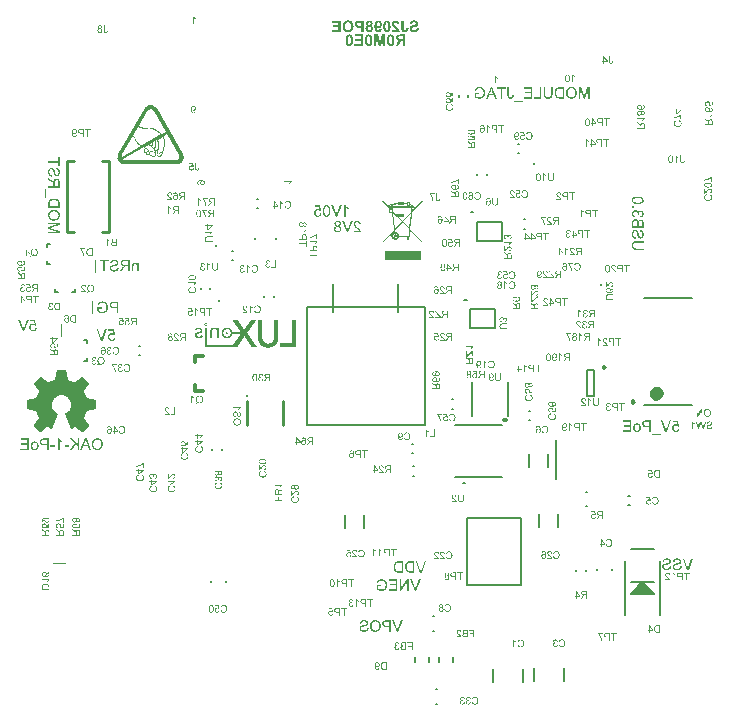
<source format=gbo>
G04*
G04 #@! TF.GenerationSoftware,Altium Limited,Altium Designer,20.0.13 (296)*
G04*
G04 Layer_Color=16777215*
%FSLAX44Y44*%
%MOMM*%
G71*
G01*
G75*
%ADD10C,0.2500*%
%ADD11C,0.2000*%
%ADD12C,0.1000*%
%ADD13C,0.2540*%
%ADD14C,0.6000*%
%ADD17C,0.2540*%
%ADD110C,0.3048*%
%ADD233C,0.3500*%
G36*
X164830Y336876D02*
X165068D01*
Y336846D01*
X165158D01*
Y336816D01*
X165247D01*
Y336787D01*
X165336D01*
Y336757D01*
X165396D01*
Y336727D01*
X165426D01*
Y336697D01*
X165485D01*
Y336668D01*
X165515D01*
Y336638D01*
X165575D01*
Y336608D01*
X165604D01*
Y336578D01*
X165634D01*
Y336548D01*
X165664D01*
Y336519D01*
X165694D01*
Y336489D01*
X165724D01*
Y336459D01*
X165753D01*
Y336429D01*
Y336399D01*
X165783D01*
Y336370D01*
X165813D01*
Y336340D01*
Y336310D01*
X165843D01*
Y336280D01*
Y336250D01*
X165872D01*
Y336221D01*
Y336191D01*
X165902D01*
Y336161D01*
Y336131D01*
X165932D01*
Y336101D01*
Y336072D01*
Y336042D01*
X165962D01*
Y336012D01*
Y335982D01*
Y335952D01*
Y335923D01*
Y335893D01*
X165992D01*
Y335863D01*
Y335833D01*
Y335804D01*
Y335774D01*
Y335744D01*
Y335714D01*
Y335684D01*
Y335655D01*
Y335625D01*
Y335595D01*
Y335565D01*
Y335536D01*
Y335506D01*
Y335476D01*
Y335446D01*
X165962D01*
Y335416D01*
Y335387D01*
Y335357D01*
Y335327D01*
Y335297D01*
X165932D01*
Y335267D01*
Y335238D01*
Y335208D01*
X165902D01*
Y335178D01*
Y335148D01*
X165872D01*
Y335118D01*
Y335089D01*
X165843D01*
Y335059D01*
Y335029D01*
X165813D01*
Y334999D01*
Y334969D01*
X165783D01*
Y334940D01*
X165753D01*
Y334910D01*
Y334880D01*
X165724D01*
Y334850D01*
X165694D01*
Y334821D01*
X165664D01*
Y334791D01*
X165634D01*
Y334761D01*
X165604D01*
Y334731D01*
X165575D01*
Y334701D01*
X165515D01*
Y334672D01*
X165485D01*
Y334642D01*
X165426D01*
Y334612D01*
X165396D01*
Y334582D01*
X165336D01*
Y334552D01*
X165247D01*
Y334523D01*
X165187D01*
Y334493D01*
X165068D01*
Y334463D01*
X164860D01*
Y334433D01*
X164651D01*
Y334463D01*
X164443D01*
Y334493D01*
X164323D01*
Y334523D01*
X164234D01*
Y334552D01*
X164174D01*
Y334582D01*
X164115D01*
Y334612D01*
X164055D01*
Y334642D01*
X164025D01*
Y334672D01*
X163966D01*
Y334701D01*
X163936D01*
Y334731D01*
X163906D01*
Y334761D01*
X163876D01*
Y334791D01*
X163847D01*
Y334821D01*
X163817D01*
Y334850D01*
X163787D01*
Y334880D01*
X163757D01*
Y334910D01*
X163728D01*
Y334940D01*
Y334969D01*
X163698D01*
Y334999D01*
X163668D01*
Y335029D01*
Y335059D01*
X163638D01*
Y335089D01*
Y335118D01*
X163608D01*
Y335148D01*
Y335178D01*
X163579D01*
Y335208D01*
Y335238D01*
Y335267D01*
X163549D01*
Y335297D01*
Y335327D01*
Y335357D01*
Y335387D01*
X163519D01*
Y335416D01*
Y335446D01*
Y335476D01*
Y335506D01*
Y335536D01*
Y335565D01*
Y335595D01*
Y335625D01*
Y335655D01*
Y335684D01*
Y335714D01*
Y335744D01*
Y335774D01*
Y335804D01*
Y335833D01*
Y335863D01*
Y335893D01*
Y335923D01*
Y335952D01*
X163549D01*
Y335982D01*
Y336012D01*
Y336042D01*
Y336072D01*
X163579D01*
Y336101D01*
Y336131D01*
Y336161D01*
X163608D01*
Y336191D01*
Y336221D01*
X163638D01*
Y336250D01*
Y336280D01*
X163668D01*
Y336310D01*
Y336340D01*
X163698D01*
Y336370D01*
X163728D01*
Y336399D01*
Y336429D01*
X163757D01*
Y336459D01*
X163787D01*
Y336489D01*
X163817D01*
Y336519D01*
X163847D01*
Y336548D01*
X163876D01*
Y336578D01*
X163906D01*
Y336608D01*
X163936D01*
Y336638D01*
X163966D01*
Y336668D01*
X164025D01*
Y336697D01*
X164055D01*
Y336727D01*
X164115D01*
Y336757D01*
X164174D01*
Y336787D01*
X164234D01*
Y336816D01*
X164323D01*
Y336846D01*
X164443D01*
Y336876D01*
X164681D01*
Y336906D01*
X164830D01*
Y336876D01*
D02*
G37*
G36*
X207251Y338902D02*
Y338872D01*
X207222D01*
Y338842D01*
X207192D01*
Y338812D01*
X207162D01*
Y338783D01*
Y338753D01*
X207132D01*
Y338723D01*
X207102D01*
Y338693D01*
Y338663D01*
X207073D01*
Y338634D01*
X207043D01*
Y338604D01*
Y338574D01*
X207013D01*
Y338544D01*
X206983D01*
Y338515D01*
X206954D01*
Y338485D01*
Y338455D01*
X206924D01*
Y338425D01*
X206894D01*
Y338395D01*
Y338366D01*
X206864D01*
Y338336D01*
X206834D01*
Y338306D01*
X206805D01*
Y338276D01*
Y338246D01*
X206775D01*
Y338217D01*
X206745D01*
Y338187D01*
Y338157D01*
X206715D01*
Y338127D01*
X206685D01*
Y338097D01*
X206656D01*
Y338068D01*
Y338038D01*
X206626D01*
Y338008D01*
X206596D01*
Y337978D01*
Y337948D01*
X206566D01*
Y337919D01*
X206536D01*
Y337889D01*
X206507D01*
Y337859D01*
Y337829D01*
X206477D01*
Y337799D01*
X206447D01*
Y337770D01*
Y337740D01*
X206417D01*
Y337710D01*
X206388D01*
Y337680D01*
X206358D01*
Y337651D01*
Y337621D01*
X206328D01*
Y337591D01*
X206298D01*
Y337561D01*
Y337531D01*
X206268D01*
Y337502D01*
X206238D01*
Y337472D01*
Y337442D01*
X206209D01*
Y337412D01*
X206179D01*
Y337382D01*
X206149D01*
Y337353D01*
Y337323D01*
X206119D01*
Y337293D01*
X206089D01*
Y337263D01*
Y337234D01*
X206060D01*
Y337204D01*
X206030D01*
Y337174D01*
X206000D01*
Y337144D01*
Y337114D01*
X205970D01*
Y337085D01*
X205941D01*
Y337055D01*
Y337025D01*
X205911D01*
Y336995D01*
X205881D01*
Y336965D01*
X205851D01*
Y336936D01*
Y336906D01*
X205821D01*
Y336876D01*
X205792D01*
Y336846D01*
Y336816D01*
X205762D01*
Y336787D01*
X205732D01*
Y336757D01*
X205702D01*
Y336727D01*
Y336697D01*
X205672D01*
Y336668D01*
X205643D01*
Y336638D01*
Y336608D01*
X205613D01*
Y336578D01*
X205583D01*
Y336548D01*
X205553D01*
Y336519D01*
Y336489D01*
X205523D01*
Y336459D01*
X205494D01*
Y336429D01*
Y336399D01*
X205464D01*
Y336370D01*
X205434D01*
Y336340D01*
Y336310D01*
X205404D01*
Y336280D01*
X205375D01*
Y336250D01*
X205345D01*
Y336221D01*
Y336191D01*
X205315D01*
Y336161D01*
X205285D01*
Y336131D01*
Y336101D01*
X205255D01*
Y336072D01*
X205226D01*
Y336042D01*
X205196D01*
Y336012D01*
Y335982D01*
X205166D01*
Y335952D01*
X205136D01*
Y335923D01*
Y335893D01*
X205107D01*
Y335863D01*
X205077D01*
Y335833D01*
X205047D01*
Y335804D01*
Y335774D01*
X205017D01*
Y335744D01*
X204987D01*
Y335714D01*
Y335684D01*
X204958D01*
Y335655D01*
X204928D01*
Y335625D01*
X204898D01*
Y335595D01*
Y335565D01*
X204868D01*
Y335536D01*
X204838D01*
Y335506D01*
Y335476D01*
X204809D01*
Y335446D01*
X204779D01*
Y335416D01*
X204749D01*
Y335387D01*
Y335357D01*
X204719D01*
Y335327D01*
X204689D01*
Y335297D01*
Y335267D01*
X204660D01*
Y335238D01*
X204630D01*
Y335208D01*
Y335178D01*
X204600D01*
Y335148D01*
X204570D01*
Y335118D01*
X204540D01*
Y335089D01*
Y335059D01*
X204511D01*
Y335029D01*
X204481D01*
Y334999D01*
Y334969D01*
X204451D01*
Y334940D01*
X204421D01*
Y334910D01*
X204391D01*
Y334880D01*
Y334850D01*
X204362D01*
Y334821D01*
X204332D01*
Y334791D01*
Y334761D01*
X204302D01*
Y334731D01*
X204272D01*
Y334701D01*
X204243D01*
Y334672D01*
Y334642D01*
X204213D01*
Y334612D01*
X204183D01*
Y334582D01*
Y334552D01*
X204153D01*
Y334523D01*
X204123D01*
Y334493D01*
X204094D01*
Y334463D01*
Y334433D01*
X204064D01*
Y334403D01*
X204034D01*
Y334374D01*
Y334344D01*
X204004D01*
Y334314D01*
X203974D01*
Y334284D01*
X203945D01*
Y334254D01*
Y334225D01*
X203915D01*
Y334195D01*
X203885D01*
Y334165D01*
Y334135D01*
X203855D01*
Y334105D01*
X203825D01*
Y334076D01*
X203796D01*
Y334046D01*
Y334016D01*
X203766D01*
Y333986D01*
X203736D01*
Y333957D01*
Y333927D01*
X203706D01*
Y333897D01*
X203677D01*
Y333867D01*
Y333837D01*
X203647D01*
Y333808D01*
X203617D01*
Y333778D01*
X203587D01*
Y333748D01*
Y333718D01*
X203557D01*
Y333689D01*
X203528D01*
Y333659D01*
Y333629D01*
X203498D01*
Y333599D01*
X203468D01*
Y333569D01*
X203438D01*
Y333540D01*
Y333510D01*
X203408D01*
Y333480D01*
X203379D01*
Y333450D01*
Y333420D01*
X203349D01*
Y333391D01*
X203319D01*
Y333361D01*
X203289D01*
Y333331D01*
Y333301D01*
X203260D01*
Y333271D01*
X203230D01*
Y333242D01*
Y333212D01*
X203200D01*
Y333182D01*
X203170D01*
Y333152D01*
X203140D01*
Y333122D01*
Y333093D01*
X203111D01*
Y333063D01*
X203081D01*
Y333033D01*
Y333003D01*
X203051D01*
Y332974D01*
X203021D01*
Y332944D01*
X202991D01*
Y332914D01*
Y332884D01*
X202962D01*
Y332854D01*
X202932D01*
Y332825D01*
Y332795D01*
X202902D01*
Y332765D01*
X202872D01*
Y332735D01*
Y332705D01*
X202842D01*
Y332676D01*
X202813D01*
Y332646D01*
X202783D01*
Y332616D01*
Y332586D01*
X202753D01*
Y332556D01*
X202723D01*
Y332527D01*
Y332497D01*
X202694D01*
Y332467D01*
X202664D01*
Y332437D01*
X202634D01*
Y332407D01*
Y332378D01*
X202604D01*
Y332348D01*
X202574D01*
Y332318D01*
Y332288D01*
X202544D01*
Y332258D01*
X202515D01*
Y332229D01*
X202485D01*
Y332199D01*
Y332169D01*
X202455D01*
Y332139D01*
X202425D01*
Y332110D01*
Y332080D01*
X202395D01*
Y332050D01*
X202366D01*
Y332020D01*
X202336D01*
Y331990D01*
Y331961D01*
X202306D01*
Y331931D01*
X202276D01*
Y331901D01*
Y331871D01*
X202247D01*
Y331841D01*
X202217D01*
Y331812D01*
X202187D01*
Y331782D01*
Y331752D01*
X202157D01*
Y331722D01*
X202127D01*
Y331693D01*
Y331663D01*
X202098D01*
Y331633D01*
X202068D01*
Y331603D01*
Y331573D01*
X202038D01*
Y331544D01*
X202008D01*
Y331514D01*
X201978D01*
Y331484D01*
Y331454D01*
X201949D01*
Y331424D01*
X201919D01*
Y331395D01*
Y331365D01*
X201889D01*
Y331335D01*
X201859D01*
Y331305D01*
X201829D01*
Y331275D01*
Y331246D01*
X201800D01*
Y331216D01*
X201770D01*
Y331186D01*
Y331156D01*
X201740D01*
Y331127D01*
X201710D01*
Y331097D01*
X201681D01*
Y331067D01*
Y331037D01*
X201651D01*
Y331007D01*
X201621D01*
Y330978D01*
Y330948D01*
X201591D01*
Y330918D01*
X201561D01*
Y330888D01*
X201532D01*
Y330858D01*
Y330829D01*
X201502D01*
Y330799D01*
X201472D01*
Y330769D01*
Y330739D01*
X201442D01*
Y330709D01*
X201413D01*
Y330680D01*
X201383D01*
Y330650D01*
Y330620D01*
X201353D01*
Y330590D01*
X201323D01*
Y330560D01*
Y330531D01*
X201293D01*
Y330501D01*
X201264D01*
Y330471D01*
Y330441D01*
X201234D01*
Y330411D01*
X201204D01*
Y330382D01*
X201174D01*
Y330352D01*
Y330322D01*
X201144D01*
Y330292D01*
X201115D01*
Y330263D01*
Y330233D01*
X201085D01*
Y330203D01*
X201055D01*
Y330173D01*
X201025D01*
Y330143D01*
Y330114D01*
X200995D01*
Y330084D01*
X200966D01*
Y330054D01*
Y330024D01*
X200936D01*
Y329994D01*
X200906D01*
Y329965D01*
X200876D01*
Y329935D01*
Y329905D01*
X200846D01*
Y329875D01*
X200817D01*
Y329846D01*
Y329816D01*
X200787D01*
Y329786D01*
X200757D01*
Y329756D01*
X200727D01*
Y329726D01*
Y329697D01*
X200697D01*
Y329667D01*
X200668D01*
Y329637D01*
Y329607D01*
X200638D01*
Y329577D01*
X200608D01*
Y329548D01*
X200578D01*
Y329518D01*
Y329488D01*
X200548D01*
Y329458D01*
X200519D01*
Y329428D01*
Y329399D01*
X200489D01*
Y329369D01*
X200459D01*
Y329339D01*
X200429D01*
Y329309D01*
Y329280D01*
X200400D01*
Y329250D01*
X200370D01*
Y329220D01*
Y329190D01*
X200340D01*
Y329160D01*
X200310D01*
Y329131D01*
Y329101D01*
X200280D01*
Y329071D01*
X200251D01*
Y329041D01*
X200221D01*
Y329011D01*
Y328982D01*
X200191D01*
Y328952D01*
X200161D01*
Y328922D01*
Y328892D01*
X200131D01*
Y328862D01*
X200102D01*
Y328833D01*
X200072D01*
Y328803D01*
Y328773D01*
X200042D01*
Y328743D01*
X200012D01*
Y328713D01*
Y328684D01*
X199982D01*
Y328654D01*
X199953D01*
Y328624D01*
X199923D01*
Y328594D01*
Y328564D01*
X199893D01*
Y328535D01*
X199863D01*
Y328505D01*
Y328475D01*
X199834D01*
Y328445D01*
X199804D01*
Y328415D01*
X199774D01*
Y328386D01*
Y328356D01*
X199744D01*
Y328326D01*
X199714D01*
Y328296D01*
Y328267D01*
X199685D01*
Y328237D01*
X199655D01*
Y328207D01*
Y328177D01*
X199685D01*
Y328147D01*
X199714D01*
Y328118D01*
Y328088D01*
X199744D01*
Y328058D01*
X199774D01*
Y328028D01*
Y327999D01*
X199804D01*
Y327969D01*
X199834D01*
Y327939D01*
Y327909D01*
X199863D01*
Y327879D01*
X199893D01*
Y327850D01*
Y327820D01*
X199923D01*
Y327790D01*
X199953D01*
Y327760D01*
Y327730D01*
X199982D01*
Y327701D01*
X200012D01*
Y327671D01*
X200042D01*
Y327641D01*
Y327611D01*
X200072D01*
Y327581D01*
X200102D01*
Y327552D01*
Y327522D01*
X200131D01*
Y327492D01*
X200161D01*
Y327462D01*
Y327433D01*
X200191D01*
Y327403D01*
X200221D01*
Y327373D01*
Y327343D01*
X200251D01*
Y327313D01*
X200280D01*
Y327284D01*
X200310D01*
Y327254D01*
Y327224D01*
X200340D01*
Y327194D01*
X200370D01*
Y327164D01*
Y327135D01*
X200400D01*
Y327105D01*
X200429D01*
Y327075D01*
Y327045D01*
X200459D01*
Y327015D01*
X200489D01*
Y326986D01*
Y326956D01*
X200519D01*
Y326926D01*
X200548D01*
Y326896D01*
X200578D01*
Y326866D01*
Y326837D01*
X200608D01*
Y326807D01*
X200638D01*
Y326777D01*
Y326747D01*
X200668D01*
Y326717D01*
X200697D01*
Y326688D01*
Y326658D01*
X200727D01*
Y326628D01*
X200757D01*
Y326598D01*
Y326569D01*
X200787D01*
Y326539D01*
X200817D01*
Y326509D01*
X200846D01*
Y326479D01*
Y326449D01*
X200876D01*
Y326420D01*
X200906D01*
Y326390D01*
Y326360D01*
X200936D01*
Y326330D01*
X200966D01*
Y326300D01*
Y326271D01*
X200995D01*
Y326241D01*
X201025D01*
Y326211D01*
Y326181D01*
X201055D01*
Y326152D01*
X201085D01*
Y326122D01*
X201115D01*
Y326092D01*
Y326062D01*
X201144D01*
Y326032D01*
X201174D01*
Y326003D01*
Y325973D01*
X201204D01*
Y325943D01*
X201234D01*
Y325913D01*
Y325883D01*
X201264D01*
Y325854D01*
X201293D01*
Y325824D01*
Y325794D01*
X201323D01*
Y325764D01*
X201353D01*
Y325734D01*
X201383D01*
Y325705D01*
Y325675D01*
X201413D01*
Y325645D01*
X201442D01*
Y325615D01*
Y325586D01*
X201472D01*
Y325556D01*
X201502D01*
Y325526D01*
Y325496D01*
X201532D01*
Y325466D01*
X201561D01*
Y325437D01*
Y325407D01*
X201591D01*
Y325377D01*
X201621D01*
Y325347D01*
X201651D01*
Y325317D01*
Y325288D01*
X201681D01*
Y325258D01*
X201710D01*
Y325228D01*
Y325198D01*
X201740D01*
Y325168D01*
X201770D01*
Y325139D01*
Y325109D01*
X201800D01*
Y325079D01*
X201829D01*
Y325049D01*
Y325019D01*
X201859D01*
Y324990D01*
X201889D01*
Y324960D01*
X201919D01*
Y324930D01*
Y324900D01*
X201949D01*
Y324870D01*
X201978D01*
Y324841D01*
Y324811D01*
X202008D01*
Y324781D01*
X202038D01*
Y324751D01*
Y324721D01*
X202068D01*
Y324692D01*
X202098D01*
Y324662D01*
Y324632D01*
X202127D01*
Y324602D01*
X202157D01*
Y324573D01*
X202187D01*
Y324543D01*
Y324513D01*
X202217D01*
Y324483D01*
X202247D01*
Y324453D01*
Y324424D01*
X202276D01*
Y324394D01*
X202306D01*
Y324364D01*
Y324334D01*
X202336D01*
Y324305D01*
X202366D01*
Y324275D01*
Y324245D01*
X202395D01*
Y324215D01*
X202425D01*
Y324185D01*
Y324156D01*
X202455D01*
Y324126D01*
X202485D01*
Y324096D01*
X202515D01*
Y324066D01*
Y324036D01*
X202544D01*
Y324007D01*
X202574D01*
Y323977D01*
Y323947D01*
X202604D01*
Y323917D01*
X202634D01*
Y323887D01*
Y323858D01*
X202664D01*
Y323828D01*
X202694D01*
Y323798D01*
Y323768D01*
X202723D01*
Y323739D01*
X202753D01*
Y323709D01*
X202783D01*
Y323679D01*
Y323649D01*
X202813D01*
Y323619D01*
X202842D01*
Y323590D01*
Y323560D01*
X202872D01*
Y323530D01*
X202902D01*
Y323500D01*
Y323470D01*
X202932D01*
Y323441D01*
X202962D01*
Y323411D01*
Y323381D01*
X202991D01*
Y323351D01*
X203021D01*
Y323321D01*
X203051D01*
Y323292D01*
Y323262D01*
X203081D01*
Y323232D01*
X203111D01*
Y323202D01*
Y323172D01*
X203140D01*
Y323143D01*
X203170D01*
Y323113D01*
Y323083D01*
X203200D01*
Y323053D01*
X203230D01*
Y323023D01*
Y322994D01*
X203260D01*
Y322964D01*
X203289D01*
Y322934D01*
X203319D01*
Y322904D01*
Y322874D01*
X203349D01*
Y322845D01*
X203379D01*
Y322815D01*
Y322785D01*
X203408D01*
Y322755D01*
X203438D01*
Y322726D01*
Y322696D01*
X203468D01*
Y322666D01*
X203498D01*
Y322636D01*
Y322606D01*
X203528D01*
Y322577D01*
X203557D01*
Y322547D01*
X203587D01*
Y322517D01*
Y322487D01*
X203617D01*
Y322458D01*
X203647D01*
Y322428D01*
Y322398D01*
X203677D01*
Y322368D01*
X203706D01*
Y322338D01*
Y322309D01*
X203736D01*
Y322279D01*
X203766D01*
Y322249D01*
Y322219D01*
X203796D01*
Y322189D01*
X203825D01*
Y322160D01*
X203855D01*
Y322130D01*
Y322100D01*
X203885D01*
Y322070D01*
X203915D01*
Y322040D01*
Y322011D01*
X203945D01*
Y321981D01*
X203974D01*
Y321951D01*
Y321921D01*
X204004D01*
Y321891D01*
X204034D01*
Y321862D01*
Y321832D01*
X204064D01*
Y321802D01*
X204094D01*
Y321772D01*
X204123D01*
Y321743D01*
Y321713D01*
X204153D01*
Y321683D01*
X204183D01*
Y321653D01*
Y321623D01*
X204213D01*
Y321594D01*
X204243D01*
Y321564D01*
Y321534D01*
X204272D01*
Y321504D01*
X204302D01*
Y321474D01*
Y321445D01*
X204332D01*
Y321415D01*
X204362D01*
Y321385D01*
X204391D01*
Y321355D01*
Y321325D01*
X204421D01*
Y321296D01*
X204451D01*
Y321266D01*
Y321236D01*
X204481D01*
Y321206D01*
X204511D01*
Y321176D01*
Y321147D01*
X204540D01*
Y321117D01*
X204570D01*
Y321087D01*
Y321057D01*
X204600D01*
Y321027D01*
X204630D01*
Y320998D01*
Y320968D01*
X204660D01*
Y320938D01*
X204689D01*
Y320908D01*
X204719D01*
Y320879D01*
Y320849D01*
X204749D01*
Y320819D01*
X204779D01*
Y320789D01*
Y320759D01*
X204809D01*
Y320730D01*
X204838D01*
Y320700D01*
Y320670D01*
X204868D01*
Y320640D01*
X204898D01*
Y320611D01*
Y320581D01*
X204928D01*
Y320551D01*
X204958D01*
Y320521D01*
X204987D01*
Y320491D01*
Y320462D01*
X205017D01*
Y320432D01*
X205047D01*
Y320402D01*
Y320372D01*
X205077D01*
Y320342D01*
X205107D01*
Y320312D01*
Y320283D01*
X205136D01*
Y320253D01*
X205166D01*
Y320223D01*
Y320193D01*
X205196D01*
Y320164D01*
X205226D01*
Y320134D01*
X205255D01*
Y320104D01*
Y320074D01*
X205285D01*
Y320044D01*
X205315D01*
Y320015D01*
Y319985D01*
X205345D01*
Y319955D01*
X205375D01*
Y319925D01*
Y319895D01*
X205404D01*
Y319866D01*
X205434D01*
Y319836D01*
Y319806D01*
X205464D01*
Y319776D01*
X205494D01*
Y319746D01*
X205523D01*
Y319717D01*
Y319687D01*
X205553D01*
Y319657D01*
X205583D01*
Y319627D01*
Y319598D01*
X205613D01*
Y319568D01*
X205643D01*
Y319538D01*
Y319508D01*
X205672D01*
Y319478D01*
X205702D01*
Y319449D01*
Y319419D01*
X205732D01*
Y319389D01*
X205762D01*
Y319359D01*
X205792D01*
Y319329D01*
Y319300D01*
X205821D01*
Y319270D01*
X205851D01*
Y319240D01*
Y319210D01*
X205881D01*
Y319181D01*
X205911D01*
Y319151D01*
Y319121D01*
X205941D01*
Y319091D01*
X205970D01*
Y319061D01*
Y319032D01*
X206000D01*
Y319002D01*
X206030D01*
Y318972D01*
X206060D01*
Y318942D01*
Y318912D01*
X206089D01*
Y318883D01*
X206119D01*
Y318853D01*
Y318823D01*
X206149D01*
Y318793D01*
X206179D01*
Y318763D01*
Y318734D01*
X206209D01*
Y318704D01*
X206238D01*
Y318674D01*
Y318644D01*
X206268D01*
Y318615D01*
X206298D01*
Y318585D01*
X206328D01*
Y318555D01*
Y318525D01*
X206358D01*
Y318495D01*
X206388D01*
Y318466D01*
Y318436D01*
X206417D01*
Y318406D01*
X206447D01*
Y318376D01*
Y318346D01*
X206477D01*
Y318317D01*
X206507D01*
Y318287D01*
Y318257D01*
X206536D01*
Y318227D01*
X206566D01*
Y318197D01*
X206596D01*
Y318168D01*
Y318138D01*
X206626D01*
Y318108D01*
X206656D01*
Y318078D01*
Y318048D01*
X206685D01*
Y318019D01*
X206715D01*
Y317989D01*
Y317959D01*
X206745D01*
Y317929D01*
X206775D01*
Y317899D01*
Y317870D01*
X206805D01*
Y317840D01*
X206834D01*
Y317810D01*
X206864D01*
Y317780D01*
Y317751D01*
X206894D01*
Y317721D01*
X206924D01*
Y317691D01*
Y317661D01*
X206954D01*
Y317631D01*
X206983D01*
Y317602D01*
Y317572D01*
X207013D01*
Y317542D01*
X207043D01*
Y317512D01*
Y317482D01*
X207073D01*
Y317453D01*
X207102D01*
Y317423D01*
Y317393D01*
X207132D01*
Y317363D01*
X207162D01*
Y317334D01*
X207192D01*
Y317304D01*
Y317274D01*
X207222D01*
Y317244D01*
X207251D01*
Y317214D01*
Y317185D01*
X207281D01*
Y317155D01*
X207311D01*
Y317125D01*
Y317095D01*
X207341D01*
Y317065D01*
X207371D01*
Y317036D01*
Y317006D01*
X207400D01*
Y316976D01*
X207430D01*
Y316946D01*
X207460D01*
Y316916D01*
Y316887D01*
X207490D01*
Y316857D01*
X207519D01*
Y316827D01*
Y316797D01*
X207549D01*
Y316768D01*
X207579D01*
Y316738D01*
Y316708D01*
X207609D01*
Y316678D01*
X207639D01*
Y316648D01*
Y316618D01*
X207668D01*
Y316589D01*
X207698D01*
Y316559D01*
X207728D01*
Y316529D01*
Y316499D01*
X207758D01*
Y316470D01*
X207788D01*
Y316440D01*
Y316410D01*
X207817D01*
Y316380D01*
X207847D01*
Y316350D01*
X203379D01*
Y316380D01*
X203349D01*
Y316410D01*
X203319D01*
Y316440D01*
Y316470D01*
X203289D01*
Y316499D01*
X203260D01*
Y316529D01*
Y316559D01*
X203230D01*
Y316589D01*
X203200D01*
Y316618D01*
Y316648D01*
X203170D01*
Y316678D01*
X203140D01*
Y316708D01*
Y316738D01*
X203111D01*
Y316768D01*
X203081D01*
Y316797D01*
Y316827D01*
X203051D01*
Y316857D01*
X203021D01*
Y316887D01*
Y316916D01*
X202991D01*
Y316946D01*
X202962D01*
Y316976D01*
Y317006D01*
X202932D01*
Y317036D01*
X202902D01*
Y317065D01*
Y317095D01*
X202872D01*
Y317125D01*
X202842D01*
Y317155D01*
Y317185D01*
X202813D01*
Y317214D01*
X202783D01*
Y317244D01*
Y317274D01*
X202753D01*
Y317304D01*
X202723D01*
Y317334D01*
Y317363D01*
X202694D01*
Y317393D01*
X202664D01*
Y317423D01*
Y317453D01*
X202634D01*
Y317482D01*
X202604D01*
Y317512D01*
Y317542D01*
X202574D01*
Y317572D01*
X202544D01*
Y317602D01*
Y317631D01*
X202515D01*
Y317661D01*
X202485D01*
Y317691D01*
Y317721D01*
X202455D01*
Y317751D01*
X202425D01*
Y317780D01*
Y317810D01*
X202395D01*
Y317840D01*
X202366D01*
Y317870D01*
Y317899D01*
X202336D01*
Y317929D01*
X202306D01*
Y317959D01*
Y317989D01*
X202276D01*
Y318019D01*
X202247D01*
Y318048D01*
Y318078D01*
X202217D01*
Y318108D01*
X202187D01*
Y318138D01*
X202157D01*
Y318168D01*
Y318197D01*
X202127D01*
Y318227D01*
X202098D01*
Y318257D01*
Y318287D01*
X202068D01*
Y318317D01*
X202038D01*
Y318346D01*
Y318376D01*
X202008D01*
Y318406D01*
X201978D01*
Y318436D01*
Y318466D01*
X201949D01*
Y318495D01*
X201919D01*
Y318525D01*
Y318555D01*
X201889D01*
Y318585D01*
X201859D01*
Y318615D01*
Y318644D01*
X201829D01*
Y318674D01*
X201800D01*
Y318704D01*
Y318734D01*
X201770D01*
Y318763D01*
X201740D01*
Y318793D01*
Y318823D01*
X201710D01*
Y318853D01*
X201681D01*
Y318883D01*
Y318912D01*
X201651D01*
Y318942D01*
X201621D01*
Y318972D01*
Y319002D01*
X201591D01*
Y319032D01*
X201561D01*
Y319061D01*
Y319091D01*
X201532D01*
Y319121D01*
X201502D01*
Y319151D01*
Y319181D01*
X201472D01*
Y319210D01*
X201442D01*
Y319240D01*
Y319270D01*
X201413D01*
Y319300D01*
X201383D01*
Y319329D01*
Y319359D01*
X201353D01*
Y319389D01*
X201323D01*
Y319419D01*
Y319449D01*
X201293D01*
Y319478D01*
X201264D01*
Y319508D01*
Y319538D01*
X201234D01*
Y319568D01*
X201204D01*
Y319598D01*
Y319627D01*
X201174D01*
Y319657D01*
X201144D01*
Y319687D01*
Y319717D01*
X201115D01*
Y319746D01*
X201085D01*
Y319776D01*
Y319806D01*
X201055D01*
Y319836D01*
X201025D01*
Y319866D01*
Y319895D01*
X200995D01*
Y319925D01*
X200966D01*
Y319955D01*
Y319985D01*
X200936D01*
Y320015D01*
X200906D01*
Y320044D01*
Y320074D01*
X200876D01*
Y320104D01*
X200846D01*
Y320134D01*
X200817D01*
Y320164D01*
Y320193D01*
X200787D01*
Y320223D01*
X200757D01*
Y320253D01*
Y320283D01*
X200727D01*
Y320312D01*
X200697D01*
Y320342D01*
Y320372D01*
X200668D01*
Y320402D01*
X200638D01*
Y320432D01*
Y320462D01*
X200608D01*
Y320491D01*
X200578D01*
Y320521D01*
Y320551D01*
X200548D01*
Y320581D01*
X200519D01*
Y320611D01*
Y320640D01*
X200489D01*
Y320670D01*
X200459D01*
Y320700D01*
Y320730D01*
X200429D01*
Y320759D01*
X200400D01*
Y320789D01*
Y320819D01*
X200370D01*
Y320849D01*
X200340D01*
Y320879D01*
Y320908D01*
X200310D01*
Y320938D01*
X200280D01*
Y320968D01*
Y320998D01*
X200251D01*
Y321027D01*
X200221D01*
Y321057D01*
Y321087D01*
X200191D01*
Y321117D01*
X200161D01*
Y321147D01*
Y321176D01*
X200131D01*
Y321206D01*
X200102D01*
Y321236D01*
Y321266D01*
X200072D01*
Y321296D01*
X200042D01*
Y321325D01*
Y321355D01*
X200012D01*
Y321385D01*
X199982D01*
Y321415D01*
Y321445D01*
X199953D01*
Y321474D01*
X199923D01*
Y321504D01*
Y321534D01*
X199893D01*
Y321564D01*
X199863D01*
Y321594D01*
Y321623D01*
X199834D01*
Y321653D01*
X199804D01*
Y321683D01*
Y321713D01*
X199774D01*
Y321743D01*
X199744D01*
Y321772D01*
Y321802D01*
X199714D01*
Y321832D01*
X199685D01*
Y321862D01*
Y321891D01*
X199655D01*
Y321921D01*
X199625D01*
Y321951D01*
Y321981D01*
X199595D01*
Y322011D01*
X199566D01*
Y322040D01*
X199536D01*
Y322070D01*
Y322100D01*
X199506D01*
Y322130D01*
X199476D01*
Y322160D01*
Y322189D01*
X199446D01*
Y322219D01*
X199417D01*
Y322249D01*
Y322279D01*
X199387D01*
Y322309D01*
X199357D01*
Y322338D01*
Y322368D01*
X199327D01*
Y322398D01*
X199297D01*
Y322428D01*
Y322458D01*
X199268D01*
Y322487D01*
X199238D01*
Y322517D01*
Y322547D01*
X199208D01*
Y322577D01*
X199178D01*
Y322606D01*
Y322636D01*
X199148D01*
Y322666D01*
X199119D01*
Y322696D01*
Y322726D01*
X199089D01*
Y322755D01*
X199059D01*
Y322785D01*
Y322815D01*
X199029D01*
Y322845D01*
X198999D01*
Y322874D01*
Y322904D01*
X198970D01*
Y322934D01*
X198940D01*
Y322964D01*
Y322994D01*
X198910D01*
Y323023D01*
X198880D01*
Y323053D01*
Y323083D01*
X198850D01*
Y323113D01*
X198821D01*
Y323143D01*
Y323172D01*
X198791D01*
Y323202D01*
X198761D01*
Y323232D01*
Y323262D01*
X198731D01*
Y323292D01*
X198701D01*
Y323321D01*
Y323351D01*
X198672D01*
Y323381D01*
X198642D01*
Y323411D01*
Y323441D01*
X198612D01*
Y323470D01*
X198582D01*
Y323500D01*
Y323530D01*
X198553D01*
Y323560D01*
X198523D01*
Y323590D01*
Y323619D01*
X198493D01*
Y323649D01*
X198463D01*
Y323679D01*
Y323709D01*
X198433D01*
Y323739D01*
X198404D01*
Y323768D01*
Y323798D01*
X198374D01*
Y323828D01*
X198344D01*
Y323858D01*
Y323887D01*
X198314D01*
Y323917D01*
X198284D01*
Y323947D01*
X198255D01*
Y323977D01*
Y324007D01*
X198225D01*
Y324036D01*
X198195D01*
Y324066D01*
Y324096D01*
X198165D01*
Y324126D01*
X198136D01*
Y324156D01*
Y324185D01*
X198106D01*
Y324215D01*
X198076D01*
Y324245D01*
Y324275D01*
X198046D01*
Y324305D01*
X198016D01*
Y324334D01*
Y324364D01*
X197987D01*
Y324394D01*
X197957D01*
Y324424D01*
Y324453D01*
X197927D01*
Y324483D01*
X197897D01*
Y324513D01*
Y324543D01*
X197867D01*
Y324573D01*
X197838D01*
Y324602D01*
Y324632D01*
X197808D01*
Y324662D01*
X197778D01*
Y324692D01*
Y324721D01*
X197748D01*
Y324751D01*
X197719D01*
Y324781D01*
Y324811D01*
X197689D01*
Y324841D01*
X197659D01*
Y324870D01*
Y324900D01*
X197629D01*
Y324930D01*
X197599D01*
Y324960D01*
Y324990D01*
X197570D01*
Y325019D01*
X197540D01*
Y325049D01*
Y325079D01*
X197510D01*
Y325109D01*
X197480D01*
Y325139D01*
Y325168D01*
X197450D01*
Y325198D01*
X197421D01*
Y325228D01*
Y325258D01*
X197391D01*
Y325288D01*
X197361D01*
Y325317D01*
Y325347D01*
X197331D01*
Y325377D01*
X197301D01*
Y325407D01*
Y325437D01*
X197242D01*
Y325407D01*
Y325377D01*
X197212D01*
Y325347D01*
X197182D01*
Y325317D01*
X197152D01*
Y325288D01*
Y325258D01*
X197123D01*
Y325228D01*
X197093D01*
Y325198D01*
Y325168D01*
X197063D01*
Y325139D01*
X197033D01*
Y325109D01*
Y325079D01*
X197003D01*
Y325049D01*
X196974D01*
Y325019D01*
Y324990D01*
X196944D01*
Y324960D01*
X196914D01*
Y324930D01*
Y324900D01*
X196884D01*
Y324870D01*
X196854D01*
Y324841D01*
Y324811D01*
X196825D01*
Y324781D01*
X196795D01*
Y324751D01*
Y324721D01*
X196765D01*
Y324692D01*
X196735D01*
Y324662D01*
Y324632D01*
X196706D01*
Y324602D01*
X196676D01*
Y324573D01*
Y324543D01*
X196646D01*
Y324513D01*
X196616D01*
Y324483D01*
Y324453D01*
X196586D01*
Y324424D01*
X196557D01*
Y324394D01*
Y324364D01*
X196527D01*
Y324334D01*
X196497D01*
Y324305D01*
Y324275D01*
X196467D01*
Y324245D01*
X196437D01*
Y324215D01*
Y324185D01*
X196408D01*
Y324156D01*
X196378D01*
Y324126D01*
Y324096D01*
X196348D01*
Y324066D01*
X196318D01*
Y324036D01*
Y324007D01*
X196289D01*
Y323977D01*
X196259D01*
Y323947D01*
Y323917D01*
X196229D01*
Y323887D01*
X196199D01*
Y323858D01*
Y323828D01*
X196169D01*
Y323798D01*
X196140D01*
Y323768D01*
Y323739D01*
X196110D01*
Y323709D01*
X196080D01*
Y323679D01*
Y323649D01*
X196050D01*
Y323619D01*
X196020D01*
Y323590D01*
Y323560D01*
X195991D01*
Y323530D01*
X195961D01*
Y323500D01*
Y323470D01*
X195931D01*
Y323441D01*
X195901D01*
Y323411D01*
Y323381D01*
X195871D01*
Y323351D01*
X195842D01*
Y323321D01*
Y323292D01*
X195812D01*
Y323262D01*
X195782D01*
Y323232D01*
Y323202D01*
X195752D01*
Y323172D01*
X195723D01*
Y323143D01*
Y323113D01*
X195693D01*
Y323083D01*
X195663D01*
Y323053D01*
Y323023D01*
X195633D01*
Y322994D01*
X195603D01*
Y322964D01*
Y322934D01*
X195574D01*
Y322904D01*
X195544D01*
Y322874D01*
Y322845D01*
X195514D01*
Y322815D01*
X195484D01*
Y322785D01*
Y322755D01*
X195454D01*
Y322726D01*
X195425D01*
Y322696D01*
Y322666D01*
X195395D01*
Y322636D01*
X195365D01*
Y322606D01*
Y322577D01*
X195335D01*
Y322547D01*
X195305D01*
Y322517D01*
Y322487D01*
X195276D01*
Y322458D01*
X195246D01*
Y322428D01*
Y322398D01*
X195216D01*
Y322368D01*
X195186D01*
Y322338D01*
Y322309D01*
X195156D01*
Y322279D01*
X195127D01*
Y322249D01*
Y322219D01*
X195097D01*
Y322189D01*
X195067D01*
Y322160D01*
Y322130D01*
X195037D01*
Y322100D01*
X195007D01*
Y322070D01*
Y322040D01*
X194978D01*
Y322011D01*
X194948D01*
Y321981D01*
Y321951D01*
X194918D01*
Y321921D01*
X194888D01*
Y321891D01*
Y321862D01*
X194859D01*
Y321832D01*
X194829D01*
Y321802D01*
Y321772D01*
X194799D01*
Y321743D01*
X194769D01*
Y321713D01*
Y321683D01*
X194739D01*
Y321653D01*
X194710D01*
Y321623D01*
Y321594D01*
X194680D01*
Y321564D01*
X194650D01*
Y321534D01*
Y321504D01*
X194620D01*
Y321474D01*
X194590D01*
Y321445D01*
Y321415D01*
X194561D01*
Y321385D01*
X194531D01*
Y321355D01*
Y321325D01*
X194501D01*
Y321296D01*
X194471D01*
Y321266D01*
Y321236D01*
X194442D01*
Y321206D01*
X194412D01*
Y321176D01*
Y321147D01*
X194382D01*
Y321117D01*
X194352D01*
Y321087D01*
Y321057D01*
X194322D01*
Y321027D01*
X194293D01*
Y320998D01*
Y320968D01*
X194263D01*
Y320938D01*
X194233D01*
Y320908D01*
Y320879D01*
X194203D01*
Y320849D01*
X194173D01*
Y320819D01*
Y320789D01*
X194144D01*
Y320759D01*
X194114D01*
Y320730D01*
Y320700D01*
X194084D01*
Y320670D01*
X194054D01*
Y320640D01*
Y320611D01*
X194025D01*
Y320581D01*
X193995D01*
Y320551D01*
Y320521D01*
X193965D01*
Y320491D01*
X193935D01*
Y320462D01*
Y320432D01*
X193905D01*
Y320402D01*
X193876D01*
Y320372D01*
Y320342D01*
X193846D01*
Y320312D01*
X193816D01*
Y320283D01*
Y320253D01*
X193786D01*
Y320223D01*
X193756D01*
Y320193D01*
X193727D01*
Y320164D01*
Y320134D01*
X193697D01*
Y320104D01*
X193667D01*
Y320074D01*
Y320044D01*
X193637D01*
Y320015D01*
X193607D01*
Y319985D01*
Y319955D01*
X193578D01*
Y319925D01*
X193548D01*
Y319895D01*
Y319866D01*
X193518D01*
Y319836D01*
X193488D01*
Y319806D01*
Y319776D01*
X193458D01*
Y319746D01*
X193429D01*
Y319717D01*
Y319687D01*
X193399D01*
Y319657D01*
X193369D01*
Y319627D01*
Y319598D01*
X193339D01*
Y319568D01*
X193309D01*
Y319538D01*
Y319508D01*
X193280D01*
Y319478D01*
X193250D01*
Y319449D01*
Y319419D01*
X193220D01*
Y319389D01*
X193190D01*
Y319359D01*
Y319329D01*
X193160D01*
Y319300D01*
X193131D01*
Y319270D01*
Y319240D01*
X193101D01*
Y319210D01*
X193071D01*
Y319181D01*
Y319151D01*
X193041D01*
Y319121D01*
X193012D01*
Y319091D01*
Y319061D01*
X192982D01*
Y319032D01*
X192952D01*
Y319002D01*
Y318972D01*
X192922D01*
Y318942D01*
X192892D01*
Y318912D01*
Y318883D01*
X192863D01*
Y318853D01*
X192833D01*
Y318823D01*
Y318793D01*
X192803D01*
Y318763D01*
X192773D01*
Y318734D01*
Y318704D01*
X192743D01*
Y318674D01*
X192714D01*
Y318644D01*
Y318615D01*
X192684D01*
Y318585D01*
X192654D01*
Y318555D01*
Y318525D01*
X192624D01*
Y318495D01*
X192595D01*
Y318466D01*
Y318436D01*
X192565D01*
Y318406D01*
X192535D01*
Y318376D01*
Y318346D01*
X192505D01*
Y318317D01*
X192475D01*
Y318287D01*
Y318257D01*
X192446D01*
Y318227D01*
X192416D01*
Y318197D01*
Y318168D01*
X192386D01*
Y318138D01*
X192356D01*
Y318108D01*
Y318078D01*
X192326D01*
Y318048D01*
X192297D01*
Y318019D01*
Y317989D01*
X192267D01*
Y317959D01*
X192237D01*
Y317929D01*
Y317899D01*
X192207D01*
Y317870D01*
X192178D01*
Y317840D01*
Y317810D01*
X192148D01*
Y317780D01*
X192118D01*
Y317751D01*
Y317721D01*
X192088D01*
Y317691D01*
X192058D01*
Y317661D01*
Y317631D01*
X192029D01*
Y317602D01*
X191999D01*
Y317572D01*
Y317542D01*
X191969D01*
Y317512D01*
X191939D01*
Y317482D01*
Y317453D01*
X191909D01*
Y317423D01*
X191880D01*
Y317393D01*
Y317363D01*
X191850D01*
Y317334D01*
X191820D01*
Y317304D01*
Y317274D01*
X191790D01*
Y317244D01*
X191760D01*
Y317214D01*
Y317185D01*
X191731D01*
Y317155D01*
X191701D01*
Y317125D01*
Y317095D01*
X191671D01*
Y317065D01*
X191641D01*
Y317036D01*
Y317006D01*
X191611D01*
Y316976D01*
X191582D01*
Y316946D01*
Y316916D01*
X191552D01*
Y316887D01*
X191522D01*
Y316857D01*
Y316827D01*
X191492D01*
Y316797D01*
X191462D01*
Y316768D01*
Y316738D01*
X191433D01*
Y316708D01*
X191403D01*
Y316678D01*
Y316648D01*
X191373D01*
Y316618D01*
X191343D01*
Y316589D01*
Y316559D01*
X191313D01*
Y316529D01*
X191284D01*
Y316499D01*
Y316470D01*
X191254D01*
Y316440D01*
X191224D01*
Y316410D01*
Y316380D01*
X191194D01*
Y316350D01*
X164055D01*
Y316380D01*
Y316410D01*
Y316440D01*
Y316470D01*
Y316499D01*
Y316529D01*
Y316559D01*
Y316589D01*
Y316618D01*
Y316648D01*
Y316678D01*
Y316708D01*
Y316738D01*
Y316768D01*
Y316797D01*
Y316827D01*
Y316857D01*
Y316887D01*
Y316916D01*
Y316946D01*
Y316976D01*
Y317006D01*
Y317036D01*
Y317065D01*
Y317095D01*
Y317125D01*
Y317155D01*
Y317185D01*
Y317214D01*
Y317244D01*
Y317274D01*
Y317304D01*
Y317334D01*
Y317363D01*
Y317393D01*
Y317423D01*
Y317453D01*
Y317482D01*
Y317512D01*
Y317542D01*
Y317572D01*
Y317602D01*
Y317631D01*
Y317661D01*
Y317691D01*
Y317721D01*
Y317751D01*
Y317780D01*
Y317810D01*
Y317840D01*
Y317870D01*
Y317899D01*
Y317929D01*
Y317959D01*
Y317989D01*
Y318019D01*
Y318048D01*
Y318078D01*
Y318108D01*
Y318138D01*
Y318168D01*
Y318197D01*
Y318227D01*
Y318257D01*
Y318287D01*
Y318317D01*
Y318346D01*
Y318376D01*
Y318406D01*
Y318436D01*
Y318466D01*
Y318495D01*
Y318525D01*
Y318555D01*
Y318585D01*
Y318615D01*
Y318644D01*
Y318674D01*
Y318704D01*
Y318734D01*
Y318763D01*
Y318793D01*
Y318823D01*
Y318853D01*
Y318883D01*
Y318912D01*
Y318942D01*
Y318972D01*
Y319002D01*
Y319032D01*
Y319061D01*
Y319091D01*
Y319121D01*
Y319151D01*
Y319181D01*
Y319210D01*
Y319240D01*
Y319270D01*
Y319300D01*
Y319329D01*
Y319359D01*
Y319389D01*
Y319419D01*
Y319449D01*
Y319478D01*
Y319508D01*
Y319538D01*
Y319568D01*
Y319598D01*
Y319627D01*
Y319657D01*
Y319687D01*
Y319717D01*
Y319746D01*
Y319776D01*
Y319806D01*
Y319836D01*
Y319866D01*
Y319895D01*
Y319925D01*
Y319955D01*
Y319985D01*
Y320015D01*
Y320044D01*
Y320074D01*
Y320104D01*
Y320134D01*
Y320164D01*
Y320193D01*
Y320223D01*
Y320253D01*
Y320283D01*
Y320312D01*
Y320342D01*
Y320372D01*
Y320402D01*
Y320432D01*
Y320462D01*
Y320491D01*
Y320521D01*
Y320551D01*
Y320581D01*
Y320611D01*
Y320640D01*
Y320670D01*
Y320700D01*
Y320730D01*
Y320759D01*
Y320789D01*
Y320819D01*
Y320849D01*
Y320879D01*
Y320908D01*
Y320938D01*
Y320968D01*
Y320998D01*
Y321027D01*
Y321057D01*
Y321087D01*
Y321117D01*
Y321147D01*
Y321176D01*
Y321206D01*
Y321236D01*
Y321266D01*
Y321296D01*
Y321325D01*
Y321355D01*
Y321385D01*
Y321415D01*
Y321445D01*
Y321474D01*
Y321504D01*
Y321534D01*
Y321564D01*
Y321594D01*
Y321623D01*
Y321653D01*
Y321683D01*
Y321713D01*
Y321743D01*
Y321772D01*
Y321802D01*
Y321832D01*
Y321862D01*
Y321891D01*
Y321921D01*
Y321951D01*
Y321981D01*
Y322011D01*
Y322040D01*
Y322070D01*
Y322100D01*
Y322130D01*
Y322160D01*
Y322189D01*
Y322219D01*
Y322249D01*
Y322279D01*
Y322309D01*
Y322338D01*
Y322368D01*
Y322398D01*
Y322428D01*
Y322458D01*
Y322487D01*
Y322517D01*
Y322547D01*
Y322577D01*
Y322606D01*
Y322636D01*
Y322666D01*
Y322696D01*
Y322726D01*
Y322755D01*
Y322785D01*
Y322815D01*
Y322845D01*
Y322874D01*
Y322904D01*
Y322934D01*
Y322964D01*
Y322994D01*
Y323023D01*
Y323053D01*
Y323083D01*
Y323113D01*
Y323143D01*
Y323172D01*
Y323202D01*
Y323232D01*
Y323262D01*
Y323292D01*
Y323321D01*
Y323351D01*
Y323381D01*
Y323411D01*
Y323441D01*
Y323470D01*
Y323500D01*
Y323530D01*
Y323560D01*
Y323590D01*
Y323619D01*
Y323649D01*
Y323679D01*
Y323709D01*
Y323739D01*
Y323768D01*
Y323798D01*
Y323828D01*
Y323858D01*
Y323887D01*
Y323917D01*
Y323947D01*
Y323977D01*
Y324007D01*
Y324036D01*
Y324066D01*
Y324096D01*
Y324126D01*
Y324156D01*
Y324185D01*
Y324215D01*
Y324245D01*
Y324275D01*
Y324305D01*
Y324334D01*
Y324364D01*
Y324394D01*
Y324424D01*
Y324453D01*
Y324483D01*
Y324513D01*
Y324543D01*
Y324573D01*
Y324602D01*
Y324632D01*
Y324662D01*
Y324692D01*
Y324721D01*
Y324751D01*
Y324781D01*
Y324811D01*
Y324841D01*
Y324870D01*
Y324900D01*
Y324930D01*
Y324960D01*
Y324990D01*
Y325019D01*
Y325049D01*
Y325079D01*
Y325109D01*
Y325139D01*
Y325168D01*
Y325198D01*
Y325228D01*
Y325258D01*
Y325288D01*
Y325317D01*
Y325347D01*
Y325377D01*
Y325407D01*
Y325437D01*
Y325466D01*
Y325496D01*
Y325526D01*
Y325556D01*
Y325586D01*
Y325615D01*
Y325645D01*
Y325675D01*
Y325705D01*
Y325734D01*
Y325764D01*
Y325794D01*
Y325824D01*
Y325854D01*
Y325883D01*
Y325913D01*
Y325943D01*
Y325973D01*
Y326003D01*
Y326032D01*
Y326062D01*
Y326092D01*
Y326122D01*
Y326152D01*
Y326181D01*
Y326211D01*
Y326241D01*
Y326271D01*
Y326300D01*
Y326330D01*
Y326360D01*
Y326390D01*
Y326420D01*
Y326449D01*
Y326479D01*
Y326509D01*
Y326539D01*
Y326569D01*
Y326598D01*
Y326628D01*
Y326658D01*
Y326688D01*
Y326717D01*
Y326747D01*
Y326777D01*
Y326807D01*
Y326837D01*
Y326866D01*
Y326896D01*
Y326926D01*
Y326956D01*
Y326986D01*
Y327015D01*
Y327045D01*
Y327075D01*
Y327105D01*
Y327135D01*
Y327164D01*
Y327194D01*
Y327224D01*
Y327254D01*
Y327284D01*
Y327313D01*
Y327343D01*
Y327373D01*
Y327403D01*
Y327433D01*
Y327462D01*
Y327492D01*
Y327522D01*
Y327552D01*
Y327581D01*
Y327611D01*
Y327641D01*
Y327671D01*
Y327701D01*
Y327730D01*
Y327760D01*
Y327790D01*
Y327820D01*
Y327850D01*
Y327879D01*
Y327909D01*
Y327939D01*
Y327969D01*
Y327999D01*
Y328028D01*
Y328058D01*
Y328088D01*
Y328118D01*
Y328147D01*
Y328177D01*
Y328207D01*
Y328237D01*
Y328267D01*
Y328296D01*
Y328326D01*
Y328356D01*
Y328386D01*
Y328415D01*
Y328445D01*
Y328475D01*
Y328505D01*
Y328535D01*
Y328564D01*
Y328594D01*
Y328624D01*
Y328654D01*
Y328684D01*
Y328713D01*
Y328743D01*
Y328773D01*
Y328803D01*
Y328833D01*
Y328862D01*
Y328892D01*
Y328922D01*
Y328952D01*
Y328982D01*
Y329011D01*
Y329041D01*
Y329071D01*
Y329101D01*
Y329131D01*
Y329160D01*
Y329190D01*
Y329220D01*
Y329250D01*
Y329280D01*
Y329309D01*
Y329339D01*
Y329369D01*
Y329399D01*
Y329428D01*
Y329458D01*
Y329488D01*
Y329518D01*
Y329548D01*
Y329577D01*
Y329607D01*
Y329637D01*
Y329667D01*
Y329697D01*
Y329726D01*
Y329756D01*
Y329786D01*
Y329816D01*
Y329846D01*
Y329875D01*
Y329905D01*
Y329935D01*
Y329965D01*
Y329994D01*
Y330024D01*
Y330054D01*
Y330084D01*
Y330114D01*
Y330143D01*
Y330173D01*
Y330203D01*
Y330233D01*
Y330263D01*
Y330292D01*
Y330322D01*
Y330352D01*
Y330382D01*
Y330411D01*
Y330441D01*
Y330471D01*
Y330501D01*
Y330531D01*
Y330560D01*
Y330590D01*
Y330620D01*
Y330650D01*
Y330680D01*
Y330709D01*
Y330739D01*
Y330769D01*
Y330799D01*
Y330829D01*
Y330858D01*
Y330888D01*
Y330918D01*
Y330948D01*
Y330978D01*
Y331007D01*
Y331037D01*
Y331067D01*
Y331097D01*
Y331127D01*
Y331156D01*
Y331186D01*
Y331216D01*
Y331246D01*
Y331275D01*
Y331305D01*
Y331335D01*
Y331365D01*
Y331395D01*
Y331424D01*
Y331454D01*
Y331484D01*
Y331514D01*
Y331544D01*
Y331573D01*
Y331603D01*
Y331633D01*
Y331663D01*
Y331693D01*
Y331722D01*
Y331752D01*
Y331782D01*
Y331812D01*
Y331841D01*
Y331871D01*
Y331901D01*
Y331931D01*
Y331961D01*
Y331990D01*
Y332020D01*
Y332050D01*
Y332080D01*
Y332110D01*
Y332139D01*
Y332169D01*
Y332199D01*
Y332229D01*
Y332258D01*
Y332288D01*
Y332318D01*
Y332348D01*
Y332378D01*
Y332407D01*
Y332437D01*
Y332467D01*
Y332497D01*
Y332527D01*
X165455D01*
Y332497D01*
Y332467D01*
Y332437D01*
Y332407D01*
Y332378D01*
Y332348D01*
Y332318D01*
Y332288D01*
Y332258D01*
Y332229D01*
Y332199D01*
Y332169D01*
Y332139D01*
Y332110D01*
Y332080D01*
Y332050D01*
Y332020D01*
Y331990D01*
Y331961D01*
Y331931D01*
Y331901D01*
Y331871D01*
Y331841D01*
Y331812D01*
Y331782D01*
Y331752D01*
Y331722D01*
Y331693D01*
Y331663D01*
Y331633D01*
Y331603D01*
Y331573D01*
Y331544D01*
Y331514D01*
Y331484D01*
Y331454D01*
Y331424D01*
Y331395D01*
Y331365D01*
Y331335D01*
Y331305D01*
Y331275D01*
Y331246D01*
Y331216D01*
Y331186D01*
Y331156D01*
Y331127D01*
Y331097D01*
Y331067D01*
Y331037D01*
Y331007D01*
Y330978D01*
Y330948D01*
Y330918D01*
Y330888D01*
Y330858D01*
Y330829D01*
Y330799D01*
Y330769D01*
Y330739D01*
Y330709D01*
Y330680D01*
Y330650D01*
Y330620D01*
Y330590D01*
Y330560D01*
Y330531D01*
Y330501D01*
Y330471D01*
Y330441D01*
Y330411D01*
Y330382D01*
Y330352D01*
Y330322D01*
Y330292D01*
Y330263D01*
Y330233D01*
Y330203D01*
Y330173D01*
Y330143D01*
Y330114D01*
Y330084D01*
Y330054D01*
Y330024D01*
Y329994D01*
Y329965D01*
Y329935D01*
Y329905D01*
Y329875D01*
Y329846D01*
Y329816D01*
Y329786D01*
Y329756D01*
Y329726D01*
Y329697D01*
Y329667D01*
Y329637D01*
Y329607D01*
Y329577D01*
Y329548D01*
Y329518D01*
Y329488D01*
Y329458D01*
Y329428D01*
Y329399D01*
Y329369D01*
Y329339D01*
Y329309D01*
Y329280D01*
Y329250D01*
Y329220D01*
Y329190D01*
Y329160D01*
Y329131D01*
Y329101D01*
Y329071D01*
Y329041D01*
Y329011D01*
Y328982D01*
Y328952D01*
Y328922D01*
Y328892D01*
Y328862D01*
Y328833D01*
Y328803D01*
Y328773D01*
Y328743D01*
Y328713D01*
Y328684D01*
Y328654D01*
Y328624D01*
Y328594D01*
Y328564D01*
Y328535D01*
Y328505D01*
Y328475D01*
Y328445D01*
Y328415D01*
Y328386D01*
Y328356D01*
Y328326D01*
Y328296D01*
Y328267D01*
Y328237D01*
Y328207D01*
Y328177D01*
Y328147D01*
Y328118D01*
Y328088D01*
Y328058D01*
Y328028D01*
Y327999D01*
Y327969D01*
Y327939D01*
Y327909D01*
Y327879D01*
Y327850D01*
Y327820D01*
Y327790D01*
Y327760D01*
Y327730D01*
Y327701D01*
Y327671D01*
Y327641D01*
Y327611D01*
Y327581D01*
Y327552D01*
Y327522D01*
Y327492D01*
Y327462D01*
Y327433D01*
Y327403D01*
Y327373D01*
Y327343D01*
Y327313D01*
Y327284D01*
Y327254D01*
Y327224D01*
Y327194D01*
Y327164D01*
Y327135D01*
Y327105D01*
Y327075D01*
Y327045D01*
Y327015D01*
Y326986D01*
Y326956D01*
Y326926D01*
Y326896D01*
Y326866D01*
Y326837D01*
Y326807D01*
Y326777D01*
Y326747D01*
Y326717D01*
Y326688D01*
Y326658D01*
Y326628D01*
Y326598D01*
Y326569D01*
Y326539D01*
Y326509D01*
Y326479D01*
Y326449D01*
Y326420D01*
Y326390D01*
Y326360D01*
Y326330D01*
Y326300D01*
Y326271D01*
Y326241D01*
Y326211D01*
Y326181D01*
Y326152D01*
Y326122D01*
Y326092D01*
Y326062D01*
Y326032D01*
Y326003D01*
Y325973D01*
Y325943D01*
Y325913D01*
Y325883D01*
Y325854D01*
Y325824D01*
Y325794D01*
Y325764D01*
Y325734D01*
Y325705D01*
Y325675D01*
Y325645D01*
Y325615D01*
Y325586D01*
Y325556D01*
Y325526D01*
Y325496D01*
Y325466D01*
Y325437D01*
Y325407D01*
Y325377D01*
Y325347D01*
Y325317D01*
Y325288D01*
Y325258D01*
Y325228D01*
Y325198D01*
Y325168D01*
Y325139D01*
Y325109D01*
Y325079D01*
Y325049D01*
Y325019D01*
Y324990D01*
Y324960D01*
Y324930D01*
Y324900D01*
Y324870D01*
Y324841D01*
Y324811D01*
Y324781D01*
Y324751D01*
Y324721D01*
Y324692D01*
Y324662D01*
Y324632D01*
Y324602D01*
Y324573D01*
Y324543D01*
Y324513D01*
Y324483D01*
Y324453D01*
Y324424D01*
Y324394D01*
Y324364D01*
Y324334D01*
Y324305D01*
Y324275D01*
Y324245D01*
Y324215D01*
Y324185D01*
Y324156D01*
Y324126D01*
Y324096D01*
Y324066D01*
Y324036D01*
Y324007D01*
Y323977D01*
Y323947D01*
Y323917D01*
Y323887D01*
Y323858D01*
Y323828D01*
Y323798D01*
Y323768D01*
Y323739D01*
Y323709D01*
Y323679D01*
Y323649D01*
Y323619D01*
Y323590D01*
Y323560D01*
Y323530D01*
Y323500D01*
Y323470D01*
Y323441D01*
Y323411D01*
Y323381D01*
Y323351D01*
Y323321D01*
Y323292D01*
Y323262D01*
Y323232D01*
Y323202D01*
Y323172D01*
Y323143D01*
Y323113D01*
Y323083D01*
Y323053D01*
Y323023D01*
Y322994D01*
Y322964D01*
Y322934D01*
Y322904D01*
Y322874D01*
Y322845D01*
Y322815D01*
Y322785D01*
Y322755D01*
Y322726D01*
Y322696D01*
Y322666D01*
Y322636D01*
Y322606D01*
Y322577D01*
Y322547D01*
Y322517D01*
Y322487D01*
Y322458D01*
Y322428D01*
Y322398D01*
Y322368D01*
Y322338D01*
Y322309D01*
Y322279D01*
Y322249D01*
Y322219D01*
Y322189D01*
Y322160D01*
Y322130D01*
Y322100D01*
Y322070D01*
Y322040D01*
Y322011D01*
Y321981D01*
Y321951D01*
Y321921D01*
Y321891D01*
Y321862D01*
Y321832D01*
Y321802D01*
Y321772D01*
Y321743D01*
Y321713D01*
Y321683D01*
Y321653D01*
Y321623D01*
Y321594D01*
Y321564D01*
Y321534D01*
Y321504D01*
Y321474D01*
Y321445D01*
Y321415D01*
Y321385D01*
Y321355D01*
Y321325D01*
Y321296D01*
Y321266D01*
Y321236D01*
Y321206D01*
Y321176D01*
Y321147D01*
Y321117D01*
Y321087D01*
Y321057D01*
Y321027D01*
Y320998D01*
Y320968D01*
Y320938D01*
Y320908D01*
Y320879D01*
Y320849D01*
Y320819D01*
Y320789D01*
Y320759D01*
Y320730D01*
Y320700D01*
Y320670D01*
Y320640D01*
Y320611D01*
Y320581D01*
Y320551D01*
Y320521D01*
Y320491D01*
Y320462D01*
Y320432D01*
Y320402D01*
Y320372D01*
Y320342D01*
Y320312D01*
Y320283D01*
Y320253D01*
Y320223D01*
Y320193D01*
Y320164D01*
Y320134D01*
Y320104D01*
Y320074D01*
Y320044D01*
Y320015D01*
Y319985D01*
Y319955D01*
Y319925D01*
Y319895D01*
Y319866D01*
Y319836D01*
Y319806D01*
Y319776D01*
Y319746D01*
Y319717D01*
Y319687D01*
Y319657D01*
Y319627D01*
Y319598D01*
Y319568D01*
Y319538D01*
Y319508D01*
Y319478D01*
Y319449D01*
Y319419D01*
Y319389D01*
Y319359D01*
Y319329D01*
Y319300D01*
Y319270D01*
Y319240D01*
Y319210D01*
Y319181D01*
Y319151D01*
Y319121D01*
Y319091D01*
Y319061D01*
Y319032D01*
Y319002D01*
Y318972D01*
Y318942D01*
Y318912D01*
Y318883D01*
Y318853D01*
Y318823D01*
Y318793D01*
Y318763D01*
Y318734D01*
Y318704D01*
Y318674D01*
Y318644D01*
Y318615D01*
Y318585D01*
Y318555D01*
Y318525D01*
Y318495D01*
Y318466D01*
Y318436D01*
Y318406D01*
Y318376D01*
Y318346D01*
Y318317D01*
Y318287D01*
Y318257D01*
Y318227D01*
Y318197D01*
Y318168D01*
Y318138D01*
Y318108D01*
Y318078D01*
Y318048D01*
Y318019D01*
Y317989D01*
Y317959D01*
Y317929D01*
Y317899D01*
Y317870D01*
Y317840D01*
Y317810D01*
Y317780D01*
Y317751D01*
X187471D01*
Y317780D01*
X187500D01*
Y317810D01*
X187530D01*
Y317840D01*
Y317870D01*
X187560D01*
Y317899D01*
X187590D01*
Y317929D01*
X187619D01*
Y317959D01*
Y317989D01*
X187649D01*
Y318019D01*
X187679D01*
Y318048D01*
Y318078D01*
X187709D01*
Y318108D01*
X187739D01*
Y318138D01*
Y318168D01*
X187768D01*
Y318197D01*
X187798D01*
Y318227D01*
X187828D01*
Y318257D01*
Y318287D01*
X187858D01*
Y318317D01*
X187888D01*
Y318346D01*
Y318376D01*
X187917D01*
Y318406D01*
X187947D01*
Y318436D01*
Y318466D01*
X187977D01*
Y318495D01*
X188007D01*
Y318525D01*
X188036D01*
Y318555D01*
Y318585D01*
X188066D01*
Y318615D01*
X188096D01*
Y318644D01*
Y318674D01*
X188126D01*
Y318704D01*
X188156D01*
Y318734D01*
Y318763D01*
X188186D01*
Y318793D01*
X188215D01*
Y318823D01*
Y318853D01*
X188245D01*
Y318883D01*
X188275D01*
Y318912D01*
X188305D01*
Y318942D01*
Y318972D01*
X188335D01*
Y319002D01*
X188364D01*
Y319032D01*
Y319061D01*
X188394D01*
Y319091D01*
X188424D01*
Y319121D01*
Y319151D01*
X188454D01*
Y319181D01*
X188483D01*
Y319210D01*
X188513D01*
Y319240D01*
Y319270D01*
X188543D01*
Y319300D01*
X188573D01*
Y319329D01*
Y319359D01*
X188603D01*
Y319389D01*
X188632D01*
Y319419D01*
Y319449D01*
X188662D01*
Y319478D01*
X188692D01*
Y319508D01*
X188722D01*
Y319538D01*
Y319568D01*
X188752D01*
Y319598D01*
X188781D01*
Y319627D01*
Y319657D01*
X188811D01*
Y319687D01*
X188841D01*
Y319717D01*
Y319746D01*
X188871D01*
Y319776D01*
X188901D01*
Y319806D01*
X188930D01*
Y319836D01*
Y319866D01*
X188960D01*
Y319895D01*
X188990D01*
Y319925D01*
Y319955D01*
X189020D01*
Y319985D01*
X189049D01*
Y320015D01*
Y320044D01*
X189079D01*
Y320074D01*
X189109D01*
Y320104D01*
X189139D01*
Y320134D01*
Y320164D01*
X189169D01*
Y320193D01*
X189198D01*
Y320223D01*
Y320253D01*
X189228D01*
Y320283D01*
X189258D01*
Y320312D01*
Y320342D01*
X189288D01*
Y320372D01*
X189318D01*
Y320402D01*
X189347D01*
Y320432D01*
Y320462D01*
X189377D01*
Y320491D01*
X189407D01*
Y320521D01*
Y320551D01*
X189437D01*
Y320581D01*
X189466D01*
Y320611D01*
Y320640D01*
X189496D01*
Y320670D01*
X189526D01*
Y320700D01*
X189556D01*
Y320730D01*
Y320759D01*
X189586D01*
Y320789D01*
X189615D01*
Y320819D01*
Y320849D01*
X189645D01*
Y320879D01*
X189675D01*
Y320908D01*
Y320938D01*
X189705D01*
Y320968D01*
X189735D01*
Y320998D01*
X189764D01*
Y321027D01*
Y321057D01*
X189794D01*
Y321087D01*
X189824D01*
Y321117D01*
Y321147D01*
X189854D01*
Y321176D01*
X189884D01*
Y321206D01*
Y321236D01*
X189913D01*
Y321266D01*
X189943D01*
Y321296D01*
X189973D01*
Y321325D01*
Y321355D01*
X190003D01*
Y321385D01*
X190033D01*
Y321415D01*
Y321445D01*
X190062D01*
Y321474D01*
X190092D01*
Y321504D01*
Y321534D01*
X190122D01*
Y321564D01*
X190152D01*
Y321594D01*
X190182D01*
Y321623D01*
Y321653D01*
X190211D01*
Y321683D01*
X190241D01*
Y321713D01*
Y321743D01*
X190271D01*
Y321772D01*
X190301D01*
Y321802D01*
Y321832D01*
X190330D01*
Y321862D01*
X190360D01*
Y321891D01*
X190390D01*
Y321921D01*
Y321951D01*
X190420D01*
Y321981D01*
X190450D01*
Y322011D01*
Y322040D01*
X190479D01*
Y322070D01*
X190509D01*
Y322100D01*
Y322130D01*
X190539D01*
Y322160D01*
X190569D01*
Y322189D01*
X190599D01*
Y322219D01*
Y322249D01*
X190628D01*
Y322279D01*
X190658D01*
Y322309D01*
Y322338D01*
X190688D01*
Y322368D01*
X190718D01*
Y322398D01*
Y322428D01*
X190748D01*
Y322458D01*
X190777D01*
Y322487D01*
X190807D01*
Y322517D01*
Y322547D01*
X190837D01*
Y322577D01*
X190867D01*
Y322606D01*
Y322636D01*
X190896D01*
Y322666D01*
X190926D01*
Y322696D01*
Y322726D01*
X190956D01*
Y322755D01*
X190986D01*
Y322785D01*
X191016D01*
Y322815D01*
Y322845D01*
X191045D01*
Y322874D01*
X191075D01*
Y322904D01*
Y322934D01*
X191105D01*
Y322964D01*
X191135D01*
Y322994D01*
Y323023D01*
X191164D01*
Y323053D01*
X191194D01*
Y323083D01*
X191224D01*
Y323113D01*
Y323143D01*
X191254D01*
Y323172D01*
X191284D01*
Y323202D01*
Y323232D01*
X191313D01*
Y323262D01*
X191343D01*
Y323292D01*
Y323321D01*
X191373D01*
Y323351D01*
X191403D01*
Y323381D01*
X191433D01*
Y323411D01*
Y323441D01*
X191462D01*
Y323470D01*
X191492D01*
Y323500D01*
Y323530D01*
X191522D01*
Y323560D01*
X191552D01*
Y323590D01*
Y323619D01*
X191582D01*
Y323649D01*
X191611D01*
Y323679D01*
X191641D01*
Y323709D01*
Y323739D01*
X191671D01*
Y323768D01*
X191701D01*
Y323798D01*
Y323828D01*
X191731D01*
Y323858D01*
X191760D01*
Y323887D01*
Y323917D01*
X191790D01*
Y323947D01*
X191820D01*
Y323977D01*
X191850D01*
Y324007D01*
Y324036D01*
X191880D01*
Y324066D01*
X191909D01*
Y324096D01*
Y324126D01*
X191939D01*
Y324156D01*
X191969D01*
Y324185D01*
Y324215D01*
X191999D01*
Y324245D01*
X192029D01*
Y324275D01*
X192058D01*
Y324305D01*
Y324334D01*
X192088D01*
Y324364D01*
X192118D01*
Y324394D01*
Y324424D01*
X192148D01*
Y324453D01*
X192178D01*
Y324483D01*
Y324513D01*
X192207D01*
Y324543D01*
X192237D01*
Y324573D01*
X192267D01*
Y324602D01*
Y324632D01*
X192297D01*
Y324662D01*
X192326D01*
Y324692D01*
Y324721D01*
X192356D01*
Y324751D01*
X192386D01*
Y324781D01*
Y324811D01*
X192416D01*
Y324841D01*
X192446D01*
Y324870D01*
X192475D01*
Y324900D01*
Y324930D01*
X192505D01*
Y324960D01*
X192535D01*
Y324990D01*
Y325019D01*
X192565D01*
Y325049D01*
X192595D01*
Y325079D01*
Y325109D01*
X192624D01*
Y325139D01*
X192654D01*
Y325168D01*
X192684D01*
Y325198D01*
Y325228D01*
X192714D01*
Y325258D01*
X192743D01*
Y325288D01*
Y325317D01*
X192773D01*
Y325347D01*
X192803D01*
Y325377D01*
Y325407D01*
X192833D01*
Y325437D01*
X192863D01*
Y325466D01*
X192892D01*
Y325496D01*
Y325526D01*
X192922D01*
Y325556D01*
X192952D01*
Y325586D01*
Y325615D01*
X192982D01*
Y325645D01*
X193012D01*
Y325675D01*
Y325705D01*
X193041D01*
Y325734D01*
X193071D01*
Y325764D01*
X193101D01*
Y325794D01*
Y325824D01*
X193131D01*
Y325854D01*
X193160D01*
Y325883D01*
Y325913D01*
X193190D01*
Y325943D01*
X193220D01*
Y325973D01*
Y326003D01*
X193250D01*
Y326032D01*
X193280D01*
Y326062D01*
X193309D01*
Y326092D01*
Y326122D01*
X193339D01*
Y326152D01*
X193369D01*
Y326181D01*
Y326211D01*
X193399D01*
Y326241D01*
X193429D01*
Y326271D01*
Y326300D01*
X193458D01*
Y326330D01*
X193488D01*
Y326360D01*
X193518D01*
Y326390D01*
Y326420D01*
X193548D01*
Y326449D01*
X193578D01*
Y326479D01*
Y326509D01*
X193607D01*
Y326539D01*
X193637D01*
Y326569D01*
Y326598D01*
X193667D01*
Y326628D01*
X193697D01*
Y326658D01*
X193727D01*
Y326688D01*
Y326717D01*
X193756D01*
Y326747D01*
X193786D01*
Y326777D01*
Y326807D01*
X193816D01*
Y326837D01*
X193846D01*
Y326866D01*
Y326896D01*
X193876D01*
Y326926D01*
X193905D01*
Y326956D01*
X193935D01*
Y326986D01*
Y327015D01*
X193965D01*
Y327045D01*
X193995D01*
Y327075D01*
Y327105D01*
X194025D01*
Y327135D01*
X194054D01*
Y327164D01*
Y327194D01*
X194084D01*
Y327224D01*
X194114D01*
Y327254D01*
X194144D01*
Y327284D01*
Y327313D01*
X194173D01*
Y327343D01*
X194203D01*
Y327373D01*
Y327403D01*
X194233D01*
Y327433D01*
X194263D01*
Y327462D01*
Y327492D01*
X194293D01*
Y327522D01*
Y327552D01*
X187143D01*
Y327522D01*
Y327492D01*
Y327462D01*
Y327433D01*
X187113D01*
Y327403D01*
Y327373D01*
Y327343D01*
Y327313D01*
Y327284D01*
Y327254D01*
X187083D01*
Y327224D01*
Y327194D01*
Y327164D01*
Y327135D01*
Y327105D01*
X187054D01*
Y327075D01*
Y327045D01*
Y327015D01*
Y326986D01*
X187024D01*
Y326956D01*
Y326926D01*
Y326896D01*
Y326866D01*
X186994D01*
Y326837D01*
Y326807D01*
Y326777D01*
X186964D01*
Y326747D01*
Y326717D01*
Y326688D01*
X186934D01*
Y326658D01*
Y326628D01*
Y326598D01*
X186905D01*
Y326569D01*
Y326539D01*
Y326509D01*
X186875D01*
Y326479D01*
Y326449D01*
X186845D01*
Y326420D01*
Y326390D01*
Y326360D01*
X186815D01*
Y326330D01*
Y326300D01*
X186785D01*
Y326271D01*
Y326241D01*
X186756D01*
Y326211D01*
Y326181D01*
X186726D01*
Y326152D01*
Y326122D01*
X186696D01*
Y326092D01*
Y326062D01*
X186666D01*
Y326032D01*
Y326003D01*
X186636D01*
Y325973D01*
Y325943D01*
X186607D01*
Y325913D01*
X186577D01*
Y325883D01*
Y325854D01*
X186547D01*
Y325824D01*
Y325794D01*
X186517D01*
Y325764D01*
X186487D01*
Y325734D01*
Y325705D01*
X186458D01*
Y325675D01*
X186428D01*
Y325645D01*
Y325615D01*
X186398D01*
Y325586D01*
X186368D01*
Y325556D01*
Y325526D01*
X186339D01*
Y325496D01*
X186309D01*
Y325466D01*
Y325437D01*
X186279D01*
Y325407D01*
X186249D01*
Y325377D01*
X186219D01*
Y325347D01*
X186190D01*
Y325317D01*
X186160D01*
Y325288D01*
Y325258D01*
X186130D01*
Y325228D01*
X186100D01*
Y325198D01*
X186070D01*
Y325168D01*
X186041D01*
Y325139D01*
X186011D01*
Y325109D01*
X185981D01*
Y325079D01*
X185951D01*
Y325049D01*
X185921D01*
Y325019D01*
Y324990D01*
X185862D01*
Y324960D01*
X185832D01*
Y324930D01*
X185802D01*
Y324900D01*
X185772D01*
Y324870D01*
X185743D01*
Y324841D01*
X185713D01*
Y324811D01*
X185683D01*
Y324781D01*
X185653D01*
Y324751D01*
X185594D01*
Y324721D01*
X185564D01*
Y324692D01*
X185534D01*
Y324662D01*
X185504D01*
Y324632D01*
X185445D01*
Y324602D01*
X185415D01*
Y324573D01*
X185385D01*
Y324543D01*
X185326D01*
Y324513D01*
X185266D01*
Y324483D01*
X185236D01*
Y324453D01*
X185177D01*
Y324424D01*
X185147D01*
Y324394D01*
X185087D01*
Y324364D01*
X185058D01*
Y324334D01*
X184998D01*
Y324305D01*
X184938D01*
Y324275D01*
X184879D01*
Y324245D01*
X184819D01*
Y324215D01*
X184760D01*
Y324185D01*
X184700D01*
Y324156D01*
X184641D01*
Y324126D01*
X184551D01*
Y324096D01*
X184492D01*
Y324066D01*
X184402D01*
Y324036D01*
X184313D01*
Y324007D01*
X184223D01*
Y323977D01*
X184134D01*
Y323947D01*
X184045D01*
Y323917D01*
X183925D01*
Y323887D01*
X183836D01*
Y323858D01*
X183687D01*
Y323828D01*
X183508D01*
Y323798D01*
X183360D01*
Y323768D01*
X183002D01*
Y323739D01*
X182198D01*
Y323768D01*
X181870D01*
Y323798D01*
X181721D01*
Y323828D01*
X181542D01*
Y323858D01*
X181393D01*
Y323887D01*
X181274D01*
Y323917D01*
X181185D01*
Y323947D01*
X181066D01*
Y323977D01*
X180976D01*
Y324007D01*
X180887D01*
Y324036D01*
X180827D01*
Y324066D01*
X180738D01*
Y324096D01*
X180678D01*
Y324126D01*
X180589D01*
Y324156D01*
X180529D01*
Y324185D01*
X180470D01*
Y324215D01*
X180410D01*
Y324245D01*
X180351D01*
Y324275D01*
X180291D01*
Y324305D01*
X180231D01*
Y324334D01*
X180172D01*
Y324364D01*
X180142D01*
Y324394D01*
X180083D01*
Y324424D01*
X180023D01*
Y324453D01*
X179993D01*
Y324483D01*
X179934D01*
Y324513D01*
X179904D01*
Y324543D01*
X179844D01*
Y324573D01*
X179814D01*
Y324602D01*
X179755D01*
Y324632D01*
X179725D01*
Y324662D01*
X179695D01*
Y324692D01*
X179666D01*
Y324721D01*
X179606D01*
Y324751D01*
X179576D01*
Y324781D01*
X179546D01*
Y324811D01*
X179517D01*
Y324841D01*
X179457D01*
Y324870D01*
X179427D01*
Y324900D01*
X179397D01*
Y324930D01*
X179368D01*
Y324960D01*
X179338D01*
Y324990D01*
X179308D01*
Y325019D01*
X179278D01*
Y325049D01*
X179248D01*
Y325079D01*
X179219D01*
Y325109D01*
X179189D01*
Y325139D01*
X179159D01*
Y325168D01*
Y325198D01*
X179129D01*
Y325228D01*
X179099D01*
Y325258D01*
X179070D01*
Y325288D01*
X179040D01*
Y325317D01*
X179010D01*
Y325347D01*
Y325377D01*
X178980D01*
Y325407D01*
X178951D01*
Y325437D01*
X178921D01*
Y325466D01*
X178891D01*
Y325496D01*
Y325526D01*
X178861D01*
Y325556D01*
X178831D01*
Y325586D01*
Y325615D01*
X178801D01*
Y325645D01*
X178772D01*
Y325675D01*
Y325705D01*
X178742D01*
Y325734D01*
X178712D01*
Y325764D01*
Y325794D01*
X178682D01*
Y325824D01*
X178653D01*
Y325854D01*
Y325883D01*
X178623D01*
Y325913D01*
Y325943D01*
X178593D01*
Y325973D01*
Y326003D01*
X178563D01*
Y326032D01*
Y326062D01*
X178533D01*
Y326092D01*
Y326122D01*
X178504D01*
Y326152D01*
X178474D01*
Y326181D01*
Y326211D01*
X178444D01*
Y326241D01*
Y326271D01*
Y326300D01*
X178414D01*
Y326330D01*
Y326360D01*
X178384D01*
Y326390D01*
Y326420D01*
X178355D01*
Y326449D01*
Y326479D01*
Y326509D01*
X178325D01*
Y326539D01*
Y326569D01*
X178295D01*
Y326598D01*
Y326628D01*
Y326658D01*
X178265D01*
Y326688D01*
Y326717D01*
Y326747D01*
X178235D01*
Y326777D01*
Y326807D01*
Y326837D01*
X178206D01*
Y326866D01*
Y326896D01*
Y326926D01*
Y326956D01*
X178176D01*
Y326986D01*
Y327015D01*
Y327045D01*
Y327075D01*
X178146D01*
Y327105D01*
Y327135D01*
Y327164D01*
Y327194D01*
X178116D01*
Y327224D01*
Y327254D01*
Y327284D01*
Y327313D01*
Y327343D01*
Y327373D01*
X178086D01*
Y327403D01*
Y327433D01*
Y327462D01*
Y327492D01*
Y327522D01*
Y327552D01*
X178057D01*
Y327581D01*
Y327611D01*
Y327641D01*
Y327671D01*
Y327701D01*
Y327730D01*
Y327760D01*
Y327790D01*
Y327820D01*
Y327850D01*
Y327879D01*
X178027D01*
Y327909D01*
Y327939D01*
Y327969D01*
Y327999D01*
Y328028D01*
Y328058D01*
Y328088D01*
Y328118D01*
Y328147D01*
Y328177D01*
Y328207D01*
Y328237D01*
Y328267D01*
Y328296D01*
Y328326D01*
Y328356D01*
Y328386D01*
Y328415D01*
Y328445D01*
Y328475D01*
Y328505D01*
Y328535D01*
Y328564D01*
Y328594D01*
Y328624D01*
X178057D01*
Y328654D01*
Y328684D01*
Y328713D01*
Y328743D01*
Y328773D01*
Y328803D01*
Y328833D01*
Y328862D01*
Y328892D01*
Y328922D01*
X178086D01*
Y328952D01*
Y328982D01*
Y329011D01*
Y329041D01*
Y329071D01*
Y329101D01*
Y329131D01*
X178116D01*
Y329160D01*
Y329190D01*
Y329220D01*
Y329250D01*
Y329280D01*
X178146D01*
Y329309D01*
Y329339D01*
Y329369D01*
Y329399D01*
Y329428D01*
X178176D01*
Y329458D01*
Y329488D01*
Y329518D01*
Y329548D01*
X178206D01*
Y329577D01*
Y329607D01*
Y329637D01*
X178235D01*
Y329667D01*
Y329697D01*
Y329726D01*
Y329756D01*
X178265D01*
Y329786D01*
Y329816D01*
Y329846D01*
X178295D01*
Y329875D01*
Y329905D01*
X178325D01*
Y329935D01*
Y329965D01*
Y329994D01*
X178355D01*
Y330024D01*
Y330054D01*
X178384D01*
Y330084D01*
Y330114D01*
Y330143D01*
X178414D01*
Y330173D01*
Y330203D01*
X178444D01*
Y330233D01*
Y330263D01*
X178474D01*
Y330292D01*
Y330322D01*
X178504D01*
Y330352D01*
Y330382D01*
X178533D01*
Y330411D01*
Y330441D01*
X178563D01*
Y330471D01*
Y330501D01*
X178593D01*
Y330531D01*
Y330560D01*
X178623D01*
Y330590D01*
Y330620D01*
X178653D01*
Y330650D01*
X178682D01*
Y330680D01*
Y330709D01*
X178712D01*
Y330739D01*
X178742D01*
Y330769D01*
Y330799D01*
X178772D01*
Y330829D01*
X178801D01*
Y330858D01*
Y330888D01*
X178831D01*
Y330918D01*
X178861D01*
Y330948D01*
Y330978D01*
X178891D01*
Y331007D01*
X178921D01*
Y331037D01*
Y331067D01*
X178951D01*
Y331097D01*
X178980D01*
Y331127D01*
X179010D01*
Y331156D01*
X179040D01*
Y331186D01*
X179070D01*
Y331216D01*
Y331246D01*
X179099D01*
Y331275D01*
X179129D01*
Y331305D01*
X179159D01*
Y331335D01*
X179189D01*
Y331365D01*
X179219D01*
Y331395D01*
X179248D01*
Y331424D01*
X179278D01*
Y331454D01*
X179308D01*
Y331484D01*
X179338D01*
Y331514D01*
X179368D01*
Y331544D01*
X179397D01*
Y331573D01*
X179427D01*
Y331603D01*
X179457D01*
Y331633D01*
X179487D01*
Y331663D01*
X179517D01*
Y331693D01*
X179546D01*
Y331722D01*
X179606D01*
Y331752D01*
X179636D01*
Y331782D01*
X179666D01*
Y331812D01*
X179695D01*
Y331841D01*
X179755D01*
Y331871D01*
X179785D01*
Y331901D01*
X179814D01*
Y331931D01*
X179874D01*
Y331961D01*
X179904D01*
Y331990D01*
X179963D01*
Y332020D01*
X179993D01*
Y332050D01*
X180053D01*
Y332080D01*
X180112D01*
Y332110D01*
X180142D01*
Y332139D01*
X180202D01*
Y332169D01*
X180261D01*
Y332199D01*
X180321D01*
Y332229D01*
X180380D01*
Y332258D01*
X180440D01*
Y332288D01*
X180500D01*
Y332318D01*
X180559D01*
Y332348D01*
X180619D01*
Y332378D01*
X180678D01*
Y332407D01*
X180768D01*
Y332437D01*
X180857D01*
Y332467D01*
X180917D01*
Y332497D01*
X181006D01*
Y332527D01*
X181095D01*
Y332556D01*
X181215D01*
Y332586D01*
X181334D01*
Y332616D01*
X181423D01*
Y332646D01*
X181602D01*
Y332676D01*
X181781D01*
Y332705D01*
X181989D01*
Y332735D01*
X182317D01*
Y332765D01*
X182883D01*
Y332735D01*
X183240D01*
Y332705D01*
X183449D01*
Y332676D01*
X183628D01*
Y332646D01*
X183777D01*
Y332616D01*
X183896D01*
Y332586D01*
X184015D01*
Y332556D01*
X184104D01*
Y332527D01*
X184194D01*
Y332497D01*
X184283D01*
Y332467D01*
X184372D01*
Y332437D01*
X184462D01*
Y332407D01*
X184521D01*
Y332378D01*
X184611D01*
Y332348D01*
X184670D01*
Y332318D01*
X184730D01*
Y332288D01*
X184789D01*
Y332258D01*
X184849D01*
Y332229D01*
X184909D01*
Y332199D01*
X184968D01*
Y332169D01*
X185028D01*
Y332139D01*
X185087D01*
Y332110D01*
X185117D01*
Y332080D01*
X185177D01*
Y332050D01*
X185207D01*
Y332020D01*
X185266D01*
Y331990D01*
X185296D01*
Y331961D01*
X185355D01*
Y331931D01*
X185415D01*
Y331901D01*
X185445D01*
Y331871D01*
X185475D01*
Y331841D01*
X185504D01*
Y331812D01*
X185564D01*
Y331782D01*
X185594D01*
Y331752D01*
X185624D01*
Y331722D01*
X185653D01*
Y331693D01*
X185713D01*
Y331663D01*
X185743D01*
Y331633D01*
X185772D01*
Y331603D01*
X185802D01*
Y331573D01*
X185832D01*
Y331544D01*
X185862D01*
Y331514D01*
X185892D01*
Y331484D01*
X185921D01*
Y331454D01*
X185951D01*
Y331424D01*
X185981D01*
Y331395D01*
X186011D01*
Y331365D01*
X186041D01*
Y331335D01*
X186070D01*
Y331305D01*
X186100D01*
Y331275D01*
X186130D01*
Y331246D01*
Y331216D01*
X186160D01*
Y331186D01*
X186190D01*
Y331156D01*
X186219D01*
Y331127D01*
X186249D01*
Y331097D01*
X186279D01*
Y331067D01*
Y331037D01*
X186309D01*
Y331007D01*
X186339D01*
Y330978D01*
X186368D01*
Y330948D01*
Y330918D01*
X186398D01*
Y330888D01*
X186428D01*
Y330858D01*
Y330829D01*
X186458D01*
Y330799D01*
X186487D01*
Y330769D01*
Y330739D01*
X186517D01*
Y330709D01*
X186547D01*
Y330680D01*
Y330650D01*
X186577D01*
Y330620D01*
Y330590D01*
X186607D01*
Y330560D01*
Y330531D01*
X186636D01*
Y330501D01*
Y330471D01*
X186666D01*
Y330441D01*
X186696D01*
Y330411D01*
Y330382D01*
X186726D01*
Y330352D01*
Y330322D01*
X186756D01*
Y330292D01*
Y330263D01*
X186785D01*
Y330233D01*
Y330203D01*
Y330173D01*
X186815D01*
Y330143D01*
Y330114D01*
X186845D01*
Y330084D01*
Y330054D01*
X186875D01*
Y330024D01*
Y329994D01*
Y329965D01*
X186905D01*
Y329935D01*
Y329905D01*
X186934D01*
Y329875D01*
Y329846D01*
Y329816D01*
X186964D01*
Y329786D01*
Y329756D01*
Y329726D01*
X186994D01*
Y329697D01*
Y329667D01*
Y329637D01*
Y329607D01*
X187024D01*
Y329577D01*
Y329548D01*
Y329518D01*
Y329488D01*
X187054D01*
Y329458D01*
Y329428D01*
Y329399D01*
Y329369D01*
X187083D01*
Y329339D01*
Y329309D01*
Y329280D01*
Y329250D01*
Y329220D01*
X187113D01*
Y329190D01*
Y329160D01*
Y329131D01*
Y329101D01*
Y329071D01*
X187143D01*
Y329041D01*
Y329011D01*
Y328982D01*
Y328952D01*
X194233D01*
Y328982D01*
Y329011D01*
X194203D01*
Y329041D01*
X194173D01*
Y329071D01*
Y329101D01*
X194144D01*
Y329131D01*
X194114D01*
Y329160D01*
X194084D01*
Y329190D01*
Y329220D01*
X194054D01*
Y329250D01*
X194025D01*
Y329280D01*
Y329309D01*
X193995D01*
Y329339D01*
X193965D01*
Y329369D01*
X193935D01*
Y329399D01*
Y329428D01*
X193905D01*
Y329458D01*
X193876D01*
Y329488D01*
Y329518D01*
X193846D01*
Y329548D01*
X193816D01*
Y329577D01*
Y329607D01*
X193786D01*
Y329637D01*
X193756D01*
Y329667D01*
X193727D01*
Y329697D01*
Y329726D01*
X193697D01*
Y329756D01*
X193667D01*
Y329786D01*
Y329816D01*
X193637D01*
Y329846D01*
X193607D01*
Y329875D01*
X193578D01*
Y329905D01*
Y329935D01*
X193548D01*
Y329965D01*
X193518D01*
Y329994D01*
Y330024D01*
X193488D01*
Y330054D01*
X193458D01*
Y330084D01*
X193429D01*
Y330114D01*
Y330143D01*
X193399D01*
Y330173D01*
X193369D01*
Y330203D01*
Y330233D01*
X193339D01*
Y330263D01*
X193309D01*
Y330292D01*
X193280D01*
Y330322D01*
Y330352D01*
X193250D01*
Y330382D01*
X193220D01*
Y330411D01*
Y330441D01*
X193190D01*
Y330471D01*
X193160D01*
Y330501D01*
Y330531D01*
X193131D01*
Y330560D01*
X193101D01*
Y330590D01*
X193071D01*
Y330620D01*
Y330650D01*
X193041D01*
Y330680D01*
X193012D01*
Y330709D01*
Y330739D01*
X192982D01*
Y330769D01*
X192952D01*
Y330799D01*
X192922D01*
Y330829D01*
Y330858D01*
X192892D01*
Y330888D01*
X192863D01*
Y330918D01*
Y330948D01*
X192833D01*
Y330978D01*
X192803D01*
Y331007D01*
X192773D01*
Y331037D01*
Y331067D01*
X192743D01*
Y331097D01*
X192714D01*
Y331127D01*
Y331156D01*
X192684D01*
Y331186D01*
X192654D01*
Y331216D01*
X192624D01*
Y331246D01*
Y331275D01*
X192595D01*
Y331305D01*
X192565D01*
Y331335D01*
Y331365D01*
X192535D01*
Y331395D01*
X192505D01*
Y331424D01*
X192475D01*
Y331454D01*
Y331484D01*
X192446D01*
Y331514D01*
X192416D01*
Y331544D01*
Y331573D01*
X192386D01*
Y331603D01*
X192356D01*
Y331633D01*
Y331663D01*
X192326D01*
Y331693D01*
X192297D01*
Y331722D01*
X192267D01*
Y331752D01*
Y331782D01*
X192237D01*
Y331812D01*
X192207D01*
Y331841D01*
Y331871D01*
X192178D01*
Y331901D01*
X192148D01*
Y331931D01*
X192118D01*
Y331961D01*
Y331990D01*
X192088D01*
Y332020D01*
X192058D01*
Y332050D01*
Y332080D01*
X192029D01*
Y332110D01*
X191999D01*
Y332139D01*
X191969D01*
Y332169D01*
Y332199D01*
X191939D01*
Y332229D01*
X191909D01*
Y332258D01*
Y332288D01*
X191880D01*
Y332318D01*
X191850D01*
Y332348D01*
X191820D01*
Y332378D01*
Y332407D01*
X191790D01*
Y332437D01*
X191760D01*
Y332467D01*
Y332497D01*
X191731D01*
Y332527D01*
X191701D01*
Y332556D01*
X191671D01*
Y332586D01*
Y332616D01*
X191641D01*
Y332646D01*
X191611D01*
Y332676D01*
Y332705D01*
X191582D01*
Y332735D01*
X191552D01*
Y332765D01*
Y332795D01*
X191522D01*
Y332825D01*
X191492D01*
Y332854D01*
X191462D01*
Y332884D01*
Y332914D01*
X191433D01*
Y332944D01*
X191403D01*
Y332974D01*
Y333003D01*
X191373D01*
Y333033D01*
X191343D01*
Y333063D01*
X191313D01*
Y333093D01*
Y333122D01*
X191284D01*
Y333152D01*
X191254D01*
Y333182D01*
Y333212D01*
X191224D01*
Y333242D01*
X191194D01*
Y333271D01*
X191164D01*
Y333301D01*
Y333331D01*
X191135D01*
Y333361D01*
X191105D01*
Y333391D01*
Y333420D01*
X191075D01*
Y333450D01*
X191045D01*
Y333480D01*
X191016D01*
Y333510D01*
Y333540D01*
X190986D01*
Y333569D01*
X190956D01*
Y333599D01*
Y333629D01*
X190926D01*
Y333659D01*
X190896D01*
Y333689D01*
Y333718D01*
X190867D01*
Y333748D01*
X190837D01*
Y333778D01*
X190807D01*
Y333808D01*
Y333837D01*
X190777D01*
Y333867D01*
X190748D01*
Y333897D01*
Y333927D01*
X190718D01*
Y333957D01*
X190688D01*
Y333986D01*
X190658D01*
Y334016D01*
Y334046D01*
X190628D01*
Y334076D01*
X190599D01*
Y334105D01*
Y334135D01*
X190569D01*
Y334165D01*
X190539D01*
Y334195D01*
X190509D01*
Y334225D01*
Y334254D01*
X190479D01*
Y334284D01*
X190450D01*
Y334314D01*
Y334344D01*
X190420D01*
Y334374D01*
X190390D01*
Y334403D01*
X190360D01*
Y334433D01*
Y334463D01*
X190330D01*
Y334493D01*
X190301D01*
Y334523D01*
Y334552D01*
X190271D01*
Y334582D01*
X190241D01*
Y334612D01*
X190211D01*
Y334642D01*
Y334672D01*
X190182D01*
Y334701D01*
X190152D01*
Y334731D01*
Y334761D01*
X190122D01*
Y334791D01*
X190092D01*
Y334821D01*
Y334850D01*
X190062D01*
Y334880D01*
X190033D01*
Y334910D01*
X190003D01*
Y334940D01*
Y334969D01*
X189973D01*
Y334999D01*
X189943D01*
Y335029D01*
Y335059D01*
X189913D01*
Y335089D01*
X189884D01*
Y335118D01*
X189854D01*
Y335148D01*
Y335178D01*
X189824D01*
Y335208D01*
X189794D01*
Y335238D01*
Y335267D01*
X189764D01*
Y335297D01*
X189735D01*
Y335327D01*
X189705D01*
Y335357D01*
Y335387D01*
X189675D01*
Y335416D01*
X189645D01*
Y335446D01*
Y335476D01*
X189615D01*
Y335506D01*
X189586D01*
Y335536D01*
X189556D01*
Y335565D01*
Y335595D01*
X189526D01*
Y335625D01*
X189496D01*
Y335655D01*
Y335684D01*
X189466D01*
Y335714D01*
X189437D01*
Y335744D01*
X189407D01*
Y335774D01*
Y335804D01*
X189377D01*
Y335833D01*
X189347D01*
Y335863D01*
Y335893D01*
X189318D01*
Y335923D01*
X189288D01*
Y335952D01*
Y335982D01*
X189258D01*
Y336012D01*
X189228D01*
Y336042D01*
X189198D01*
Y336072D01*
Y336101D01*
X189169D01*
Y336131D01*
X189139D01*
Y336161D01*
Y336191D01*
X189109D01*
Y336221D01*
X189079D01*
Y336250D01*
X189049D01*
Y336280D01*
Y336310D01*
X189020D01*
Y336340D01*
X188990D01*
Y336370D01*
Y336399D01*
X188960D01*
Y336429D01*
X188930D01*
Y336459D01*
X188901D01*
Y336489D01*
Y336519D01*
X188871D01*
Y336548D01*
X188841D01*
Y336578D01*
Y336608D01*
X188811D01*
Y336638D01*
X188781D01*
Y336668D01*
X188752D01*
Y336697D01*
Y336727D01*
X188722D01*
Y336757D01*
X188692D01*
Y336787D01*
Y336816D01*
X188662D01*
Y336846D01*
X188632D01*
Y336876D01*
X188603D01*
Y336906D01*
Y336936D01*
X188573D01*
Y336965D01*
X188543D01*
Y336995D01*
Y337025D01*
X188513D01*
Y337055D01*
X188483D01*
Y337085D01*
Y337114D01*
X188454D01*
Y337144D01*
X188424D01*
Y337174D01*
X188394D01*
Y337204D01*
Y337234D01*
X188364D01*
Y337263D01*
X188335D01*
Y337293D01*
Y337323D01*
X188305D01*
Y337353D01*
X188275D01*
Y337382D01*
X188245D01*
Y337412D01*
Y337442D01*
X188215D01*
Y337472D01*
X188186D01*
Y337502D01*
Y337531D01*
X188156D01*
Y337561D01*
X188126D01*
Y337591D01*
X188096D01*
Y337621D01*
Y337651D01*
X188066D01*
Y337680D01*
X188036D01*
Y337710D01*
Y337740D01*
X188007D01*
Y337770D01*
X187977D01*
Y337799D01*
X187947D01*
Y337829D01*
Y337859D01*
X187917D01*
Y337889D01*
X187888D01*
Y337919D01*
Y337948D01*
X187858D01*
Y337978D01*
X187828D01*
Y338008D01*
Y338038D01*
X187798D01*
Y338068D01*
X187768D01*
Y338097D01*
X187739D01*
Y338127D01*
Y338157D01*
X187709D01*
Y338187D01*
X187679D01*
Y338217D01*
Y338246D01*
X187649D01*
Y338276D01*
X187619D01*
Y338306D01*
X187590D01*
Y338336D01*
Y338366D01*
X187560D01*
Y338395D01*
X187530D01*
Y338425D01*
Y338455D01*
X187500D01*
Y338485D01*
X187471D01*
Y338515D01*
X187441D01*
Y338544D01*
Y338574D01*
X187411D01*
Y338604D01*
X187381D01*
Y338634D01*
Y338663D01*
X187351D01*
Y338693D01*
X187322D01*
Y338723D01*
X187292D01*
Y338753D01*
Y338783D01*
X187262D01*
Y338812D01*
X187232D01*
Y338842D01*
Y338872D01*
X187202D01*
Y338902D01*
X187173D01*
Y338932D01*
X191701D01*
Y338902D01*
Y338872D01*
X191731D01*
Y338842D01*
X191760D01*
Y338812D01*
Y338783D01*
X191790D01*
Y338753D01*
X191820D01*
Y338723D01*
Y338693D01*
X191850D01*
Y338663D01*
X191880D01*
Y338634D01*
X191909D01*
Y338604D01*
Y338574D01*
X191939D01*
Y338544D01*
X191969D01*
Y338515D01*
Y338485D01*
X191999D01*
Y338455D01*
X192029D01*
Y338425D01*
Y338395D01*
X192058D01*
Y338366D01*
X192088D01*
Y338336D01*
Y338306D01*
X192118D01*
Y338276D01*
X192148D01*
Y338246D01*
Y338217D01*
X192178D01*
Y338187D01*
X192207D01*
Y338157D01*
Y338127D01*
X192237D01*
Y338097D01*
X192267D01*
Y338068D01*
Y338038D01*
X192297D01*
Y338008D01*
X192326D01*
Y337978D01*
X192356D01*
Y337948D01*
Y337919D01*
X192386D01*
Y337889D01*
X192416D01*
Y337859D01*
Y337829D01*
X192446D01*
Y337799D01*
X192475D01*
Y337770D01*
Y337740D01*
X192505D01*
Y337710D01*
X192535D01*
Y337680D01*
Y337651D01*
X192565D01*
Y337621D01*
X192595D01*
Y337591D01*
Y337561D01*
X192624D01*
Y337531D01*
X192654D01*
Y337502D01*
Y337472D01*
X192684D01*
Y337442D01*
X192714D01*
Y337412D01*
Y337382D01*
X192743D01*
Y337353D01*
X192773D01*
Y337323D01*
X192803D01*
Y337293D01*
Y337263D01*
X192833D01*
Y337234D01*
X192863D01*
Y337204D01*
Y337174D01*
X192892D01*
Y337144D01*
X192922D01*
Y337114D01*
Y337085D01*
X192952D01*
Y337055D01*
X192982D01*
Y337025D01*
Y336995D01*
X193012D01*
Y336965D01*
X193041D01*
Y336936D01*
Y336906D01*
X193071D01*
Y336876D01*
X193101D01*
Y336846D01*
Y336816D01*
X193131D01*
Y336787D01*
X193160D01*
Y336757D01*
Y336727D01*
X193190D01*
Y336697D01*
X193220D01*
Y336668D01*
X193250D01*
Y336638D01*
Y336608D01*
X193280D01*
Y336578D01*
X193309D01*
Y336548D01*
Y336519D01*
X193339D01*
Y336489D01*
X193369D01*
Y336459D01*
Y336429D01*
X193399D01*
Y336399D01*
X193429D01*
Y336370D01*
Y336340D01*
X193458D01*
Y336310D01*
X193488D01*
Y336280D01*
Y336250D01*
X193518D01*
Y336221D01*
X193548D01*
Y336191D01*
Y336161D01*
X193578D01*
Y336131D01*
X193607D01*
Y336101D01*
Y336072D01*
X193637D01*
Y336042D01*
X193667D01*
Y336012D01*
X193697D01*
Y335982D01*
Y335952D01*
X193727D01*
Y335923D01*
X193756D01*
Y335893D01*
Y335863D01*
X193786D01*
Y335833D01*
X193816D01*
Y335804D01*
Y335774D01*
X193846D01*
Y335744D01*
X193876D01*
Y335714D01*
Y335684D01*
X193905D01*
Y335655D01*
X193935D01*
Y335625D01*
Y335595D01*
X193965D01*
Y335565D01*
X193995D01*
Y335536D01*
Y335506D01*
X194025D01*
Y335476D01*
X194054D01*
Y335446D01*
Y335416D01*
X194084D01*
Y335387D01*
X194114D01*
Y335357D01*
X194144D01*
Y335327D01*
Y335297D01*
X194173D01*
Y335267D01*
X194203D01*
Y335238D01*
Y335208D01*
X194233D01*
Y335178D01*
X194263D01*
Y335148D01*
Y335118D01*
X194293D01*
Y335089D01*
X194322D01*
Y335059D01*
Y335029D01*
X194352D01*
Y334999D01*
X194382D01*
Y334969D01*
Y334940D01*
X194412D01*
Y334910D01*
X194442D01*
Y334880D01*
Y334850D01*
X194471D01*
Y334821D01*
X194501D01*
Y334791D01*
Y334761D01*
X194531D01*
Y334731D01*
X194561D01*
Y334701D01*
X194590D01*
Y334672D01*
Y334642D01*
X194620D01*
Y334612D01*
X194650D01*
Y334582D01*
Y334552D01*
X194680D01*
Y334523D01*
X194710D01*
Y334493D01*
Y334463D01*
X194739D01*
Y334433D01*
X194769D01*
Y334403D01*
Y334374D01*
X194799D01*
Y334344D01*
X194829D01*
Y334314D01*
Y334284D01*
X194859D01*
Y334254D01*
X194888D01*
Y334225D01*
Y334195D01*
X194918D01*
Y334165D01*
X194948D01*
Y334135D01*
Y334105D01*
X194978D01*
Y334076D01*
X195007D01*
Y334046D01*
X195037D01*
Y334016D01*
Y333986D01*
X195067D01*
Y333957D01*
X195097D01*
Y333927D01*
Y333897D01*
X195127D01*
Y333867D01*
X195156D01*
Y333837D01*
Y333808D01*
X195186D01*
Y333778D01*
X195216D01*
Y333748D01*
Y333718D01*
X195246D01*
Y333689D01*
X195276D01*
Y333659D01*
Y333629D01*
X195305D01*
Y333599D01*
X195335D01*
Y333569D01*
Y333540D01*
X195365D01*
Y333510D01*
X195395D01*
Y333480D01*
Y333450D01*
X195425D01*
Y333420D01*
X195454D01*
Y333391D01*
X195484D01*
Y333361D01*
Y333331D01*
X195514D01*
Y333301D01*
X195544D01*
Y333271D01*
Y333242D01*
X195574D01*
Y333212D01*
X195603D01*
Y333182D01*
Y333152D01*
X195633D01*
Y333122D01*
X195663D01*
Y333093D01*
Y333063D01*
X195693D01*
Y333033D01*
X195723D01*
Y333003D01*
Y332974D01*
X195752D01*
Y332944D01*
X195782D01*
Y332914D01*
Y332884D01*
X195812D01*
Y332854D01*
X195842D01*
Y332825D01*
Y332795D01*
X195871D01*
Y332765D01*
X195901D01*
Y332735D01*
X195931D01*
Y332705D01*
Y332676D01*
X195961D01*
Y332646D01*
X195991D01*
Y332616D01*
Y332586D01*
X196020D01*
Y332556D01*
X196050D01*
Y332527D01*
Y332497D01*
X196080D01*
Y332467D01*
X196110D01*
Y332437D01*
Y332407D01*
X196140D01*
Y332378D01*
X196169D01*
Y332348D01*
Y332318D01*
X196199D01*
Y332288D01*
X196229D01*
Y332258D01*
Y332229D01*
X196259D01*
Y332199D01*
X196289D01*
Y332169D01*
Y332139D01*
X196318D01*
Y332110D01*
X196348D01*
Y332080D01*
X196378D01*
Y332050D01*
Y332020D01*
X196408D01*
Y331990D01*
X196437D01*
Y331961D01*
Y331931D01*
X196467D01*
Y331901D01*
X196497D01*
Y331871D01*
Y331841D01*
X196527D01*
Y331812D01*
X196557D01*
Y331782D01*
Y331752D01*
X196586D01*
Y331722D01*
X196616D01*
Y331693D01*
Y331663D01*
X196646D01*
Y331633D01*
X196676D01*
Y331603D01*
Y331573D01*
X196706D01*
Y331544D01*
X196735D01*
Y331514D01*
Y331484D01*
X196765D01*
Y331454D01*
X196795D01*
Y331424D01*
X196825D01*
Y331395D01*
Y331365D01*
X196854D01*
Y331335D01*
X196884D01*
Y331305D01*
Y331275D01*
X196914D01*
Y331246D01*
X196944D01*
Y331216D01*
Y331186D01*
X196974D01*
Y331156D01*
X197003D01*
Y331127D01*
Y331097D01*
X197033D01*
Y331067D01*
X197063D01*
Y331037D01*
Y331007D01*
X197093D01*
Y330978D01*
X197123D01*
Y330948D01*
Y330918D01*
X197152D01*
Y330948D01*
X197182D01*
Y330978D01*
X197212D01*
Y331007D01*
Y331037D01*
X197242D01*
Y331067D01*
X197272D01*
Y331097D01*
Y331127D01*
X197301D01*
Y331156D01*
X197331D01*
Y331186D01*
Y331216D01*
X197361D01*
Y331246D01*
X197391D01*
Y331275D01*
X197421D01*
Y331305D01*
Y331335D01*
X197450D01*
Y331365D01*
X197480D01*
Y331395D01*
Y331424D01*
X197510D01*
Y331454D01*
X197540D01*
Y331484D01*
Y331514D01*
X197570D01*
Y331544D01*
X197599D01*
Y331573D01*
Y331603D01*
X197629D01*
Y331633D01*
X197659D01*
Y331663D01*
Y331693D01*
X197689D01*
Y331722D01*
X197719D01*
Y331752D01*
X197748D01*
Y331782D01*
Y331812D01*
X197778D01*
Y331841D01*
X197808D01*
Y331871D01*
Y331901D01*
X197838D01*
Y331931D01*
X197867D01*
Y331961D01*
Y331990D01*
X197897D01*
Y332020D01*
X197927D01*
Y332050D01*
Y332080D01*
X197957D01*
Y332110D01*
X197987D01*
Y332139D01*
X198016D01*
Y332169D01*
Y332199D01*
X198046D01*
Y332229D01*
X198076D01*
Y332258D01*
Y332288D01*
X198106D01*
Y332318D01*
X198136D01*
Y332348D01*
Y332378D01*
X198165D01*
Y332407D01*
X198195D01*
Y332437D01*
Y332467D01*
X198225D01*
Y332497D01*
X198255D01*
Y332527D01*
Y332556D01*
X198284D01*
Y332586D01*
X198314D01*
Y332616D01*
X198344D01*
Y332646D01*
Y332676D01*
X198374D01*
Y332705D01*
X198404D01*
Y332735D01*
Y332765D01*
X198433D01*
Y332795D01*
X198463D01*
Y332825D01*
Y332854D01*
X198493D01*
Y332884D01*
X198523D01*
Y332914D01*
Y332944D01*
X198553D01*
Y332974D01*
X198582D01*
Y333003D01*
Y333033D01*
X198612D01*
Y333063D01*
X198642D01*
Y333093D01*
X198672D01*
Y333122D01*
Y333152D01*
X198701D01*
Y333182D01*
X198731D01*
Y333212D01*
Y333242D01*
X198761D01*
Y333271D01*
X198791D01*
Y333301D01*
Y333331D01*
X198821D01*
Y333361D01*
X198850D01*
Y333391D01*
Y333420D01*
X198880D01*
Y333450D01*
X198910D01*
Y333480D01*
X198940D01*
Y333510D01*
Y333540D01*
X198970D01*
Y333569D01*
X198999D01*
Y333599D01*
Y333629D01*
X199029D01*
Y333659D01*
X199059D01*
Y333689D01*
Y333718D01*
X199089D01*
Y333748D01*
X199119D01*
Y333778D01*
Y333808D01*
X199148D01*
Y333837D01*
X199178D01*
Y333867D01*
Y333897D01*
X199208D01*
Y333927D01*
X199238D01*
Y333957D01*
X199268D01*
Y333986D01*
Y334016D01*
X199297D01*
Y334046D01*
X199327D01*
Y334076D01*
Y334105D01*
X199357D01*
Y334135D01*
X199387D01*
Y334165D01*
Y334195D01*
X199417D01*
Y334225D01*
X199446D01*
Y334254D01*
Y334284D01*
X199476D01*
Y334314D01*
X199506D01*
Y334344D01*
X199536D01*
Y334374D01*
Y334403D01*
X199566D01*
Y334433D01*
X199595D01*
Y334463D01*
Y334493D01*
X199625D01*
Y334523D01*
X199655D01*
Y334552D01*
Y334582D01*
X199685D01*
Y334612D01*
X199714D01*
Y334642D01*
Y334672D01*
X199744D01*
Y334701D01*
X199774D01*
Y334731D01*
Y334761D01*
X199804D01*
Y334791D01*
X199834D01*
Y334821D01*
X199863D01*
Y334850D01*
Y334880D01*
X199893D01*
Y334910D01*
X199923D01*
Y334940D01*
Y334969D01*
X199953D01*
Y334999D01*
X199982D01*
Y335029D01*
Y335059D01*
X200012D01*
Y335089D01*
X200042D01*
Y335118D01*
Y335148D01*
X200072D01*
Y335178D01*
X200102D01*
Y335208D01*
Y335238D01*
X200131D01*
Y335267D01*
X200161D01*
Y335297D01*
X200191D01*
Y335327D01*
Y335357D01*
X200221D01*
Y335387D01*
X200251D01*
Y335416D01*
Y335446D01*
X200280D01*
Y335476D01*
X200310D01*
Y335506D01*
Y335536D01*
X200340D01*
Y335565D01*
X200370D01*
Y335595D01*
Y335625D01*
X200400D01*
Y335655D01*
X200429D01*
Y335684D01*
X200459D01*
Y335714D01*
Y335744D01*
X200489D01*
Y335774D01*
X200519D01*
Y335804D01*
Y335833D01*
X200548D01*
Y335863D01*
X200578D01*
Y335893D01*
Y335923D01*
X200608D01*
Y335952D01*
X200638D01*
Y335982D01*
Y336012D01*
X200668D01*
Y336042D01*
X200697D01*
Y336072D01*
Y336101D01*
X200727D01*
Y336131D01*
X200757D01*
Y336161D01*
X200787D01*
Y336191D01*
Y336221D01*
X200817D01*
Y336250D01*
X200846D01*
Y336280D01*
Y336310D01*
X200876D01*
Y336340D01*
X200906D01*
Y336370D01*
Y336399D01*
X200936D01*
Y336429D01*
X200966D01*
Y336459D01*
Y336489D01*
X200995D01*
Y336519D01*
X201025D01*
Y336548D01*
X201055D01*
Y336578D01*
Y336608D01*
X201085D01*
Y336638D01*
X201115D01*
Y336668D01*
Y336697D01*
X201144D01*
Y336727D01*
X201174D01*
Y336757D01*
Y336787D01*
X201204D01*
Y336816D01*
X201234D01*
Y336846D01*
Y336876D01*
X201264D01*
Y336906D01*
X201293D01*
Y336936D01*
Y336965D01*
X201323D01*
Y336995D01*
X201353D01*
Y337025D01*
X201383D01*
Y337055D01*
Y337085D01*
X201413D01*
Y337114D01*
X201442D01*
Y337144D01*
Y337174D01*
X201472D01*
Y337204D01*
X201502D01*
Y337234D01*
Y337263D01*
X201532D01*
Y337293D01*
X201561D01*
Y337323D01*
Y337353D01*
X201591D01*
Y337382D01*
X201621D01*
Y337412D01*
Y337442D01*
X201651D01*
Y337472D01*
X201681D01*
Y337502D01*
X201710D01*
Y337531D01*
Y337561D01*
X201740D01*
Y337591D01*
X201770D01*
Y337621D01*
Y337651D01*
X201800D01*
Y337680D01*
X201829D01*
Y337710D01*
Y337740D01*
X201859D01*
Y337770D01*
X201889D01*
Y337799D01*
Y337829D01*
X201919D01*
Y337859D01*
X201949D01*
Y337889D01*
X201978D01*
Y337919D01*
Y337948D01*
X202008D01*
Y337978D01*
X202038D01*
Y338008D01*
Y338038D01*
X202068D01*
Y338068D01*
X202098D01*
Y338097D01*
Y338127D01*
X202127D01*
Y338157D01*
X202157D01*
Y338187D01*
Y338217D01*
X202187D01*
Y338246D01*
X202217D01*
Y338276D01*
Y338306D01*
X202247D01*
Y338336D01*
X202276D01*
Y338366D01*
X202306D01*
Y338395D01*
Y338425D01*
X202336D01*
Y338455D01*
X202366D01*
Y338485D01*
Y338515D01*
X202395D01*
Y338544D01*
X202425D01*
Y338574D01*
Y338604D01*
X202455D01*
Y338634D01*
X202485D01*
Y338663D01*
Y338693D01*
X202515D01*
Y338723D01*
X202544D01*
Y338753D01*
X202574D01*
Y338783D01*
Y338812D01*
X202604D01*
Y338842D01*
X202634D01*
Y338872D01*
Y338902D01*
X202664D01*
Y338932D01*
X207251D01*
Y338902D01*
D02*
G37*
G36*
X171801Y332735D02*
X172099D01*
Y332705D01*
X172277D01*
Y332676D01*
X172426D01*
Y332646D01*
X172516D01*
Y332616D01*
X172635D01*
Y332586D01*
X172724D01*
Y332556D01*
X172814D01*
Y332527D01*
X172873D01*
Y332497D01*
X172963D01*
Y332467D01*
X173022D01*
Y332437D01*
X173082D01*
Y332407D01*
X173141D01*
Y332378D01*
X173201D01*
Y332348D01*
X173260D01*
Y332318D01*
X173320D01*
Y332288D01*
X173350D01*
Y332258D01*
X173410D01*
Y332229D01*
X173469D01*
Y332199D01*
X173499D01*
Y332169D01*
X173529D01*
Y332139D01*
X173588D01*
Y332110D01*
X173618D01*
Y332080D01*
X173678D01*
Y332050D01*
X173707D01*
Y332020D01*
X173737D01*
Y331990D01*
X173767D01*
Y331961D01*
X173797D01*
Y331931D01*
X173856D01*
Y331901D01*
X173886D01*
Y331871D01*
X173916D01*
Y331841D01*
X173946D01*
Y331812D01*
X173976D01*
Y331782D01*
X174005D01*
Y331752D01*
X174035D01*
Y331722D01*
Y331693D01*
X174065D01*
Y331663D01*
X174095D01*
Y331633D01*
X174124D01*
Y331603D01*
X174154D01*
Y331573D01*
X174184D01*
Y331544D01*
Y331514D01*
X174214D01*
Y331484D01*
X174244D01*
Y331454D01*
Y331424D01*
X174273D01*
Y331395D01*
X174303D01*
Y331365D01*
Y331335D01*
X174333D01*
Y331305D01*
X174363D01*
Y331275D01*
Y331246D01*
X174393D01*
Y331216D01*
Y331186D01*
X174422D01*
Y331156D01*
Y331127D01*
X174482D01*
Y331156D01*
Y331186D01*
Y331216D01*
Y331246D01*
Y331275D01*
Y331305D01*
Y331335D01*
Y331365D01*
Y331395D01*
Y331424D01*
Y331454D01*
Y331484D01*
Y331514D01*
Y331544D01*
Y331573D01*
Y331603D01*
Y331633D01*
Y331663D01*
Y331693D01*
X174512D01*
Y331722D01*
Y331752D01*
Y331782D01*
Y331812D01*
Y331841D01*
Y331871D01*
Y331901D01*
Y331931D01*
Y331961D01*
Y331990D01*
Y332020D01*
Y332050D01*
Y332080D01*
Y332110D01*
Y332139D01*
Y332169D01*
Y332199D01*
Y332229D01*
Y332258D01*
Y332288D01*
Y332318D01*
Y332348D01*
Y332378D01*
Y332407D01*
Y332437D01*
Y332467D01*
Y332497D01*
Y332527D01*
X175882D01*
Y332497D01*
Y332467D01*
Y332437D01*
Y332407D01*
Y332378D01*
Y332348D01*
Y332318D01*
X175852D01*
Y332288D01*
Y332258D01*
Y332229D01*
Y332199D01*
Y332169D01*
Y332139D01*
Y332110D01*
Y332080D01*
Y332050D01*
Y332020D01*
Y331990D01*
Y331961D01*
Y331931D01*
Y331901D01*
Y331871D01*
Y331841D01*
Y331812D01*
Y331782D01*
Y331752D01*
Y331722D01*
Y331693D01*
X175823D01*
Y331663D01*
Y331633D01*
Y331603D01*
Y331573D01*
Y331544D01*
Y331514D01*
Y331484D01*
Y331454D01*
Y331424D01*
Y331395D01*
Y331365D01*
Y331335D01*
Y331305D01*
Y331275D01*
Y331246D01*
Y331216D01*
Y331186D01*
Y331156D01*
Y331127D01*
Y331097D01*
X175793D01*
Y331067D01*
Y331037D01*
Y331007D01*
Y330978D01*
Y330948D01*
Y330918D01*
Y330888D01*
Y330858D01*
Y330829D01*
Y330799D01*
Y330769D01*
Y330739D01*
Y330709D01*
Y330680D01*
Y330650D01*
Y330620D01*
Y330590D01*
Y330560D01*
Y330531D01*
Y330501D01*
Y330471D01*
Y330441D01*
Y330411D01*
Y330382D01*
Y330352D01*
Y330322D01*
Y330292D01*
Y330263D01*
Y330233D01*
Y330203D01*
Y330173D01*
Y330143D01*
Y330114D01*
Y330084D01*
Y330054D01*
Y330024D01*
Y329994D01*
Y329965D01*
Y329935D01*
Y329905D01*
Y329875D01*
Y329846D01*
Y329816D01*
Y329786D01*
Y329756D01*
Y329726D01*
Y329697D01*
Y329667D01*
Y329637D01*
Y329607D01*
Y329577D01*
Y329548D01*
Y329518D01*
Y329488D01*
Y329458D01*
Y329428D01*
Y329399D01*
Y329369D01*
Y329339D01*
Y329309D01*
Y329280D01*
Y329250D01*
Y329220D01*
Y329190D01*
Y329160D01*
Y329131D01*
Y329101D01*
Y329071D01*
Y329041D01*
Y329011D01*
Y328982D01*
Y328952D01*
Y328922D01*
Y328892D01*
Y328862D01*
Y328833D01*
Y328803D01*
Y328773D01*
Y328743D01*
Y328713D01*
Y328684D01*
Y328654D01*
Y328624D01*
Y328594D01*
Y328564D01*
Y328535D01*
Y328505D01*
Y328475D01*
Y328445D01*
Y328415D01*
Y328386D01*
Y328356D01*
Y328326D01*
Y328296D01*
Y328267D01*
Y328237D01*
Y328207D01*
Y328177D01*
Y328147D01*
Y328118D01*
Y328088D01*
Y328058D01*
Y328028D01*
Y327999D01*
Y327969D01*
Y327939D01*
Y327909D01*
Y327879D01*
Y327850D01*
Y327820D01*
Y327790D01*
Y327760D01*
Y327730D01*
Y327701D01*
Y327671D01*
Y327641D01*
Y327611D01*
Y327581D01*
Y327552D01*
Y327522D01*
Y327492D01*
Y327462D01*
Y327433D01*
Y327403D01*
Y327373D01*
Y327343D01*
Y327313D01*
Y327284D01*
Y327254D01*
Y327224D01*
Y327194D01*
Y327164D01*
Y327135D01*
Y327105D01*
Y327075D01*
Y327045D01*
Y327015D01*
Y326986D01*
Y326956D01*
Y326926D01*
Y326896D01*
Y326866D01*
Y326837D01*
Y326807D01*
Y326777D01*
Y326747D01*
Y326717D01*
Y326688D01*
Y326658D01*
Y326628D01*
Y326598D01*
Y326569D01*
Y326539D01*
Y326509D01*
Y326479D01*
Y326449D01*
Y326420D01*
Y326390D01*
Y326360D01*
Y326330D01*
Y326300D01*
Y326271D01*
Y326241D01*
Y326211D01*
Y326181D01*
Y326152D01*
Y326122D01*
Y326092D01*
Y326062D01*
Y326032D01*
Y326003D01*
Y325973D01*
Y325943D01*
Y325913D01*
Y325883D01*
Y325854D01*
Y325824D01*
Y325794D01*
Y325764D01*
Y325734D01*
Y325705D01*
Y325675D01*
Y325645D01*
Y325615D01*
Y325586D01*
Y325556D01*
Y325526D01*
Y325496D01*
Y325466D01*
Y325437D01*
Y325407D01*
Y325377D01*
Y325347D01*
Y325317D01*
Y325288D01*
Y325258D01*
Y325228D01*
Y325198D01*
Y325168D01*
Y325139D01*
Y325109D01*
Y325079D01*
Y325049D01*
Y325019D01*
Y324990D01*
Y324960D01*
Y324930D01*
Y324900D01*
Y324870D01*
Y324841D01*
Y324811D01*
Y324781D01*
Y324751D01*
Y324721D01*
Y324692D01*
Y324662D01*
Y324632D01*
Y324602D01*
Y324573D01*
Y324543D01*
Y324513D01*
Y324483D01*
Y324453D01*
Y324424D01*
Y324394D01*
Y324364D01*
Y324334D01*
Y324305D01*
Y324275D01*
Y324245D01*
Y324215D01*
Y324185D01*
Y324156D01*
Y324126D01*
Y324096D01*
Y324066D01*
Y324036D01*
Y324007D01*
Y323977D01*
Y323947D01*
X174363D01*
Y323977D01*
Y324007D01*
Y324036D01*
Y324066D01*
Y324096D01*
Y324126D01*
Y324156D01*
Y324185D01*
Y324215D01*
Y324245D01*
Y324275D01*
Y324305D01*
Y324334D01*
Y324364D01*
Y324394D01*
Y324424D01*
Y324453D01*
Y324483D01*
Y324513D01*
Y324543D01*
Y324573D01*
Y324602D01*
Y324632D01*
Y324662D01*
Y324692D01*
Y324721D01*
Y324751D01*
Y324781D01*
Y324811D01*
Y324841D01*
Y324870D01*
Y324900D01*
Y324930D01*
Y324960D01*
Y324990D01*
Y325019D01*
Y325049D01*
Y325079D01*
Y325109D01*
Y325139D01*
Y325168D01*
Y325198D01*
Y325228D01*
Y325258D01*
Y325288D01*
Y325317D01*
Y325347D01*
Y325377D01*
Y325407D01*
Y325437D01*
Y325466D01*
Y325496D01*
Y325526D01*
Y325556D01*
Y325586D01*
Y325615D01*
Y325645D01*
Y325675D01*
Y325705D01*
Y325734D01*
Y325764D01*
Y325794D01*
Y325824D01*
Y325854D01*
Y325883D01*
Y325913D01*
Y325943D01*
Y325973D01*
Y326003D01*
Y326032D01*
Y326062D01*
Y326092D01*
Y326122D01*
Y326152D01*
Y326181D01*
Y326211D01*
Y326241D01*
Y326271D01*
Y326300D01*
Y326330D01*
Y326360D01*
Y326390D01*
Y326420D01*
Y326449D01*
Y326479D01*
Y326509D01*
Y326539D01*
Y326569D01*
Y326598D01*
Y326628D01*
Y326658D01*
Y326688D01*
Y326717D01*
Y326747D01*
Y326777D01*
Y326807D01*
Y326837D01*
Y326866D01*
Y326896D01*
Y326926D01*
Y326956D01*
Y326986D01*
Y327015D01*
Y327045D01*
Y327075D01*
Y327105D01*
Y327135D01*
Y327164D01*
Y327194D01*
Y327224D01*
Y327254D01*
Y327284D01*
Y327313D01*
Y327343D01*
Y327373D01*
Y327403D01*
Y327433D01*
Y327462D01*
Y327492D01*
Y327522D01*
Y327552D01*
Y327581D01*
Y327611D01*
Y327641D01*
Y327671D01*
Y327701D01*
Y327730D01*
Y327760D01*
Y327790D01*
Y327820D01*
Y327850D01*
Y327879D01*
Y327909D01*
Y327939D01*
Y327969D01*
Y327999D01*
Y328028D01*
Y328058D01*
Y328088D01*
Y328118D01*
Y328147D01*
Y328177D01*
Y328207D01*
Y328237D01*
Y328267D01*
Y328296D01*
Y328326D01*
Y328356D01*
Y328386D01*
Y328415D01*
Y328445D01*
Y328475D01*
Y328505D01*
Y328535D01*
Y328564D01*
Y328594D01*
Y328624D01*
Y328654D01*
Y328684D01*
Y328713D01*
X174333D01*
Y328743D01*
Y328773D01*
Y328803D01*
Y328833D01*
Y328862D01*
Y328892D01*
Y328922D01*
Y328952D01*
Y328982D01*
X174303D01*
Y329011D01*
Y329041D01*
Y329071D01*
Y329101D01*
Y329131D01*
Y329160D01*
X174273D01*
Y329190D01*
Y329220D01*
Y329250D01*
Y329280D01*
Y329309D01*
X174244D01*
Y329339D01*
Y329369D01*
Y329399D01*
Y329428D01*
X174214D01*
Y329458D01*
Y329488D01*
Y329518D01*
Y329548D01*
X174184D01*
Y329577D01*
Y329607D01*
Y329637D01*
Y329667D01*
X174154D01*
Y329697D01*
Y329726D01*
X174124D01*
Y329756D01*
Y329786D01*
Y329816D01*
X174095D01*
Y329846D01*
Y329875D01*
Y329905D01*
X174065D01*
Y329935D01*
Y329965D01*
X174035D01*
Y329994D01*
Y330024D01*
Y330054D01*
X174005D01*
Y330084D01*
Y330114D01*
X173976D01*
Y330143D01*
Y330173D01*
X173946D01*
Y330203D01*
Y330233D01*
X173916D01*
Y330263D01*
X173886D01*
Y330292D01*
Y330322D01*
X173856D01*
Y330352D01*
Y330382D01*
X173827D01*
Y330411D01*
X173797D01*
Y330441D01*
Y330471D01*
X173767D01*
Y330501D01*
X173737D01*
Y330531D01*
Y330560D01*
X173707D01*
Y330590D01*
X173678D01*
Y330620D01*
X173648D01*
Y330650D01*
X173618D01*
Y330680D01*
X173588D01*
Y330709D01*
X173558D01*
Y330739D01*
Y330769D01*
X173529D01*
Y330799D01*
X173499D01*
Y330829D01*
X173469D01*
Y330858D01*
X173410D01*
Y330888D01*
X173380D01*
Y330918D01*
X173350D01*
Y330948D01*
X173320D01*
Y330978D01*
X173260D01*
Y331007D01*
X173231D01*
Y331037D01*
X173171D01*
Y331067D01*
X173141D01*
Y331097D01*
X173082D01*
Y331127D01*
X173052D01*
Y331156D01*
X172992D01*
Y331186D01*
X172933D01*
Y331216D01*
X172843D01*
Y331246D01*
X172784D01*
Y331275D01*
X172694D01*
Y331305D01*
X172605D01*
Y331335D01*
X172516D01*
Y331365D01*
X172367D01*
Y331395D01*
X172218D01*
Y331424D01*
X171920D01*
Y331454D01*
X171533D01*
Y331424D01*
X171265D01*
Y331395D01*
X171116D01*
Y331365D01*
X170996D01*
Y331335D01*
X170907D01*
Y331305D01*
X170847D01*
Y331275D01*
X170758D01*
Y331246D01*
X170699D01*
Y331216D01*
X170669D01*
Y331186D01*
X170609D01*
Y331156D01*
X170550D01*
Y331127D01*
X170520D01*
Y331097D01*
X170490D01*
Y331067D01*
X170430D01*
Y331037D01*
X170401D01*
Y331007D01*
X170371D01*
Y330978D01*
X170341D01*
Y330948D01*
X170311D01*
Y330918D01*
X170282D01*
Y330888D01*
X170252D01*
Y330858D01*
X170222D01*
Y330829D01*
Y330799D01*
X170192D01*
Y330769D01*
X170162D01*
Y330739D01*
Y330709D01*
X170133D01*
Y330680D01*
X170103D01*
Y330650D01*
Y330620D01*
X170073D01*
Y330590D01*
X170043D01*
Y330560D01*
Y330531D01*
X170013D01*
Y330501D01*
Y330471D01*
Y330441D01*
X169984D01*
Y330411D01*
Y330382D01*
X169954D01*
Y330352D01*
Y330322D01*
X169924D01*
Y330292D01*
Y330263D01*
Y330233D01*
X169894D01*
Y330203D01*
Y330173D01*
Y330143D01*
X169864D01*
Y330114D01*
Y330084D01*
Y330054D01*
X169835D01*
Y330024D01*
Y329994D01*
Y329965D01*
Y329935D01*
X169805D01*
Y329905D01*
Y329875D01*
Y329846D01*
Y329816D01*
Y329786D01*
Y329756D01*
X169775D01*
Y329726D01*
Y329697D01*
Y329667D01*
Y329637D01*
Y329607D01*
Y329577D01*
Y329548D01*
X169745D01*
Y329518D01*
Y329488D01*
Y329458D01*
Y329428D01*
Y329399D01*
Y329369D01*
Y329339D01*
Y329309D01*
Y329280D01*
Y329250D01*
Y329220D01*
Y329190D01*
Y329160D01*
Y329131D01*
Y329101D01*
Y329071D01*
Y329041D01*
Y329011D01*
Y328982D01*
Y328952D01*
Y328922D01*
Y328892D01*
Y328862D01*
Y328833D01*
Y328803D01*
Y328773D01*
Y328743D01*
Y328713D01*
Y328684D01*
Y328654D01*
Y328624D01*
Y328594D01*
Y328564D01*
Y328535D01*
Y328505D01*
Y328475D01*
Y328445D01*
Y328415D01*
Y328386D01*
Y328356D01*
Y328326D01*
Y328296D01*
Y328267D01*
Y328237D01*
Y328207D01*
Y328177D01*
Y328147D01*
Y328118D01*
Y328088D01*
Y328058D01*
Y328028D01*
Y327999D01*
Y327969D01*
Y327939D01*
Y327909D01*
Y327879D01*
Y327850D01*
Y327820D01*
Y327790D01*
Y327760D01*
Y327730D01*
Y327701D01*
Y327671D01*
Y327641D01*
Y327611D01*
Y327581D01*
Y327552D01*
Y327522D01*
Y327492D01*
Y327462D01*
Y327433D01*
Y327403D01*
Y327373D01*
Y327343D01*
Y327313D01*
Y327284D01*
Y327254D01*
Y327224D01*
Y327194D01*
Y327164D01*
Y327135D01*
Y327105D01*
Y327075D01*
Y327045D01*
Y327015D01*
Y326986D01*
Y326956D01*
Y326926D01*
Y326896D01*
Y326866D01*
Y326837D01*
Y326807D01*
Y326777D01*
Y326747D01*
Y326717D01*
Y326688D01*
Y326658D01*
Y326628D01*
Y326598D01*
Y326569D01*
Y326539D01*
Y326509D01*
Y326479D01*
Y326449D01*
Y326420D01*
Y326390D01*
Y326360D01*
Y326330D01*
Y326300D01*
Y326271D01*
Y326241D01*
Y326211D01*
Y326181D01*
Y326152D01*
Y326122D01*
Y326092D01*
Y326062D01*
Y326032D01*
Y326003D01*
Y325973D01*
Y325943D01*
Y325913D01*
Y325883D01*
Y325854D01*
Y325824D01*
Y325794D01*
Y325764D01*
Y325734D01*
Y325705D01*
Y325675D01*
Y325645D01*
Y325615D01*
Y325586D01*
Y325556D01*
Y325526D01*
Y325496D01*
Y325466D01*
Y325437D01*
Y325407D01*
Y325377D01*
Y325347D01*
Y325317D01*
Y325288D01*
Y325258D01*
Y325228D01*
Y325198D01*
Y325168D01*
Y325139D01*
Y325109D01*
Y325079D01*
Y325049D01*
Y325019D01*
Y324990D01*
Y324960D01*
Y324930D01*
Y324900D01*
Y324870D01*
Y324841D01*
Y324811D01*
Y324781D01*
Y324751D01*
Y324721D01*
Y324692D01*
Y324662D01*
Y324632D01*
Y324602D01*
Y324573D01*
Y324543D01*
Y324513D01*
Y324483D01*
Y324453D01*
Y324424D01*
Y324394D01*
Y324364D01*
Y324334D01*
Y324305D01*
Y324275D01*
Y324245D01*
Y324215D01*
Y324185D01*
Y324156D01*
Y324126D01*
Y324096D01*
Y324066D01*
Y324036D01*
Y324007D01*
Y323977D01*
Y323947D01*
X168315D01*
Y323977D01*
Y324007D01*
Y324036D01*
Y324066D01*
Y324096D01*
Y324126D01*
Y324156D01*
Y324185D01*
Y324215D01*
Y324245D01*
Y324275D01*
Y324305D01*
Y324334D01*
Y324364D01*
Y324394D01*
Y324424D01*
Y324453D01*
Y324483D01*
Y324513D01*
Y324543D01*
Y324573D01*
Y324602D01*
Y324632D01*
Y324662D01*
Y324692D01*
Y324721D01*
Y324751D01*
Y324781D01*
Y324811D01*
Y324841D01*
Y324870D01*
Y324900D01*
Y324930D01*
Y324960D01*
Y324990D01*
Y325019D01*
Y325049D01*
Y325079D01*
Y325109D01*
Y325139D01*
Y325168D01*
Y325198D01*
Y325228D01*
Y325258D01*
Y325288D01*
Y325317D01*
Y325347D01*
Y325377D01*
Y325407D01*
Y325437D01*
Y325466D01*
Y325496D01*
Y325526D01*
Y325556D01*
Y325586D01*
Y325615D01*
Y325645D01*
Y325675D01*
Y325705D01*
Y325734D01*
Y325764D01*
Y325794D01*
Y325824D01*
Y325854D01*
Y325883D01*
Y325913D01*
Y325943D01*
Y325973D01*
Y326003D01*
Y326032D01*
Y326062D01*
Y326092D01*
Y326122D01*
Y326152D01*
Y326181D01*
Y326211D01*
Y326241D01*
Y326271D01*
Y326300D01*
Y326330D01*
Y326360D01*
Y326390D01*
Y326420D01*
Y326449D01*
Y326479D01*
Y326509D01*
Y326539D01*
Y326569D01*
Y326598D01*
Y326628D01*
Y326658D01*
Y326688D01*
Y326717D01*
Y326747D01*
Y326777D01*
Y326807D01*
Y326837D01*
Y326866D01*
Y326896D01*
Y326926D01*
Y326956D01*
Y326986D01*
Y327015D01*
Y327045D01*
Y327075D01*
Y327105D01*
Y327135D01*
Y327164D01*
Y327194D01*
Y327224D01*
Y327254D01*
Y327284D01*
Y327313D01*
Y327343D01*
Y327373D01*
Y327403D01*
Y327433D01*
Y327462D01*
Y327492D01*
Y327522D01*
Y327552D01*
Y327581D01*
Y327611D01*
Y327641D01*
Y327671D01*
Y327701D01*
Y327730D01*
Y327760D01*
Y327790D01*
Y327820D01*
Y327850D01*
Y327879D01*
Y327909D01*
Y327939D01*
Y327969D01*
Y327999D01*
Y328028D01*
Y328058D01*
Y328088D01*
Y328118D01*
Y328147D01*
Y328177D01*
Y328207D01*
Y328237D01*
Y328267D01*
Y328296D01*
Y328326D01*
Y328356D01*
Y328386D01*
Y328415D01*
Y328445D01*
Y328475D01*
Y328505D01*
Y328535D01*
Y328564D01*
Y328594D01*
Y328624D01*
Y328654D01*
Y328684D01*
Y328713D01*
Y328743D01*
Y328773D01*
Y328803D01*
Y328833D01*
Y328862D01*
Y328892D01*
Y328922D01*
Y328952D01*
Y328982D01*
Y329011D01*
Y329041D01*
Y329071D01*
Y329101D01*
Y329131D01*
Y329160D01*
Y329190D01*
Y329220D01*
Y329250D01*
Y329280D01*
Y329309D01*
Y329339D01*
Y329369D01*
Y329399D01*
Y329428D01*
Y329458D01*
Y329488D01*
Y329518D01*
Y329548D01*
Y329577D01*
Y329607D01*
X168345D01*
Y329637D01*
Y329667D01*
Y329697D01*
Y329726D01*
Y329756D01*
Y329786D01*
Y329816D01*
Y329846D01*
Y329875D01*
Y329905D01*
Y329935D01*
X168375D01*
Y329965D01*
Y329994D01*
Y330024D01*
Y330054D01*
Y330084D01*
Y330114D01*
Y330143D01*
Y330173D01*
X168405D01*
Y330203D01*
Y330233D01*
Y330263D01*
Y330292D01*
X168435D01*
Y330322D01*
Y330352D01*
Y330382D01*
Y330411D01*
Y330441D01*
X168464D01*
Y330471D01*
Y330501D01*
Y330531D01*
Y330560D01*
X168494D01*
Y330590D01*
Y330620D01*
Y330650D01*
Y330680D01*
X168524D01*
Y330709D01*
Y330739D01*
Y330769D01*
X168554D01*
Y330799D01*
Y330829D01*
Y330858D01*
X168584D01*
Y330888D01*
Y330918D01*
Y330948D01*
X168613D01*
Y330978D01*
Y331007D01*
X168643D01*
Y331037D01*
Y331067D01*
X168673D01*
Y331097D01*
Y331127D01*
Y331156D01*
X168703D01*
Y331186D01*
Y331216D01*
X168732D01*
Y331246D01*
Y331275D01*
X168762D01*
Y331305D01*
X168792D01*
Y331335D01*
Y331365D01*
X168822D01*
Y331395D01*
Y331424D01*
X168852D01*
Y331454D01*
X168881D01*
Y331484D01*
Y331514D01*
X168911D01*
Y331544D01*
X168941D01*
Y331573D01*
Y331603D01*
X168971D01*
Y331633D01*
X169000D01*
Y331663D01*
Y331693D01*
X169030D01*
Y331722D01*
X169060D01*
Y331752D01*
X169090D01*
Y331782D01*
X169120D01*
Y331812D01*
X169149D01*
Y331841D01*
X169179D01*
Y331871D01*
X169209D01*
Y331901D01*
X169239D01*
Y331931D01*
X169269D01*
Y331961D01*
X169298D01*
Y331990D01*
X169328D01*
Y332020D01*
X169358D01*
Y332050D01*
X169388D01*
Y332080D01*
X169418D01*
Y332110D01*
X169477D01*
Y332139D01*
X169507D01*
Y332169D01*
X169537D01*
Y332199D01*
X169596D01*
Y332229D01*
X169626D01*
Y332258D01*
X169686D01*
Y332288D01*
X169715D01*
Y332318D01*
X169775D01*
Y332348D01*
X169835D01*
Y332378D01*
X169894D01*
Y332407D01*
X169954D01*
Y332437D01*
X170013D01*
Y332467D01*
X170073D01*
Y332497D01*
X170133D01*
Y332527D01*
X170222D01*
Y332556D01*
X170311D01*
Y332586D01*
X170401D01*
Y332616D01*
X170520D01*
Y332646D01*
X170639D01*
Y332676D01*
X170788D01*
Y332705D01*
X170967D01*
Y332735D01*
X171324D01*
Y332765D01*
X171801D01*
Y332735D01*
D02*
G37*
G36*
X158751Y332759D02*
X159079D01*
Y332729D01*
X159287D01*
Y332699D01*
X159436D01*
Y332669D01*
X159555D01*
Y332640D01*
X159674D01*
Y332610D01*
X159764D01*
Y332580D01*
X159883D01*
Y332550D01*
X159943D01*
Y332520D01*
X160032D01*
Y332491D01*
X160121D01*
Y332461D01*
X160181D01*
Y332431D01*
X160240D01*
Y332401D01*
X160300D01*
Y332371D01*
X160360D01*
Y332342D01*
X160419D01*
Y332312D01*
X160479D01*
Y332282D01*
X160538D01*
Y332252D01*
X160568D01*
Y332222D01*
X160628D01*
Y332193D01*
X160687D01*
Y332163D01*
X160717D01*
Y332133D01*
X160777D01*
Y332103D01*
X160806D01*
Y332074D01*
X160836D01*
Y332044D01*
X160896D01*
Y332014D01*
X160926D01*
Y331984D01*
X160955D01*
Y331954D01*
X160985D01*
Y331925D01*
X161015D01*
Y331895D01*
X161045D01*
Y331865D01*
X161075D01*
Y331835D01*
X161104D01*
Y331805D01*
X161134D01*
Y331776D01*
X161164D01*
Y331746D01*
X161194D01*
Y331716D01*
X161224D01*
Y331686D01*
X161253D01*
Y331656D01*
X161283D01*
Y331627D01*
Y331597D01*
X161313D01*
Y331567D01*
X161343D01*
Y331537D01*
Y331507D01*
X161372D01*
Y331478D01*
X161402D01*
Y331448D01*
X161432D01*
Y331418D01*
Y331388D01*
X161462D01*
Y331358D01*
Y331329D01*
X161492D01*
Y331299D01*
Y331269D01*
X161521D01*
Y331239D01*
Y331209D01*
X161551D01*
Y331180D01*
Y331150D01*
X161581D01*
Y331120D01*
Y331090D01*
Y331061D01*
X161611D01*
Y331031D01*
Y331001D01*
X161641D01*
Y330971D01*
Y330942D01*
Y330912D01*
Y330882D01*
X161670D01*
Y330852D01*
Y330822D01*
Y330793D01*
Y330763D01*
X161700D01*
Y330733D01*
Y330703D01*
Y330673D01*
Y330644D01*
Y330614D01*
X161730D01*
Y330584D01*
Y330554D01*
Y330524D01*
Y330495D01*
Y330465D01*
Y330435D01*
Y330405D01*
Y330375D01*
Y330346D01*
Y330316D01*
Y330286D01*
Y330256D01*
Y330226D01*
Y330197D01*
Y330167D01*
Y330137D01*
Y330107D01*
Y330078D01*
Y330048D01*
Y330018D01*
Y329988D01*
Y329958D01*
Y329929D01*
Y329899D01*
Y329869D01*
X161700D01*
Y329839D01*
Y329809D01*
Y329780D01*
Y329750D01*
Y329720D01*
Y329690D01*
X161670D01*
Y329660D01*
Y329631D01*
Y329601D01*
Y329571D01*
X161641D01*
Y329541D01*
Y329511D01*
Y329482D01*
X161611D01*
Y329452D01*
Y329422D01*
Y329392D01*
X161581D01*
Y329362D01*
Y329333D01*
Y329303D01*
X161551D01*
Y329273D01*
Y329243D01*
X161521D01*
Y329214D01*
Y329184D01*
X161492D01*
Y329154D01*
X161462D01*
Y329124D01*
Y329094D01*
X161432D01*
Y329065D01*
X161402D01*
Y329035D01*
Y329005D01*
X161372D01*
Y328975D01*
X161343D01*
Y328946D01*
X161313D01*
Y328916D01*
Y328886D01*
X161283D01*
Y328856D01*
X161253D01*
Y328826D01*
X161224D01*
Y328797D01*
X161194D01*
Y328767D01*
X161164D01*
Y328737D01*
X161134D01*
Y328707D01*
X161104D01*
Y328677D01*
X161075D01*
Y328648D01*
X161045D01*
Y328618D01*
X160985D01*
Y328588D01*
X160955D01*
Y328558D01*
X160926D01*
Y328528D01*
X160866D01*
Y328499D01*
X160836D01*
Y328469D01*
X160777D01*
Y328439D01*
X160747D01*
Y328409D01*
X160687D01*
Y328380D01*
X160628D01*
Y328350D01*
X160568D01*
Y328320D01*
X160508D01*
Y328290D01*
X160449D01*
Y328260D01*
X160389D01*
Y328231D01*
X160330D01*
Y328201D01*
X160240D01*
Y328171D01*
X160181D01*
Y328141D01*
X160091D01*
Y328111D01*
X160002D01*
Y328082D01*
X159913D01*
Y328052D01*
X159823D01*
Y328022D01*
X159704D01*
Y327992D01*
X159615D01*
Y327962D01*
X159496D01*
Y327933D01*
X159376D01*
Y327903D01*
X159257D01*
Y327873D01*
X159138D01*
Y327843D01*
X159019D01*
Y327813D01*
X158900D01*
Y327784D01*
X158751D01*
Y327754D01*
X158602D01*
Y327724D01*
X158483D01*
Y327694D01*
X158364D01*
Y327664D01*
X158244D01*
Y327635D01*
X158125D01*
Y327605D01*
X158006D01*
Y327575D01*
X157917D01*
Y327545D01*
X157827D01*
Y327516D01*
X157768D01*
Y327486D01*
X157678D01*
Y327456D01*
X157619D01*
Y327426D01*
X157559D01*
Y327396D01*
X157500D01*
Y327367D01*
X157470D01*
Y327337D01*
X157410D01*
Y327307D01*
X157351D01*
Y327277D01*
X157321D01*
Y327247D01*
X157291D01*
Y327218D01*
X157261D01*
Y327188D01*
X157202D01*
Y327158D01*
X157172D01*
Y327128D01*
X157142D01*
Y327099D01*
X157112D01*
Y327069D01*
Y327039D01*
X157083D01*
Y327009D01*
X157053D01*
Y326979D01*
X157023D01*
Y326950D01*
Y326920D01*
X156993D01*
Y326890D01*
X156964D01*
Y326860D01*
Y326830D01*
Y326800D01*
X156934D01*
Y326771D01*
Y326741D01*
Y326711D01*
X156904D01*
Y326681D01*
Y326652D01*
Y326622D01*
Y326592D01*
Y326562D01*
X156874D01*
Y326532D01*
Y326503D01*
Y326473D01*
Y326443D01*
Y326413D01*
Y326384D01*
Y326354D01*
Y326324D01*
Y326294D01*
Y326264D01*
Y326235D01*
X156904D01*
Y326205D01*
Y326175D01*
Y326145D01*
Y326115D01*
Y326086D01*
X156934D01*
Y326056D01*
Y326026D01*
Y325996D01*
X156964D01*
Y325966D01*
Y325937D01*
Y325907D01*
X156993D01*
Y325877D01*
Y325847D01*
X157023D01*
Y325817D01*
X157053D01*
Y325788D01*
Y325758D01*
X157083D01*
Y325728D01*
X157112D01*
Y325698D01*
X157142D01*
Y325668D01*
X157172D01*
Y325639D01*
Y325609D01*
X157202D01*
Y325579D01*
X157232D01*
Y325549D01*
X157291D01*
Y325520D01*
X157321D01*
Y325490D01*
X157351D01*
Y325460D01*
X157381D01*
Y325430D01*
X157440D01*
Y325400D01*
X157470D01*
Y325371D01*
X157529D01*
Y325341D01*
X157589D01*
Y325311D01*
X157649D01*
Y325281D01*
X157708D01*
Y325252D01*
X157798D01*
Y325222D01*
X157887D01*
Y325192D01*
X157976D01*
Y325162D01*
X158096D01*
Y325132D01*
X158244D01*
Y325103D01*
X158483D01*
Y325073D01*
X159079D01*
Y325103D01*
X159317D01*
Y325132D01*
X159466D01*
Y325162D01*
X159585D01*
Y325192D01*
X159674D01*
Y325222D01*
X159764D01*
Y325252D01*
X159823D01*
Y325281D01*
X159883D01*
Y325311D01*
X159943D01*
Y325341D01*
X160002D01*
Y325371D01*
X160062D01*
Y325400D01*
X160091D01*
Y325430D01*
X160151D01*
Y325460D01*
X160181D01*
Y325490D01*
X160240D01*
Y325520D01*
X160270D01*
Y325549D01*
X160300D01*
Y325579D01*
X160360D01*
Y325609D01*
X160389D01*
Y325639D01*
X160419D01*
Y325668D01*
X160449D01*
Y325698D01*
X160479D01*
Y325728D01*
X160508D01*
Y325758D01*
X160568D01*
Y325788D01*
X160598D01*
Y325817D01*
X160628D01*
Y325847D01*
X160658D01*
Y325877D01*
X160687D01*
Y325907D01*
X160717D01*
Y325937D01*
X160747D01*
Y325966D01*
X160777D01*
Y325996D01*
Y326026D01*
X160806D01*
Y326056D01*
X160836D01*
Y326086D01*
X160866D01*
Y326115D01*
X160896D01*
Y326145D01*
X160926D01*
Y326175D01*
X160955D01*
Y326205D01*
X161015D01*
Y326175D01*
X161075D01*
Y326145D01*
X161104D01*
Y326115D01*
X161134D01*
Y326086D01*
X161164D01*
Y326056D01*
X161224D01*
Y326026D01*
X161253D01*
Y325996D01*
X161283D01*
Y325966D01*
X161343D01*
Y325937D01*
X161372D01*
Y325907D01*
X161402D01*
Y325877D01*
X161432D01*
Y325847D01*
X161492D01*
Y325817D01*
X161521D01*
Y325788D01*
X161551D01*
Y325758D01*
X161611D01*
Y325728D01*
X161641D01*
Y325698D01*
X161670D01*
Y325668D01*
X161730D01*
Y325639D01*
X161760D01*
Y325609D01*
X161789D01*
Y325579D01*
X161819D01*
Y325549D01*
X161879D01*
Y325520D01*
X161909D01*
Y325490D01*
X161938D01*
Y325460D01*
X161998D01*
Y325430D01*
X162028D01*
Y325400D01*
X162058D01*
Y325371D01*
X162087D01*
Y325341D01*
Y325311D01*
X162058D01*
Y325281D01*
Y325252D01*
X162028D01*
Y325222D01*
X161998D01*
Y325192D01*
X161968D01*
Y325162D01*
Y325132D01*
X161938D01*
Y325103D01*
X161909D01*
Y325073D01*
X161879D01*
Y325043D01*
X161849D01*
Y325013D01*
Y324983D01*
X161819D01*
Y324954D01*
X161789D01*
Y324924D01*
X161760D01*
Y324894D01*
X161730D01*
Y324864D01*
X161700D01*
Y324834D01*
X161670D01*
Y324805D01*
X161641D01*
Y324775D01*
X161611D01*
Y324745D01*
X161581D01*
Y324715D01*
X161551D01*
Y324686D01*
X161521D01*
Y324656D01*
X161492D01*
Y324626D01*
X161462D01*
Y324596D01*
X161432D01*
Y324566D01*
X161402D01*
Y324537D01*
X161372D01*
Y324507D01*
X161313D01*
Y324477D01*
X161283D01*
Y324447D01*
X161253D01*
Y324417D01*
X161194D01*
Y324388D01*
X161164D01*
Y324358D01*
X161104D01*
Y324328D01*
X161075D01*
Y324298D01*
X161015D01*
Y324268D01*
X160985D01*
Y324239D01*
X160926D01*
Y324209D01*
X160866D01*
Y324179D01*
X160806D01*
Y324149D01*
X160747D01*
Y324119D01*
X160687D01*
Y324090D01*
X160598D01*
Y324060D01*
X160538D01*
Y324030D01*
X160449D01*
Y324000D01*
X160360D01*
Y323970D01*
X160270D01*
Y323941D01*
X160151D01*
Y323911D01*
X160032D01*
Y323881D01*
X159913D01*
Y323851D01*
X159734D01*
Y323822D01*
X159555D01*
Y323792D01*
X159228D01*
Y323762D01*
X158334D01*
Y323792D01*
X158066D01*
Y323822D01*
X157857D01*
Y323851D01*
X157708D01*
Y323881D01*
X157559D01*
Y323911D01*
X157440D01*
Y323941D01*
X157321D01*
Y323970D01*
X157232D01*
Y324000D01*
X157142D01*
Y324030D01*
X157053D01*
Y324060D01*
X156993D01*
Y324090D01*
X156934D01*
Y324119D01*
X156844D01*
Y324149D01*
X156785D01*
Y324179D01*
X156725D01*
Y324209D01*
X156665D01*
Y324239D01*
X156606D01*
Y324268D01*
X156576D01*
Y324298D01*
X156517D01*
Y324328D01*
X156457D01*
Y324358D01*
X156427D01*
Y324388D01*
X156368D01*
Y324417D01*
X156338D01*
Y324447D01*
X156278D01*
Y324477D01*
X156249D01*
Y324507D01*
X156219D01*
Y324537D01*
X156189D01*
Y324566D01*
X156159D01*
Y324596D01*
X156100D01*
Y324626D01*
X156070D01*
Y324656D01*
X156040D01*
Y324686D01*
X156010D01*
Y324715D01*
X155980D01*
Y324745D01*
X155951D01*
Y324775D01*
Y324805D01*
X155921D01*
Y324834D01*
X155891D01*
Y324864D01*
X155861D01*
Y324894D01*
X155831D01*
Y324924D01*
X155802D01*
Y324954D01*
Y324983D01*
X155772D01*
Y325013D01*
X155742D01*
Y325043D01*
Y325073D01*
X155712D01*
Y325103D01*
X155682D01*
Y325132D01*
Y325162D01*
X155653D01*
Y325192D01*
X155623D01*
Y325222D01*
Y325252D01*
X155593D01*
Y325281D01*
Y325311D01*
X155563D01*
Y325341D01*
Y325371D01*
X155534D01*
Y325400D01*
Y325430D01*
Y325460D01*
X155504D01*
Y325490D01*
Y325520D01*
Y325549D01*
X155474D01*
Y325579D01*
Y325609D01*
X155444D01*
Y325639D01*
Y325668D01*
Y325698D01*
Y325728D01*
Y325758D01*
X155414D01*
Y325788D01*
Y325817D01*
Y325847D01*
Y325877D01*
X155385D01*
Y325907D01*
Y325937D01*
Y325966D01*
Y325996D01*
Y326026D01*
Y326056D01*
Y326086D01*
X155355D01*
Y326115D01*
Y326145D01*
Y326175D01*
Y326205D01*
Y326235D01*
Y326264D01*
Y326294D01*
Y326324D01*
Y326354D01*
Y326384D01*
Y326413D01*
Y326443D01*
Y326473D01*
Y326503D01*
Y326532D01*
Y326562D01*
Y326592D01*
Y326622D01*
Y326652D01*
Y326681D01*
Y326711D01*
Y326741D01*
Y326771D01*
Y326800D01*
Y326830D01*
X155385D01*
Y326860D01*
Y326890D01*
Y326920D01*
Y326950D01*
Y326979D01*
Y327009D01*
Y327039D01*
X155414D01*
Y327069D01*
Y327099D01*
Y327128D01*
Y327158D01*
X155444D01*
Y327188D01*
Y327218D01*
Y327247D01*
Y327277D01*
X155474D01*
Y327307D01*
Y327337D01*
Y327367D01*
X155504D01*
Y327396D01*
Y327426D01*
X155534D01*
Y327456D01*
Y327486D01*
X155563D01*
Y327516D01*
Y327545D01*
Y327575D01*
X155593D01*
Y327605D01*
X155623D01*
Y327635D01*
Y327664D01*
X155653D01*
Y327694D01*
Y327724D01*
X155682D01*
Y327754D01*
X155712D01*
Y327784D01*
Y327813D01*
X155742D01*
Y327843D01*
X155772D01*
Y327873D01*
X155802D01*
Y327903D01*
Y327933D01*
X155831D01*
Y327962D01*
X155861D01*
Y327992D01*
X155891D01*
Y328022D01*
X155921D01*
Y328052D01*
X155951D01*
Y328082D01*
X155980D01*
Y328111D01*
X156010D01*
Y328141D01*
X156040D01*
Y328171D01*
X156070D01*
Y328201D01*
X156100D01*
Y328231D01*
X156129D01*
Y328260D01*
X156189D01*
Y328290D01*
X156219D01*
Y328320D01*
X156249D01*
Y328350D01*
X156308D01*
Y328380D01*
X156368D01*
Y328409D01*
X156397D01*
Y328439D01*
X156457D01*
Y328469D01*
X156487D01*
Y328499D01*
X156546D01*
Y328528D01*
X156606D01*
Y328558D01*
X156665D01*
Y328588D01*
X156725D01*
Y328618D01*
X156814D01*
Y328648D01*
X156874D01*
Y328677D01*
X156964D01*
Y328707D01*
X157023D01*
Y328737D01*
X157112D01*
Y328767D01*
X157202D01*
Y328797D01*
X157291D01*
Y328826D01*
X157410D01*
Y328856D01*
X157529D01*
Y328886D01*
X157649D01*
Y328916D01*
X157768D01*
Y328946D01*
X157857D01*
Y328975D01*
X158006D01*
Y329005D01*
X158155D01*
Y329035D01*
X158334D01*
Y329065D01*
X158453D01*
Y329094D01*
X158602D01*
Y329124D01*
X158721D01*
Y329154D01*
X158840D01*
Y329184D01*
X158959D01*
Y329214D01*
X159049D01*
Y329243D01*
X159168D01*
Y329273D01*
X159228D01*
Y329303D01*
X159317D01*
Y329333D01*
X159406D01*
Y329362D01*
X159496D01*
Y329392D01*
X159555D01*
Y329422D01*
X159615D01*
Y329452D01*
X159674D01*
Y329482D01*
X159734D01*
Y329511D01*
X159794D01*
Y329541D01*
X159853D01*
Y329571D01*
X159883D01*
Y329601D01*
X159943D01*
Y329631D01*
X159972D01*
Y329660D01*
X160002D01*
Y329690D01*
X160032D01*
Y329720D01*
X160091D01*
Y329750D01*
X160121D01*
Y329780D01*
X160151D01*
Y329809D01*
Y329839D01*
X160181D01*
Y329869D01*
X160211D01*
Y329899D01*
Y329929D01*
X160240D01*
Y329958D01*
X160270D01*
Y329988D01*
Y330018D01*
Y330048D01*
X160300D01*
Y330078D01*
Y330107D01*
Y330137D01*
Y330167D01*
Y330197D01*
X160330D01*
Y330226D01*
Y330256D01*
Y330286D01*
Y330316D01*
Y330346D01*
Y330375D01*
X160300D01*
Y330405D01*
Y330435D01*
Y330465D01*
Y330495D01*
Y330524D01*
X160270D01*
Y330554D01*
Y330584D01*
Y330614D01*
X160240D01*
Y330644D01*
Y330673D01*
X160211D01*
Y330703D01*
Y330733D01*
X160181D01*
Y330763D01*
Y330793D01*
X160151D01*
Y330822D01*
X160121D01*
Y330852D01*
Y330882D01*
X160091D01*
Y330912D01*
X160062D01*
Y330942D01*
X160032D01*
Y330971D01*
X160002D01*
Y331001D01*
X159972D01*
Y331031D01*
X159943D01*
Y331061D01*
X159913D01*
Y331090D01*
X159853D01*
Y331120D01*
X159823D01*
Y331150D01*
X159794D01*
Y331180D01*
X159734D01*
Y331209D01*
X159674D01*
Y331239D01*
X159615D01*
Y331269D01*
X159555D01*
Y331299D01*
X159466D01*
Y331329D01*
X159406D01*
Y331358D01*
X159317D01*
Y331388D01*
X159198D01*
Y331418D01*
X159049D01*
Y331448D01*
X158811D01*
Y331478D01*
X158453D01*
Y331448D01*
X158185D01*
Y331418D01*
X158066D01*
Y331388D01*
X157947D01*
Y331358D01*
X157857D01*
Y331329D01*
X157798D01*
Y331299D01*
X157708D01*
Y331269D01*
X157649D01*
Y331239D01*
X157589D01*
Y331209D01*
X157559D01*
Y331180D01*
X157500D01*
Y331150D01*
X157470D01*
Y331120D01*
X157410D01*
Y331090D01*
X157381D01*
Y331061D01*
X157351D01*
Y331031D01*
X157291D01*
Y331001D01*
X157261D01*
Y330971D01*
X157232D01*
Y330942D01*
X157202D01*
Y330912D01*
X157172D01*
Y330882D01*
X157142D01*
Y330852D01*
X157112D01*
Y330822D01*
X157083D01*
Y330793D01*
X157053D01*
Y330763D01*
X157023D01*
Y330733D01*
X156993D01*
Y330703D01*
Y330673D01*
X156964D01*
Y330644D01*
X156934D01*
Y330614D01*
X156904D01*
Y330584D01*
Y330554D01*
X156874D01*
Y330524D01*
X156844D01*
Y330495D01*
Y330465D01*
X156814D01*
Y330435D01*
X156785D01*
Y330465D01*
X156755D01*
Y330495D01*
X156695D01*
Y330524D01*
X156665D01*
Y330554D01*
X156606D01*
Y330584D01*
X156576D01*
Y330614D01*
X156517D01*
Y330644D01*
X156487D01*
Y330673D01*
X156427D01*
Y330703D01*
X156397D01*
Y330733D01*
X156338D01*
Y330763D01*
X156308D01*
Y330793D01*
X156249D01*
Y330822D01*
X156219D01*
Y330852D01*
X156159D01*
Y330882D01*
X156129D01*
Y330912D01*
X156070D01*
Y330942D01*
X156040D01*
Y330971D01*
X155980D01*
Y331001D01*
X155951D01*
Y331031D01*
X155891D01*
Y331061D01*
X155861D01*
Y331090D01*
X155802D01*
Y331120D01*
X155772D01*
Y331150D01*
X155712D01*
Y331180D01*
X155682D01*
Y331209D01*
X155623D01*
Y331239D01*
Y331269D01*
X155653D01*
Y331299D01*
X155682D01*
Y331329D01*
Y331358D01*
X155712D01*
Y331388D01*
Y331418D01*
X155742D01*
Y331448D01*
X155772D01*
Y331478D01*
Y331507D01*
X155802D01*
Y331537D01*
X155831D01*
Y331567D01*
Y331597D01*
X155861D01*
Y331627D01*
X155891D01*
Y331656D01*
X155921D01*
Y331686D01*
Y331716D01*
X155951D01*
Y331746D01*
X155980D01*
Y331776D01*
X156010D01*
Y331805D01*
X156040D01*
Y331835D01*
X156070D01*
Y331865D01*
X156100D01*
Y331895D01*
X156129D01*
Y331925D01*
X156159D01*
Y331954D01*
X156189D01*
Y331984D01*
X156219D01*
Y332014D01*
X156249D01*
Y332044D01*
X156278D01*
Y332074D01*
X156308D01*
Y332103D01*
X156368D01*
Y332133D01*
X156397D01*
Y332163D01*
X156427D01*
Y332193D01*
X156487D01*
Y332222D01*
X156517D01*
Y332252D01*
X156576D01*
Y332282D01*
X156606D01*
Y332312D01*
X156665D01*
Y332342D01*
X156725D01*
Y332371D01*
X156785D01*
Y332401D01*
X156844D01*
Y332431D01*
X156904D01*
Y332461D01*
X156964D01*
Y332491D01*
X157053D01*
Y332520D01*
X157112D01*
Y332550D01*
X157202D01*
Y332580D01*
X157291D01*
Y332610D01*
X157410D01*
Y332640D01*
X157500D01*
Y332669D01*
X157649D01*
Y332699D01*
X157768D01*
Y332729D01*
X157976D01*
Y332759D01*
X158304D01*
Y332788D01*
X158751D01*
Y332759D01*
D02*
G37*
G36*
X226079Y338902D02*
Y338872D01*
Y338842D01*
Y338812D01*
Y338783D01*
Y338753D01*
Y338723D01*
Y338693D01*
Y338663D01*
Y338634D01*
Y338604D01*
Y338574D01*
Y338544D01*
Y338515D01*
Y338485D01*
Y338455D01*
Y338425D01*
Y338395D01*
Y338366D01*
Y338336D01*
Y338306D01*
Y338276D01*
Y338246D01*
Y338217D01*
Y338187D01*
Y338157D01*
Y338127D01*
Y338097D01*
Y338068D01*
Y338038D01*
Y338008D01*
Y337978D01*
Y337948D01*
Y337919D01*
Y337889D01*
Y337859D01*
Y337829D01*
Y337799D01*
Y337770D01*
Y337740D01*
Y337710D01*
Y337680D01*
Y337651D01*
Y337621D01*
Y337591D01*
Y337561D01*
Y337531D01*
Y337502D01*
Y337472D01*
Y337442D01*
Y337412D01*
Y337382D01*
Y337353D01*
Y337323D01*
Y337293D01*
Y337263D01*
Y337234D01*
Y337204D01*
Y337174D01*
Y337144D01*
Y337114D01*
Y337085D01*
Y337055D01*
Y337025D01*
Y336995D01*
Y336965D01*
Y336936D01*
Y336906D01*
Y336876D01*
Y336846D01*
Y336816D01*
Y336787D01*
Y336757D01*
Y336727D01*
Y336697D01*
Y336668D01*
Y336638D01*
Y336608D01*
Y336578D01*
Y336548D01*
Y336519D01*
Y336489D01*
Y336459D01*
Y336429D01*
Y336399D01*
Y336370D01*
Y336340D01*
Y336310D01*
Y336280D01*
Y336250D01*
Y336221D01*
Y336191D01*
Y336161D01*
Y336131D01*
Y336101D01*
Y336072D01*
Y336042D01*
Y336012D01*
Y335982D01*
Y335952D01*
Y335923D01*
Y335893D01*
Y335863D01*
Y335833D01*
Y335804D01*
Y335774D01*
Y335744D01*
Y335714D01*
Y335684D01*
Y335655D01*
Y335625D01*
Y335595D01*
Y335565D01*
Y335536D01*
Y335506D01*
Y335476D01*
Y335446D01*
Y335416D01*
Y335387D01*
Y335357D01*
Y335327D01*
Y335297D01*
Y335267D01*
Y335238D01*
Y335208D01*
Y335178D01*
Y335148D01*
Y335118D01*
Y335089D01*
Y335059D01*
Y335029D01*
Y334999D01*
Y334969D01*
Y334940D01*
Y334910D01*
Y334880D01*
Y334850D01*
Y334821D01*
Y334791D01*
Y334761D01*
Y334731D01*
Y334701D01*
Y334672D01*
Y334642D01*
Y334612D01*
Y334582D01*
Y334552D01*
Y334523D01*
Y334493D01*
Y334463D01*
Y334433D01*
Y334403D01*
Y334374D01*
Y334344D01*
Y334314D01*
Y334284D01*
Y334254D01*
Y334225D01*
Y334195D01*
Y334165D01*
Y334135D01*
Y334105D01*
Y334076D01*
Y334046D01*
Y334016D01*
Y333986D01*
Y333957D01*
Y333927D01*
Y333897D01*
Y333867D01*
Y333837D01*
Y333808D01*
Y333778D01*
Y333748D01*
Y333718D01*
Y333689D01*
Y333659D01*
Y333629D01*
Y333599D01*
Y333569D01*
Y333540D01*
Y333510D01*
Y333480D01*
Y333450D01*
Y333420D01*
Y333391D01*
Y333361D01*
Y333331D01*
Y333301D01*
Y333271D01*
Y333242D01*
Y333212D01*
Y333182D01*
Y333152D01*
Y333122D01*
Y333093D01*
Y333063D01*
Y333033D01*
Y333003D01*
Y332974D01*
Y332944D01*
Y332914D01*
Y332884D01*
Y332854D01*
Y332825D01*
Y332795D01*
Y332765D01*
Y332735D01*
Y332705D01*
Y332676D01*
Y332646D01*
Y332616D01*
Y332586D01*
Y332556D01*
Y332527D01*
Y332497D01*
Y332467D01*
Y332437D01*
Y332407D01*
Y332378D01*
Y332348D01*
Y332318D01*
Y332288D01*
Y332258D01*
Y332229D01*
Y332199D01*
Y332169D01*
Y332139D01*
Y332110D01*
Y332080D01*
Y332050D01*
Y332020D01*
Y331990D01*
Y331961D01*
Y331931D01*
Y331901D01*
Y331871D01*
Y331841D01*
Y331812D01*
Y331782D01*
Y331752D01*
Y331722D01*
Y331693D01*
Y331663D01*
Y331633D01*
Y331603D01*
Y331573D01*
Y331544D01*
Y331514D01*
Y331484D01*
Y331454D01*
Y331424D01*
Y331395D01*
Y331365D01*
Y331335D01*
Y331305D01*
Y331275D01*
Y331246D01*
Y331216D01*
Y331186D01*
Y331156D01*
Y331127D01*
Y331097D01*
Y331067D01*
Y331037D01*
Y331007D01*
Y330978D01*
Y330948D01*
Y330918D01*
Y330888D01*
Y330858D01*
Y330829D01*
Y330799D01*
Y330769D01*
Y330739D01*
Y330709D01*
Y330680D01*
Y330650D01*
Y330620D01*
Y330590D01*
Y330560D01*
Y330531D01*
Y330501D01*
Y330471D01*
Y330441D01*
Y330411D01*
Y330382D01*
Y330352D01*
Y330322D01*
Y330292D01*
Y330263D01*
Y330233D01*
Y330203D01*
Y330173D01*
Y330143D01*
Y330114D01*
Y330084D01*
Y330054D01*
Y330024D01*
Y329994D01*
Y329965D01*
Y329935D01*
Y329905D01*
Y329875D01*
Y329846D01*
Y329816D01*
Y329786D01*
Y329756D01*
Y329726D01*
Y329697D01*
Y329667D01*
Y329637D01*
Y329607D01*
Y329577D01*
Y329548D01*
Y329518D01*
Y329488D01*
Y329458D01*
Y329428D01*
Y329399D01*
Y329369D01*
Y329339D01*
Y329309D01*
Y329280D01*
Y329250D01*
Y329220D01*
Y329190D01*
Y329160D01*
Y329131D01*
Y329101D01*
Y329071D01*
Y329041D01*
Y329011D01*
Y328982D01*
Y328952D01*
Y328922D01*
Y328892D01*
Y328862D01*
Y328833D01*
Y328803D01*
Y328773D01*
Y328743D01*
Y328713D01*
Y328684D01*
Y328654D01*
Y328624D01*
Y328594D01*
Y328564D01*
Y328535D01*
Y328505D01*
Y328475D01*
Y328445D01*
Y328415D01*
Y328386D01*
Y328356D01*
Y328326D01*
Y328296D01*
Y328267D01*
Y328237D01*
Y328207D01*
Y328177D01*
Y328147D01*
Y328118D01*
Y328088D01*
Y328058D01*
Y328028D01*
Y327999D01*
Y327969D01*
Y327939D01*
Y327909D01*
Y327879D01*
Y327850D01*
Y327820D01*
Y327790D01*
Y327760D01*
Y327730D01*
Y327701D01*
Y327671D01*
Y327641D01*
Y327611D01*
Y327581D01*
Y327552D01*
Y327522D01*
Y327492D01*
Y327462D01*
Y327433D01*
Y327403D01*
Y327373D01*
Y327343D01*
Y327313D01*
Y327284D01*
Y327254D01*
Y327224D01*
Y327194D01*
Y327164D01*
Y327135D01*
Y327105D01*
Y327075D01*
Y327045D01*
Y327015D01*
Y326986D01*
Y326956D01*
Y326926D01*
Y326896D01*
Y326866D01*
Y326837D01*
Y326807D01*
Y326777D01*
Y326747D01*
Y326717D01*
Y326688D01*
Y326658D01*
Y326628D01*
Y326598D01*
Y326569D01*
Y326539D01*
Y326509D01*
Y326479D01*
Y326449D01*
Y326420D01*
Y326390D01*
Y326360D01*
Y326330D01*
Y326300D01*
Y326271D01*
Y326241D01*
Y326211D01*
Y326181D01*
Y326152D01*
Y326122D01*
Y326092D01*
Y326062D01*
Y326032D01*
Y326003D01*
Y325973D01*
Y325943D01*
Y325913D01*
Y325883D01*
Y325854D01*
Y325824D01*
Y325794D01*
Y325764D01*
Y325734D01*
Y325705D01*
Y325675D01*
Y325645D01*
Y325615D01*
Y325586D01*
Y325556D01*
Y325526D01*
Y325496D01*
Y325466D01*
Y325437D01*
Y325407D01*
Y325377D01*
Y325347D01*
Y325317D01*
Y325288D01*
Y325258D01*
Y325228D01*
Y325198D01*
Y325168D01*
Y325139D01*
Y325109D01*
Y325079D01*
Y325049D01*
Y325019D01*
Y324990D01*
Y324960D01*
Y324930D01*
Y324900D01*
Y324870D01*
Y324841D01*
Y324811D01*
Y324781D01*
Y324751D01*
Y324721D01*
Y324692D01*
Y324662D01*
Y324632D01*
Y324602D01*
Y324573D01*
Y324543D01*
Y324513D01*
Y324483D01*
Y324453D01*
Y324424D01*
Y324394D01*
Y324364D01*
X226049D01*
Y324334D01*
Y324305D01*
Y324275D01*
Y324245D01*
Y324215D01*
Y324185D01*
Y324156D01*
Y324126D01*
Y324096D01*
Y324066D01*
Y324036D01*
Y324007D01*
Y323977D01*
Y323947D01*
Y323917D01*
X226019D01*
Y323887D01*
Y323858D01*
Y323828D01*
Y323798D01*
Y323768D01*
Y323739D01*
Y323709D01*
Y323679D01*
Y323649D01*
Y323619D01*
X225990D01*
Y323590D01*
Y323560D01*
Y323530D01*
Y323500D01*
Y323470D01*
Y323441D01*
Y323411D01*
Y323381D01*
Y323351D01*
X225960D01*
Y323321D01*
Y323292D01*
Y323262D01*
Y323232D01*
Y323202D01*
Y323172D01*
Y323143D01*
X225930D01*
Y323113D01*
Y323083D01*
Y323053D01*
Y323023D01*
Y322994D01*
Y322964D01*
Y322934D01*
X225900D01*
Y322904D01*
Y322874D01*
Y322845D01*
Y322815D01*
Y322785D01*
Y322755D01*
X225870D01*
Y322726D01*
Y322696D01*
Y322666D01*
Y322636D01*
Y322606D01*
X225841D01*
Y322577D01*
Y322547D01*
Y322517D01*
Y322487D01*
Y322458D01*
X225811D01*
Y322428D01*
Y322398D01*
Y322368D01*
Y322338D01*
Y322309D01*
X225781D01*
Y322279D01*
Y322249D01*
Y322219D01*
Y322189D01*
Y322160D01*
X225751D01*
Y322130D01*
Y322100D01*
Y322070D01*
Y322040D01*
X225721D01*
Y322011D01*
Y321981D01*
Y321951D01*
Y321921D01*
X225692D01*
Y321891D01*
Y321862D01*
Y321832D01*
Y321802D01*
X225662D01*
Y321772D01*
Y321743D01*
Y321713D01*
Y321683D01*
X225632D01*
Y321653D01*
Y321623D01*
Y321594D01*
Y321564D01*
X225602D01*
Y321534D01*
Y321504D01*
Y321474D01*
X225572D01*
Y321445D01*
Y321415D01*
Y321385D01*
X225543D01*
Y321355D01*
Y321325D01*
Y321296D01*
X225513D01*
Y321266D01*
Y321236D01*
Y321206D01*
X225483D01*
Y321176D01*
Y321147D01*
Y321117D01*
Y321087D01*
X225453D01*
Y321057D01*
Y321027D01*
Y320998D01*
X225424D01*
Y320968D01*
Y320938D01*
X225394D01*
Y320908D01*
Y320879D01*
Y320849D01*
X225364D01*
Y320819D01*
Y320789D01*
Y320759D01*
X225334D01*
Y320730D01*
Y320700D01*
X225304D01*
Y320670D01*
Y320640D01*
Y320611D01*
X225275D01*
Y320581D01*
Y320551D01*
X225245D01*
Y320521D01*
Y320491D01*
X225215D01*
Y320462D01*
Y320432D01*
Y320402D01*
X225185D01*
Y320372D01*
Y320342D01*
X225156D01*
Y320312D01*
Y320283D01*
X225126D01*
Y320253D01*
Y320223D01*
X225096D01*
Y320193D01*
Y320164D01*
Y320134D01*
X225066D01*
Y320104D01*
Y320074D01*
X225036D01*
Y320044D01*
X225007D01*
Y320015D01*
Y319985D01*
X224977D01*
Y319955D01*
Y319925D01*
X224947D01*
Y319895D01*
Y319866D01*
X224917D01*
Y319836D01*
Y319806D01*
X224887D01*
Y319776D01*
Y319746D01*
X224858D01*
Y319717D01*
Y319687D01*
X224828D01*
Y319657D01*
Y319627D01*
X224798D01*
Y319598D01*
X224768D01*
Y319568D01*
Y319538D01*
X224738D01*
Y319508D01*
Y319478D01*
X224709D01*
Y319449D01*
X224679D01*
Y319419D01*
Y319389D01*
X224649D01*
Y319359D01*
Y319329D01*
X224619D01*
Y319300D01*
X224589D01*
Y319270D01*
Y319240D01*
X224560D01*
Y319210D01*
X224530D01*
Y319181D01*
Y319151D01*
X224500D01*
Y319121D01*
X224470D01*
Y319091D01*
Y319061D01*
X224440D01*
Y319032D01*
X224411D01*
Y319002D01*
Y318972D01*
X224381D01*
Y318942D01*
X224351D01*
Y318912D01*
X224321D01*
Y318883D01*
Y318853D01*
X224291D01*
Y318823D01*
X224262D01*
Y318793D01*
Y318763D01*
X224232D01*
Y318734D01*
X224202D01*
Y318704D01*
X224172D01*
Y318674D01*
X224142D01*
Y318644D01*
Y318615D01*
X224113D01*
Y318585D01*
X224083D01*
Y318555D01*
X224053D01*
Y318525D01*
X224023D01*
Y318495D01*
Y318466D01*
X223994D01*
Y318436D01*
X223964D01*
Y318406D01*
X223934D01*
Y318376D01*
X223904D01*
Y318346D01*
X223874D01*
Y318317D01*
X223845D01*
Y318287D01*
X223815D01*
Y318257D01*
X223785D01*
Y318227D01*
X223755D01*
Y318197D01*
Y318168D01*
X223725D01*
Y318138D01*
X223696D01*
Y318108D01*
X223666D01*
Y318078D01*
X223636D01*
Y318048D01*
X223606D01*
Y318019D01*
X223577D01*
Y317989D01*
X223547D01*
Y317959D01*
X223517D01*
Y317929D01*
X223457D01*
Y317899D01*
X223428D01*
Y317870D01*
X223398D01*
Y317840D01*
X223368D01*
Y317810D01*
X223338D01*
Y317780D01*
X223308D01*
Y317751D01*
X223279D01*
Y317721D01*
X223249D01*
Y317691D01*
X223189D01*
Y317661D01*
X223160D01*
Y317631D01*
X223130D01*
Y317602D01*
X223100D01*
Y317572D01*
X223070D01*
Y317542D01*
X223011D01*
Y317512D01*
X222981D01*
Y317482D01*
X222951D01*
Y317453D01*
X222891D01*
Y317423D01*
X222862D01*
Y317393D01*
X222832D01*
Y317363D01*
X222772D01*
Y317334D01*
X222742D01*
Y317304D01*
X222713D01*
Y317274D01*
X222653D01*
Y317244D01*
X222623D01*
Y317214D01*
X222564D01*
Y317185D01*
X222534D01*
Y317155D01*
X222474D01*
Y317125D01*
X222444D01*
Y317095D01*
X222385D01*
Y317065D01*
X222355D01*
Y317036D01*
X222295D01*
Y317006D01*
X222236D01*
Y316976D01*
X222206D01*
Y316946D01*
X222147D01*
Y316916D01*
X222087D01*
Y316887D01*
X222027D01*
Y316857D01*
X221998D01*
Y316827D01*
X221938D01*
Y316797D01*
X221878D01*
Y316768D01*
X221819D01*
Y316738D01*
X221759D01*
Y316708D01*
X221700D01*
Y316678D01*
X221640D01*
Y316648D01*
X221581D01*
Y316618D01*
X221521D01*
Y316589D01*
X221461D01*
Y316559D01*
X221402D01*
Y316529D01*
X221313D01*
Y316499D01*
X221253D01*
Y316470D01*
X221193D01*
Y316440D01*
X221104D01*
Y316410D01*
X221044D01*
Y316380D01*
X220955D01*
Y316350D01*
X220866D01*
Y316321D01*
X220806D01*
Y316291D01*
X220717D01*
Y316261D01*
X220627D01*
Y316231D01*
X220508D01*
Y316201D01*
X220419D01*
Y316172D01*
X220329D01*
Y316142D01*
X220210D01*
Y316112D01*
X220091D01*
Y316082D01*
X219972D01*
Y316052D01*
X219853D01*
Y316023D01*
X219704D01*
Y315993D01*
X219525D01*
Y315963D01*
X219376D01*
Y315933D01*
X219167D01*
Y315904D01*
X218959D01*
Y315874D01*
X218691D01*
Y315844D01*
X218363D01*
Y315814D01*
X217738D01*
Y315784D01*
X217112D01*
Y315814D01*
X216516D01*
Y315844D01*
X216159D01*
Y315874D01*
X215920D01*
Y315904D01*
X215682D01*
Y315933D01*
X215503D01*
Y315963D01*
X215325D01*
Y315993D01*
X215176D01*
Y316023D01*
X215027D01*
Y316052D01*
X214907D01*
Y316082D01*
X214788D01*
Y316112D01*
X214669D01*
Y316142D01*
X214550D01*
Y316172D01*
X214461D01*
Y316201D01*
X214342D01*
Y316231D01*
X214252D01*
Y316261D01*
X214163D01*
Y316291D01*
X214073D01*
Y316321D01*
X213984D01*
Y316350D01*
X213924D01*
Y316380D01*
X213835D01*
Y316410D01*
X213776D01*
Y316440D01*
X213686D01*
Y316470D01*
X213626D01*
Y316499D01*
X213537D01*
Y316529D01*
X213478D01*
Y316559D01*
X213418D01*
Y316589D01*
X213358D01*
Y316618D01*
X213299D01*
Y316648D01*
X213239D01*
Y316678D01*
X213180D01*
Y316708D01*
X213120D01*
Y316738D01*
X213060D01*
Y316768D01*
X213001D01*
Y316797D01*
X212941D01*
Y316827D01*
X212882D01*
Y316857D01*
X212822D01*
Y316887D01*
X212792D01*
Y316916D01*
X212733D01*
Y316946D01*
X212673D01*
Y316976D01*
X212644D01*
Y317006D01*
X212584D01*
Y317036D01*
X212524D01*
Y317065D01*
X212495D01*
Y317095D01*
X212435D01*
Y317125D01*
X212405D01*
Y317155D01*
X212346D01*
Y317185D01*
X212316D01*
Y317214D01*
X212256D01*
Y317244D01*
X212226D01*
Y317274D01*
X212167D01*
Y317304D01*
X212137D01*
Y317334D01*
X212077D01*
Y317363D01*
X212048D01*
Y317393D01*
X212018D01*
Y317423D01*
X211958D01*
Y317453D01*
X211929D01*
Y317482D01*
X211899D01*
Y317512D01*
X211839D01*
Y317542D01*
X211809D01*
Y317572D01*
X211779D01*
Y317602D01*
X211750D01*
Y317631D01*
X211690D01*
Y317661D01*
X211660D01*
Y317691D01*
X211631D01*
Y317721D01*
X211601D01*
Y317751D01*
X211571D01*
Y317780D01*
X211541D01*
Y317810D01*
X211511D01*
Y317840D01*
X211452D01*
Y317870D01*
X211422D01*
Y317899D01*
X211392D01*
Y317929D01*
X211362D01*
Y317959D01*
X211333D01*
Y317989D01*
X211303D01*
Y318019D01*
X211273D01*
Y318048D01*
X211243D01*
Y318078D01*
X211213D01*
Y318108D01*
X211184D01*
Y318138D01*
X211154D01*
Y318168D01*
X211124D01*
Y318197D01*
X211094D01*
Y318227D01*
X211064D01*
Y318257D01*
X211035D01*
Y318287D01*
Y318317D01*
X211005D01*
Y318346D01*
X210975D01*
Y318376D01*
X210945D01*
Y318406D01*
X210916D01*
Y318436D01*
X210886D01*
Y318466D01*
X210856D01*
Y318495D01*
X210826D01*
Y318525D01*
Y318555D01*
X210796D01*
Y318585D01*
X210767D01*
Y318615D01*
X210737D01*
Y318644D01*
X210707D01*
Y318674D01*
Y318704D01*
X210677D01*
Y318734D01*
X210648D01*
Y318763D01*
X210618D01*
Y318793D01*
Y318823D01*
X210588D01*
Y318853D01*
X210558D01*
Y318883D01*
X210528D01*
Y318912D01*
Y318942D01*
X210499D01*
Y318972D01*
X210469D01*
Y319002D01*
Y319032D01*
X210439D01*
Y319061D01*
X210409D01*
Y319091D01*
X210379D01*
Y319121D01*
Y319151D01*
X210350D01*
Y319181D01*
X210320D01*
Y319210D01*
Y319240D01*
X210290D01*
Y319270D01*
X210260D01*
Y319300D01*
Y319329D01*
X210230D01*
Y319359D01*
Y319389D01*
X210201D01*
Y319419D01*
X210171D01*
Y319449D01*
Y319478D01*
X210141D01*
Y319508D01*
Y319538D01*
X210111D01*
Y319568D01*
X210082D01*
Y319598D01*
Y319627D01*
X210052D01*
Y319657D01*
Y319687D01*
X210022D01*
Y319717D01*
Y319746D01*
X209992D01*
Y319776D01*
X209962D01*
Y319806D01*
Y319836D01*
X209932D01*
Y319866D01*
Y319895D01*
X209903D01*
Y319925D01*
Y319955D01*
X209873D01*
Y319985D01*
Y320015D01*
X209843D01*
Y320044D01*
Y320074D01*
X209813D01*
Y320104D01*
Y320134D01*
X209784D01*
Y320164D01*
Y320193D01*
X209754D01*
Y320223D01*
Y320253D01*
X209724D01*
Y320283D01*
Y320312D01*
Y320342D01*
X209694D01*
Y320372D01*
Y320402D01*
X209664D01*
Y320432D01*
Y320462D01*
X209635D01*
Y320491D01*
Y320521D01*
X209605D01*
Y320551D01*
Y320581D01*
Y320611D01*
X209575D01*
Y320640D01*
Y320670D01*
X209545D01*
Y320700D01*
Y320730D01*
Y320759D01*
X209515D01*
Y320789D01*
Y320819D01*
Y320849D01*
X209486D01*
Y320879D01*
Y320908D01*
X209456D01*
Y320938D01*
Y320968D01*
Y320998D01*
X209426D01*
Y321027D01*
Y321057D01*
Y321087D01*
X209396D01*
Y321117D01*
Y321147D01*
Y321176D01*
X209366D01*
Y321206D01*
Y321236D01*
Y321266D01*
X209337D01*
Y321296D01*
Y321325D01*
Y321355D01*
X209307D01*
Y321385D01*
Y321415D01*
Y321445D01*
X209277D01*
Y321474D01*
Y321504D01*
Y321534D01*
Y321564D01*
X209247D01*
Y321594D01*
Y321623D01*
Y321653D01*
X209218D01*
Y321683D01*
Y321713D01*
Y321743D01*
Y321772D01*
X209188D01*
Y321802D01*
Y321832D01*
Y321862D01*
Y321891D01*
X209158D01*
Y321921D01*
Y321951D01*
Y321981D01*
Y322011D01*
X209128D01*
Y322040D01*
Y322070D01*
Y322100D01*
Y322130D01*
X209098D01*
Y322160D01*
Y322189D01*
Y322219D01*
Y322249D01*
Y322279D01*
X209069D01*
Y322309D01*
Y322338D01*
Y322368D01*
Y322398D01*
Y322428D01*
X209039D01*
Y322458D01*
Y322487D01*
Y322517D01*
Y322547D01*
Y322577D01*
X209009D01*
Y322606D01*
Y322636D01*
Y322666D01*
Y322696D01*
Y322726D01*
X208979D01*
Y322755D01*
Y322785D01*
Y322815D01*
Y322845D01*
Y322874D01*
Y322904D01*
X208949D01*
Y322934D01*
Y322964D01*
Y322994D01*
Y323023D01*
Y323053D01*
Y323083D01*
X208920D01*
Y323113D01*
Y323143D01*
Y323172D01*
Y323202D01*
Y323232D01*
Y323262D01*
Y323292D01*
Y323321D01*
X208890D01*
Y323351D01*
Y323381D01*
Y323411D01*
Y323441D01*
Y323470D01*
Y323500D01*
Y323530D01*
Y323560D01*
X208860D01*
Y323590D01*
Y323619D01*
Y323649D01*
Y323679D01*
Y323709D01*
Y323739D01*
Y323768D01*
Y323798D01*
Y323828D01*
Y323858D01*
X208830D01*
Y323887D01*
Y323917D01*
Y323947D01*
Y323977D01*
Y324007D01*
Y324036D01*
Y324066D01*
Y324096D01*
Y324126D01*
Y324156D01*
Y324185D01*
Y324215D01*
Y324245D01*
X208801D01*
Y324275D01*
Y324305D01*
Y324334D01*
Y324364D01*
Y324394D01*
Y324424D01*
Y324453D01*
Y324483D01*
Y324513D01*
Y324543D01*
Y324573D01*
Y324602D01*
Y324632D01*
Y324662D01*
Y324692D01*
Y324721D01*
Y324751D01*
Y324781D01*
Y324811D01*
Y324841D01*
Y324870D01*
Y324900D01*
Y324930D01*
Y324960D01*
Y324990D01*
Y325019D01*
Y325049D01*
Y325079D01*
Y325109D01*
Y325139D01*
Y325168D01*
Y325198D01*
Y325228D01*
Y325258D01*
Y325288D01*
Y325317D01*
Y325347D01*
Y325377D01*
Y325407D01*
Y325437D01*
Y325466D01*
Y325496D01*
Y325526D01*
Y325556D01*
Y325586D01*
Y325615D01*
Y325645D01*
Y325675D01*
Y325705D01*
Y325734D01*
Y325764D01*
Y325794D01*
Y325824D01*
Y325854D01*
Y325883D01*
Y325913D01*
Y325943D01*
Y325973D01*
Y326003D01*
Y326032D01*
Y326062D01*
Y326092D01*
Y326122D01*
Y326152D01*
Y326181D01*
Y326211D01*
Y326241D01*
Y326271D01*
Y326300D01*
Y326330D01*
Y326360D01*
Y326390D01*
Y326420D01*
Y326449D01*
Y326479D01*
Y326509D01*
Y326539D01*
Y326569D01*
Y326598D01*
Y326628D01*
Y326658D01*
Y326688D01*
Y326717D01*
Y326747D01*
Y326777D01*
Y326807D01*
Y326837D01*
Y326866D01*
Y326896D01*
Y326926D01*
Y326956D01*
Y326986D01*
Y327015D01*
Y327045D01*
Y327075D01*
Y327105D01*
Y327135D01*
Y327164D01*
Y327194D01*
Y327224D01*
Y327254D01*
Y327284D01*
Y327313D01*
Y327343D01*
Y327373D01*
Y327403D01*
Y327433D01*
Y327462D01*
Y327492D01*
Y327522D01*
Y327552D01*
Y327581D01*
Y327611D01*
Y327641D01*
Y327671D01*
Y327701D01*
Y327730D01*
Y327760D01*
Y327790D01*
Y327820D01*
Y327850D01*
Y327879D01*
Y327909D01*
Y327939D01*
Y327969D01*
Y327999D01*
Y328028D01*
Y328058D01*
Y328088D01*
Y328118D01*
Y328147D01*
Y328177D01*
Y328207D01*
Y328237D01*
Y328267D01*
Y328296D01*
Y328326D01*
Y328356D01*
Y328386D01*
Y328415D01*
Y328445D01*
Y328475D01*
Y328505D01*
Y328535D01*
Y328564D01*
Y328594D01*
Y328624D01*
Y328654D01*
Y328684D01*
Y328713D01*
Y328743D01*
Y328773D01*
Y328803D01*
Y328833D01*
Y328862D01*
Y328892D01*
Y328922D01*
Y328952D01*
Y328982D01*
Y329011D01*
Y329041D01*
Y329071D01*
Y329101D01*
Y329131D01*
Y329160D01*
Y329190D01*
Y329220D01*
Y329250D01*
Y329280D01*
Y329309D01*
Y329339D01*
Y329369D01*
Y329399D01*
Y329428D01*
Y329458D01*
Y329488D01*
Y329518D01*
Y329548D01*
Y329577D01*
Y329607D01*
Y329637D01*
Y329667D01*
Y329697D01*
Y329726D01*
Y329756D01*
Y329786D01*
Y329816D01*
Y329846D01*
Y329875D01*
Y329905D01*
Y329935D01*
Y329965D01*
Y329994D01*
Y330024D01*
Y330054D01*
Y330084D01*
Y330114D01*
Y330143D01*
Y330173D01*
Y330203D01*
Y330233D01*
Y330263D01*
Y330292D01*
Y330322D01*
Y330352D01*
Y330382D01*
Y330411D01*
Y330441D01*
Y330471D01*
Y330501D01*
Y330531D01*
Y330560D01*
Y330590D01*
Y330620D01*
Y330650D01*
Y330680D01*
Y330709D01*
Y330739D01*
Y330769D01*
Y330799D01*
Y330829D01*
Y330858D01*
Y330888D01*
Y330918D01*
Y330948D01*
Y330978D01*
Y331007D01*
Y331037D01*
Y331067D01*
Y331097D01*
Y331127D01*
Y331156D01*
Y331186D01*
Y331216D01*
Y331246D01*
Y331275D01*
Y331305D01*
Y331335D01*
Y331365D01*
Y331395D01*
Y331424D01*
Y331454D01*
Y331484D01*
Y331514D01*
Y331544D01*
Y331573D01*
Y331603D01*
Y331633D01*
Y331663D01*
Y331693D01*
Y331722D01*
Y331752D01*
Y331782D01*
Y331812D01*
Y331841D01*
Y331871D01*
Y331901D01*
Y331931D01*
Y331961D01*
Y331990D01*
Y332020D01*
Y332050D01*
Y332080D01*
Y332110D01*
Y332139D01*
Y332169D01*
Y332199D01*
Y332229D01*
Y332258D01*
Y332288D01*
Y332318D01*
Y332348D01*
Y332378D01*
Y332407D01*
Y332437D01*
Y332467D01*
Y332497D01*
Y332527D01*
Y332556D01*
Y332586D01*
Y332616D01*
Y332646D01*
Y332676D01*
Y332705D01*
Y332735D01*
Y332765D01*
Y332795D01*
Y332825D01*
Y332854D01*
Y332884D01*
Y332914D01*
Y332944D01*
Y332974D01*
Y333003D01*
Y333033D01*
Y333063D01*
Y333093D01*
Y333122D01*
Y333152D01*
Y333182D01*
Y333212D01*
Y333242D01*
Y333271D01*
Y333301D01*
Y333331D01*
Y333361D01*
Y333391D01*
Y333420D01*
Y333450D01*
Y333480D01*
Y333510D01*
Y333540D01*
Y333569D01*
Y333599D01*
Y333629D01*
Y333659D01*
Y333689D01*
Y333718D01*
Y333748D01*
Y333778D01*
Y333808D01*
Y333837D01*
Y333867D01*
Y333897D01*
Y333927D01*
Y333957D01*
Y333986D01*
Y334016D01*
Y334046D01*
Y334076D01*
Y334105D01*
Y334135D01*
Y334165D01*
Y334195D01*
Y334225D01*
Y334254D01*
Y334284D01*
Y334314D01*
Y334344D01*
Y334374D01*
Y334403D01*
Y334433D01*
Y334463D01*
Y334493D01*
Y334523D01*
Y334552D01*
Y334582D01*
Y334612D01*
Y334642D01*
Y334672D01*
Y334701D01*
Y334731D01*
Y334761D01*
Y334791D01*
Y334821D01*
Y334850D01*
Y334880D01*
Y334910D01*
Y334940D01*
Y334969D01*
Y334999D01*
Y335029D01*
Y335059D01*
Y335089D01*
Y335118D01*
Y335148D01*
Y335178D01*
Y335208D01*
Y335238D01*
Y335267D01*
Y335297D01*
Y335327D01*
Y335357D01*
Y335387D01*
Y335416D01*
Y335446D01*
Y335476D01*
Y335506D01*
Y335536D01*
Y335565D01*
Y335595D01*
Y335625D01*
Y335655D01*
Y335684D01*
Y335714D01*
Y335744D01*
Y335774D01*
Y335804D01*
Y335833D01*
Y335863D01*
Y335893D01*
Y335923D01*
Y335952D01*
Y335982D01*
Y336012D01*
Y336042D01*
Y336072D01*
Y336101D01*
Y336131D01*
Y336161D01*
Y336191D01*
Y336221D01*
Y336250D01*
Y336280D01*
Y336310D01*
Y336340D01*
Y336370D01*
Y336399D01*
Y336429D01*
Y336459D01*
Y336489D01*
Y336519D01*
Y336548D01*
Y336578D01*
Y336608D01*
Y336638D01*
Y336668D01*
Y336697D01*
Y336727D01*
Y336757D01*
Y336787D01*
Y336816D01*
Y336846D01*
Y336876D01*
Y336906D01*
Y336936D01*
Y336965D01*
Y336995D01*
Y337025D01*
Y337055D01*
Y337085D01*
Y337114D01*
Y337144D01*
Y337174D01*
Y337204D01*
Y337234D01*
Y337263D01*
Y337293D01*
Y337323D01*
Y337353D01*
Y337382D01*
Y337412D01*
Y337442D01*
Y337472D01*
Y337502D01*
Y337531D01*
Y337561D01*
Y337591D01*
Y337621D01*
Y337651D01*
Y337680D01*
Y337710D01*
Y337740D01*
Y337770D01*
Y337799D01*
Y337829D01*
Y337859D01*
Y337889D01*
Y337919D01*
Y337948D01*
Y337978D01*
Y338008D01*
Y338038D01*
Y338068D01*
Y338097D01*
Y338127D01*
Y338157D01*
Y338187D01*
Y338217D01*
Y338246D01*
Y338276D01*
Y338306D01*
Y338336D01*
Y338366D01*
Y338395D01*
Y338425D01*
Y338455D01*
Y338485D01*
Y338515D01*
Y338544D01*
Y338574D01*
Y338604D01*
Y338634D01*
Y338663D01*
Y338693D01*
Y338723D01*
Y338753D01*
Y338783D01*
Y338812D01*
Y338842D01*
Y338872D01*
Y338902D01*
Y338932D01*
X212405D01*
Y338902D01*
Y338872D01*
Y338842D01*
Y338812D01*
Y338783D01*
Y338753D01*
Y338723D01*
Y338693D01*
Y338663D01*
Y338634D01*
Y338604D01*
Y338574D01*
Y338544D01*
Y338515D01*
Y338485D01*
Y338455D01*
Y338425D01*
Y338395D01*
Y338366D01*
Y338336D01*
Y338306D01*
Y338276D01*
Y338246D01*
Y338217D01*
Y338187D01*
Y338157D01*
Y338127D01*
Y338097D01*
Y338068D01*
Y338038D01*
Y338008D01*
Y337978D01*
Y337948D01*
Y337919D01*
Y337889D01*
Y337859D01*
Y337829D01*
Y337799D01*
Y337770D01*
Y337740D01*
Y337710D01*
Y337680D01*
Y337651D01*
Y337621D01*
Y337591D01*
Y337561D01*
Y337531D01*
Y337502D01*
Y337472D01*
Y337442D01*
Y337412D01*
Y337382D01*
Y337353D01*
Y337323D01*
Y337293D01*
Y337263D01*
Y337234D01*
Y337204D01*
Y337174D01*
Y337144D01*
Y337114D01*
Y337085D01*
Y337055D01*
Y337025D01*
Y336995D01*
Y336965D01*
Y336936D01*
Y336906D01*
Y336876D01*
Y336846D01*
Y336816D01*
Y336787D01*
Y336757D01*
Y336727D01*
Y336697D01*
Y336668D01*
Y336638D01*
Y336608D01*
Y336578D01*
Y336548D01*
Y336519D01*
Y336489D01*
Y336459D01*
Y336429D01*
Y336399D01*
Y336370D01*
Y336340D01*
Y336310D01*
Y336280D01*
Y336250D01*
Y336221D01*
Y336191D01*
Y336161D01*
Y336131D01*
Y336101D01*
Y336072D01*
Y336042D01*
Y336012D01*
Y335982D01*
Y335952D01*
Y335923D01*
Y335893D01*
Y335863D01*
Y335833D01*
Y335804D01*
Y335774D01*
Y335744D01*
Y335714D01*
Y335684D01*
Y335655D01*
Y335625D01*
Y335595D01*
Y335565D01*
Y335536D01*
Y335506D01*
Y335476D01*
Y335446D01*
Y335416D01*
Y335387D01*
Y335357D01*
Y335327D01*
Y335297D01*
Y335267D01*
Y335238D01*
Y335208D01*
Y335178D01*
Y335148D01*
Y335118D01*
Y335089D01*
Y335059D01*
Y335029D01*
Y334999D01*
Y334969D01*
Y334940D01*
Y334910D01*
Y334880D01*
Y334850D01*
Y334821D01*
Y334791D01*
Y334761D01*
Y334731D01*
Y334701D01*
Y334672D01*
Y334642D01*
Y334612D01*
Y334582D01*
Y334552D01*
Y334523D01*
Y334493D01*
Y334463D01*
Y334433D01*
Y334403D01*
Y334374D01*
Y334344D01*
Y334314D01*
Y334284D01*
Y334254D01*
Y334225D01*
Y334195D01*
Y334165D01*
Y334135D01*
Y334105D01*
Y334076D01*
Y334046D01*
Y334016D01*
Y333986D01*
Y333957D01*
Y333927D01*
Y333897D01*
Y333867D01*
Y333837D01*
Y333808D01*
Y333778D01*
Y333748D01*
Y333718D01*
Y333689D01*
Y333659D01*
Y333629D01*
Y333599D01*
Y333569D01*
Y333540D01*
Y333510D01*
Y333480D01*
Y333450D01*
Y333420D01*
Y333391D01*
Y333361D01*
Y333331D01*
Y333301D01*
Y333271D01*
Y333242D01*
Y333212D01*
Y333182D01*
Y333152D01*
Y333122D01*
Y333093D01*
Y333063D01*
Y333033D01*
Y333003D01*
Y332974D01*
Y332944D01*
Y332914D01*
Y332884D01*
Y332854D01*
Y332825D01*
Y332795D01*
Y332765D01*
Y332735D01*
Y332705D01*
Y332676D01*
Y332646D01*
Y332616D01*
Y332586D01*
Y332556D01*
Y332527D01*
Y332497D01*
Y332467D01*
Y332437D01*
Y332407D01*
Y332378D01*
Y332348D01*
Y332318D01*
Y332288D01*
Y332258D01*
Y332229D01*
Y332199D01*
Y332169D01*
Y332139D01*
Y332110D01*
Y332080D01*
Y332050D01*
Y332020D01*
Y331990D01*
Y331961D01*
Y331931D01*
Y331901D01*
Y331871D01*
Y331841D01*
Y331812D01*
Y331782D01*
Y331752D01*
Y331722D01*
Y331693D01*
Y331663D01*
Y331633D01*
Y331603D01*
Y331573D01*
Y331544D01*
Y331514D01*
Y331484D01*
Y331454D01*
Y331424D01*
Y331395D01*
Y331365D01*
Y331335D01*
Y331305D01*
Y331275D01*
Y331246D01*
Y331216D01*
Y331186D01*
Y331156D01*
Y331127D01*
Y331097D01*
Y331067D01*
Y331037D01*
Y331007D01*
Y330978D01*
Y330948D01*
Y330918D01*
Y330888D01*
Y330858D01*
Y330829D01*
Y330799D01*
Y330769D01*
Y330739D01*
Y330709D01*
Y330680D01*
Y330650D01*
Y330620D01*
Y330590D01*
Y330560D01*
Y330531D01*
Y330501D01*
Y330471D01*
Y330441D01*
Y330411D01*
Y330382D01*
Y330352D01*
Y330322D01*
Y330292D01*
Y330263D01*
Y330233D01*
Y330203D01*
Y330173D01*
Y330143D01*
Y330114D01*
Y330084D01*
Y330054D01*
Y330024D01*
Y329994D01*
Y329965D01*
Y329935D01*
Y329905D01*
Y329875D01*
Y329846D01*
Y329816D01*
Y329786D01*
Y329756D01*
Y329726D01*
Y329697D01*
Y329667D01*
Y329637D01*
Y329607D01*
Y329577D01*
Y329548D01*
Y329518D01*
Y329488D01*
Y329458D01*
Y329428D01*
Y329399D01*
Y329369D01*
Y329339D01*
Y329309D01*
Y329280D01*
Y329250D01*
Y329220D01*
Y329190D01*
Y329160D01*
Y329131D01*
Y329101D01*
Y329071D01*
Y329041D01*
Y329011D01*
Y328982D01*
Y328952D01*
Y328922D01*
Y328892D01*
Y328862D01*
Y328833D01*
Y328803D01*
Y328773D01*
Y328743D01*
Y328713D01*
Y328684D01*
Y328654D01*
Y328624D01*
Y328594D01*
Y328564D01*
Y328535D01*
Y328505D01*
Y328475D01*
Y328445D01*
Y328415D01*
Y328386D01*
Y328356D01*
Y328326D01*
Y328296D01*
Y328267D01*
Y328237D01*
Y328207D01*
Y328177D01*
Y328147D01*
Y328118D01*
Y328088D01*
Y328058D01*
Y328028D01*
Y327999D01*
Y327969D01*
Y327939D01*
Y327909D01*
Y327879D01*
Y327850D01*
Y327820D01*
Y327790D01*
Y327760D01*
Y327730D01*
Y327701D01*
Y327671D01*
Y327641D01*
Y327611D01*
Y327581D01*
Y327552D01*
Y327522D01*
Y327492D01*
Y327462D01*
Y327433D01*
Y327403D01*
Y327373D01*
Y327343D01*
Y327313D01*
Y327284D01*
Y327254D01*
Y327224D01*
Y327194D01*
Y327164D01*
Y327135D01*
Y327105D01*
Y327075D01*
Y327045D01*
Y327015D01*
Y326986D01*
Y326956D01*
Y326926D01*
Y326896D01*
Y326866D01*
Y326837D01*
Y326807D01*
Y326777D01*
Y326747D01*
Y326717D01*
Y326688D01*
Y326658D01*
Y326628D01*
Y326598D01*
Y326569D01*
Y326539D01*
Y326509D01*
Y326479D01*
Y326449D01*
Y326420D01*
Y326390D01*
Y326360D01*
Y326330D01*
Y326300D01*
Y326271D01*
Y326241D01*
Y326211D01*
Y326181D01*
Y326152D01*
Y326122D01*
Y326092D01*
Y326062D01*
Y326032D01*
Y326003D01*
Y325973D01*
Y325943D01*
Y325913D01*
Y325883D01*
Y325854D01*
Y325824D01*
Y325794D01*
Y325764D01*
Y325734D01*
Y325705D01*
Y325675D01*
Y325645D01*
Y325615D01*
Y325586D01*
Y325556D01*
Y325526D01*
Y325496D01*
Y325466D01*
Y325437D01*
Y325407D01*
Y325377D01*
Y325347D01*
Y325317D01*
Y325288D01*
Y325258D01*
Y325228D01*
Y325198D01*
Y325168D01*
Y325139D01*
Y325109D01*
Y325079D01*
Y325049D01*
Y325019D01*
X212435D01*
Y324990D01*
Y324960D01*
Y324930D01*
Y324900D01*
Y324870D01*
Y324841D01*
Y324811D01*
Y324781D01*
Y324751D01*
Y324721D01*
Y324692D01*
Y324662D01*
Y324632D01*
Y324602D01*
Y324573D01*
Y324543D01*
Y324513D01*
X212465D01*
Y324483D01*
Y324453D01*
Y324424D01*
Y324394D01*
Y324364D01*
Y324334D01*
Y324305D01*
Y324275D01*
Y324245D01*
Y324215D01*
X212495D01*
Y324185D01*
Y324156D01*
Y324126D01*
Y324096D01*
Y324066D01*
Y324036D01*
Y324007D01*
Y323977D01*
Y323947D01*
X212524D01*
Y323917D01*
Y323887D01*
Y323858D01*
Y323828D01*
Y323798D01*
Y323768D01*
X212554D01*
Y323739D01*
Y323709D01*
Y323679D01*
Y323649D01*
Y323619D01*
Y323590D01*
X212584D01*
Y323560D01*
Y323530D01*
Y323500D01*
Y323470D01*
Y323441D01*
Y323411D01*
X212614D01*
Y323381D01*
Y323351D01*
Y323321D01*
Y323292D01*
Y323262D01*
Y323232D01*
X212644D01*
Y323202D01*
Y323172D01*
Y323143D01*
Y323113D01*
X212673D01*
Y323083D01*
Y323053D01*
Y323023D01*
Y322994D01*
Y322964D01*
X212703D01*
Y322934D01*
Y322904D01*
Y322874D01*
Y322845D01*
X212733D01*
Y322815D01*
Y322785D01*
Y322755D01*
X212763D01*
Y322726D01*
Y322696D01*
Y322666D01*
Y322636D01*
X212792D01*
Y322606D01*
Y322577D01*
Y322547D01*
X212822D01*
Y322517D01*
Y322487D01*
Y322458D01*
X212852D01*
Y322428D01*
Y322398D01*
Y322368D01*
Y322338D01*
X212882D01*
Y322309D01*
Y322279D01*
X212912D01*
Y322249D01*
Y322219D01*
Y322189D01*
X212941D01*
Y322160D01*
Y322130D01*
Y322100D01*
X212971D01*
Y322070D01*
Y322040D01*
X213001D01*
Y322011D01*
Y321981D01*
X213031D01*
Y321951D01*
Y321921D01*
Y321891D01*
X213060D01*
Y321862D01*
Y321832D01*
X213090D01*
Y321802D01*
Y321772D01*
X213120D01*
Y321743D01*
Y321713D01*
X213150D01*
Y321683D01*
Y321653D01*
X213180D01*
Y321623D01*
Y321594D01*
X213209D01*
Y321564D01*
Y321534D01*
X213239D01*
Y321504D01*
Y321474D01*
X213269D01*
Y321445D01*
Y321415D01*
X213299D01*
Y321385D01*
X213329D01*
Y321355D01*
Y321325D01*
X213358D01*
Y321296D01*
Y321266D01*
X213388D01*
Y321236D01*
X213418D01*
Y321206D01*
Y321176D01*
X213448D01*
Y321147D01*
X213478D01*
Y321117D01*
Y321087D01*
X213507D01*
Y321057D01*
X213537D01*
Y321027D01*
Y320998D01*
X213567D01*
Y320968D01*
X213597D01*
Y320938D01*
Y320908D01*
X213626D01*
Y320879D01*
X213656D01*
Y320849D01*
X213686D01*
Y320819D01*
Y320789D01*
X213716D01*
Y320759D01*
X213746D01*
Y320730D01*
X213776D01*
Y320700D01*
X213805D01*
Y320670D01*
X213835D01*
Y320640D01*
X213865D01*
Y320611D01*
X213895D01*
Y320581D01*
Y320551D01*
X213924D01*
Y320521D01*
X213954D01*
Y320491D01*
X213984D01*
Y320462D01*
X214014D01*
Y320432D01*
X214044D01*
Y320402D01*
X214103D01*
Y320372D01*
X214133D01*
Y320342D01*
X214163D01*
Y320312D01*
X214193D01*
Y320283D01*
X214222D01*
Y320253D01*
X214252D01*
Y320223D01*
X214282D01*
Y320193D01*
X214342D01*
Y320164D01*
X214371D01*
Y320134D01*
X214401D01*
Y320104D01*
X214461D01*
Y320074D01*
X214491D01*
Y320044D01*
X214520D01*
Y320015D01*
X214580D01*
Y319985D01*
X214610D01*
Y319955D01*
X214669D01*
Y319925D01*
X214699D01*
Y319895D01*
X214758D01*
Y319866D01*
X214818D01*
Y319836D01*
X214848D01*
Y319806D01*
X214907D01*
Y319776D01*
X214967D01*
Y319746D01*
X215027D01*
Y319717D01*
X215086D01*
Y319687D01*
X215146D01*
Y319657D01*
X215205D01*
Y319627D01*
X215265D01*
Y319598D01*
X215354D01*
Y319568D01*
X215414D01*
Y319538D01*
X215503D01*
Y319508D01*
X215593D01*
Y319478D01*
X215682D01*
Y319449D01*
X215801D01*
Y319419D01*
X215891D01*
Y319389D01*
X216040D01*
Y319359D01*
X216189D01*
Y319329D01*
X216367D01*
Y319300D01*
X216546D01*
Y319270D01*
X216874D01*
Y319240D01*
X218006D01*
Y319270D01*
X218304D01*
Y319300D01*
X218512D01*
Y319329D01*
X218691D01*
Y319359D01*
X218840D01*
Y319389D01*
X218959D01*
Y319419D01*
X219078D01*
Y319449D01*
X219197D01*
Y319478D01*
X219287D01*
Y319508D01*
X219376D01*
Y319538D01*
X219436D01*
Y319568D01*
X219525D01*
Y319598D01*
X219585D01*
Y319627D01*
X219674D01*
Y319657D01*
X219734D01*
Y319687D01*
X219793D01*
Y319717D01*
X219853D01*
Y319746D01*
X219912D01*
Y319776D01*
X219972D01*
Y319806D01*
X220002D01*
Y319836D01*
X220061D01*
Y319866D01*
X220121D01*
Y319895D01*
X220151D01*
Y319925D01*
X220210D01*
Y319955D01*
X220240D01*
Y319985D01*
X220300D01*
Y320015D01*
X220329D01*
Y320044D01*
X220389D01*
Y320074D01*
X220419D01*
Y320104D01*
X220448D01*
Y320134D01*
X220508D01*
Y320164D01*
X220538D01*
Y320193D01*
X220568D01*
Y320223D01*
X220627D01*
Y320253D01*
X220657D01*
Y320283D01*
X220687D01*
Y320312D01*
X220717D01*
Y320342D01*
X220746D01*
Y320372D01*
X220776D01*
Y320402D01*
X220806D01*
Y320432D01*
X220836D01*
Y320462D01*
X220866D01*
Y320491D01*
X220895D01*
Y320521D01*
X220925D01*
Y320551D01*
X220955D01*
Y320581D01*
X220985D01*
Y320611D01*
X221014D01*
Y320640D01*
X221044D01*
Y320670D01*
X221074D01*
Y320700D01*
X221104D01*
Y320730D01*
X221134D01*
Y320759D01*
Y320789D01*
X221164D01*
Y320819D01*
X221193D01*
Y320849D01*
X221223D01*
Y320879D01*
X221253D01*
Y320908D01*
Y320938D01*
X221283D01*
Y320968D01*
X221313D01*
Y320998D01*
X221342D01*
Y321027D01*
Y321057D01*
X221372D01*
Y321087D01*
X221402D01*
Y321117D01*
Y321147D01*
X221432D01*
Y321176D01*
X221461D01*
Y321206D01*
Y321236D01*
X221491D01*
Y321266D01*
Y321296D01*
X221521D01*
Y321325D01*
X221551D01*
Y321355D01*
Y321385D01*
X221581D01*
Y321415D01*
Y321445D01*
X221610D01*
Y321474D01*
Y321504D01*
X221640D01*
Y321534D01*
X221670D01*
Y321564D01*
Y321594D01*
X221700D01*
Y321623D01*
Y321653D01*
X221730D01*
Y321683D01*
Y321713D01*
X221759D01*
Y321743D01*
Y321772D01*
X221789D01*
Y321802D01*
Y321832D01*
Y321862D01*
X221819D01*
Y321891D01*
Y321921D01*
X221849D01*
Y321951D01*
Y321981D01*
X221878D01*
Y322011D01*
Y322040D01*
Y322070D01*
X221908D01*
Y322100D01*
Y322130D01*
X221938D01*
Y322160D01*
Y322189D01*
Y322219D01*
X221968D01*
Y322249D01*
Y322279D01*
X221998D01*
Y322309D01*
Y322338D01*
Y322368D01*
X222027D01*
Y322398D01*
Y322428D01*
Y322458D01*
X222057D01*
Y322487D01*
Y322517D01*
Y322547D01*
X222087D01*
Y322577D01*
Y322606D01*
Y322636D01*
Y322666D01*
X222117D01*
Y322696D01*
Y322726D01*
Y322755D01*
X222147D01*
Y322785D01*
Y322815D01*
Y322845D01*
Y322874D01*
X222176D01*
Y322904D01*
Y322934D01*
Y322964D01*
Y322994D01*
X222206D01*
Y323023D01*
Y323053D01*
Y323083D01*
Y323113D01*
Y323143D01*
X222236D01*
Y323172D01*
Y323202D01*
Y323232D01*
Y323262D01*
X222266D01*
Y323292D01*
Y323321D01*
Y323351D01*
Y323381D01*
Y323411D01*
Y323441D01*
X222295D01*
Y323470D01*
Y323500D01*
Y323530D01*
Y323560D01*
Y323590D01*
Y323619D01*
X222325D01*
Y323649D01*
Y323679D01*
Y323709D01*
Y323739D01*
Y323768D01*
Y323798D01*
X222355D01*
Y323828D01*
Y323858D01*
Y323887D01*
Y323917D01*
Y323947D01*
Y323977D01*
Y324007D01*
X222385D01*
Y324036D01*
Y324066D01*
Y324096D01*
Y324126D01*
Y324156D01*
Y324185D01*
Y324215D01*
Y324245D01*
Y324275D01*
X222415D01*
Y324305D01*
Y324334D01*
Y324364D01*
Y324394D01*
Y324424D01*
Y324453D01*
Y324483D01*
Y324513D01*
Y324543D01*
Y324573D01*
Y324602D01*
X222444D01*
Y324632D01*
Y324662D01*
Y324692D01*
Y324721D01*
Y324751D01*
Y324781D01*
Y324811D01*
Y324841D01*
Y324870D01*
Y324900D01*
Y324930D01*
Y324960D01*
Y324990D01*
Y325019D01*
Y325049D01*
Y325079D01*
Y325109D01*
Y325139D01*
Y325168D01*
Y325198D01*
Y325228D01*
X222474D01*
Y325258D01*
Y325288D01*
Y325317D01*
Y325347D01*
Y325377D01*
Y325407D01*
Y325437D01*
Y325466D01*
Y325496D01*
Y325526D01*
Y325556D01*
Y325586D01*
Y325615D01*
Y325645D01*
Y325675D01*
Y325705D01*
Y325734D01*
Y325764D01*
Y325794D01*
Y325824D01*
Y325854D01*
Y325883D01*
Y325913D01*
Y325943D01*
Y325973D01*
Y326003D01*
Y326032D01*
Y326062D01*
Y326092D01*
Y326122D01*
Y326152D01*
Y326181D01*
Y326211D01*
Y326241D01*
Y326271D01*
Y326300D01*
Y326330D01*
Y326360D01*
Y326390D01*
Y326420D01*
Y326449D01*
Y326479D01*
Y326509D01*
Y326539D01*
Y326569D01*
Y326598D01*
Y326628D01*
Y326658D01*
Y326688D01*
Y326717D01*
Y326747D01*
Y326777D01*
Y326807D01*
Y326837D01*
Y326866D01*
Y326896D01*
Y326926D01*
Y326956D01*
Y326986D01*
Y327015D01*
Y327045D01*
Y327075D01*
Y327105D01*
Y327135D01*
Y327164D01*
Y327194D01*
Y327224D01*
Y327254D01*
Y327284D01*
Y327313D01*
Y327343D01*
Y327373D01*
Y327403D01*
Y327433D01*
Y327462D01*
Y327492D01*
Y327522D01*
Y327552D01*
Y327581D01*
Y327611D01*
Y327641D01*
Y327671D01*
Y327701D01*
Y327730D01*
Y327760D01*
Y327790D01*
Y327820D01*
Y327850D01*
Y327879D01*
Y327909D01*
Y327939D01*
Y327969D01*
Y327999D01*
Y328028D01*
Y328058D01*
Y328088D01*
Y328118D01*
Y328147D01*
Y328177D01*
Y328207D01*
Y328237D01*
Y328267D01*
Y328296D01*
Y328326D01*
Y328356D01*
Y328386D01*
Y328415D01*
Y328445D01*
Y328475D01*
Y328505D01*
Y328535D01*
Y328564D01*
Y328594D01*
Y328624D01*
Y328654D01*
Y328684D01*
Y328713D01*
Y328743D01*
Y328773D01*
Y328803D01*
Y328833D01*
Y328862D01*
Y328892D01*
Y328922D01*
Y328952D01*
Y328982D01*
Y329011D01*
Y329041D01*
Y329071D01*
Y329101D01*
Y329131D01*
Y329160D01*
Y329190D01*
Y329220D01*
Y329250D01*
Y329280D01*
Y329309D01*
Y329339D01*
Y329369D01*
Y329399D01*
Y329428D01*
Y329458D01*
Y329488D01*
Y329518D01*
Y329548D01*
Y329577D01*
Y329607D01*
Y329637D01*
Y329667D01*
Y329697D01*
Y329726D01*
Y329756D01*
Y329786D01*
Y329816D01*
Y329846D01*
Y329875D01*
Y329905D01*
Y329935D01*
Y329965D01*
Y329994D01*
Y330024D01*
Y330054D01*
Y330084D01*
Y330114D01*
Y330143D01*
Y330173D01*
Y330203D01*
Y330233D01*
Y330263D01*
Y330292D01*
Y330322D01*
Y330352D01*
Y330382D01*
Y330411D01*
Y330441D01*
Y330471D01*
Y330501D01*
Y330531D01*
Y330560D01*
Y330590D01*
Y330620D01*
Y330650D01*
Y330680D01*
Y330709D01*
Y330739D01*
Y330769D01*
Y330799D01*
Y330829D01*
Y330858D01*
Y330888D01*
Y330918D01*
Y330948D01*
Y330978D01*
Y331007D01*
Y331037D01*
Y331067D01*
Y331097D01*
Y331127D01*
Y331156D01*
Y331186D01*
Y331216D01*
Y331246D01*
Y331275D01*
Y331305D01*
Y331335D01*
Y331365D01*
Y331395D01*
Y331424D01*
Y331454D01*
Y331484D01*
Y331514D01*
Y331544D01*
Y331573D01*
Y331603D01*
Y331633D01*
Y331663D01*
Y331693D01*
Y331722D01*
Y331752D01*
Y331782D01*
Y331812D01*
Y331841D01*
Y331871D01*
Y331901D01*
Y331931D01*
Y331961D01*
Y331990D01*
Y332020D01*
Y332050D01*
Y332080D01*
Y332110D01*
Y332139D01*
Y332169D01*
Y332199D01*
Y332229D01*
Y332258D01*
Y332288D01*
Y332318D01*
Y332348D01*
Y332378D01*
Y332407D01*
Y332437D01*
Y332467D01*
Y332497D01*
Y332527D01*
Y332556D01*
Y332586D01*
Y332616D01*
Y332646D01*
Y332676D01*
Y332705D01*
Y332735D01*
Y332765D01*
Y332795D01*
Y332825D01*
Y332854D01*
Y332884D01*
Y332914D01*
Y332944D01*
Y332974D01*
Y333003D01*
Y333033D01*
Y333063D01*
Y333093D01*
Y333122D01*
Y333152D01*
Y333182D01*
Y333212D01*
Y333242D01*
Y333271D01*
Y333301D01*
Y333331D01*
Y333361D01*
Y333391D01*
Y333420D01*
Y333450D01*
Y333480D01*
Y333510D01*
Y333540D01*
Y333569D01*
Y333599D01*
Y333629D01*
Y333659D01*
Y333689D01*
Y333718D01*
Y333748D01*
Y333778D01*
Y333808D01*
Y333837D01*
Y333867D01*
Y333897D01*
Y333927D01*
Y333957D01*
Y333986D01*
Y334016D01*
Y334046D01*
Y334076D01*
Y334105D01*
Y334135D01*
Y334165D01*
Y334195D01*
Y334225D01*
Y334254D01*
Y334284D01*
Y334314D01*
Y334344D01*
Y334374D01*
Y334403D01*
Y334433D01*
Y334463D01*
Y334493D01*
Y334523D01*
Y334552D01*
Y334582D01*
Y334612D01*
Y334642D01*
Y334672D01*
Y334701D01*
Y334731D01*
Y334761D01*
Y334791D01*
Y334821D01*
Y334850D01*
Y334880D01*
Y334910D01*
Y334940D01*
Y334969D01*
Y334999D01*
Y335029D01*
Y335059D01*
Y335089D01*
Y335118D01*
Y335148D01*
Y335178D01*
Y335208D01*
Y335238D01*
Y335267D01*
Y335297D01*
Y335327D01*
Y335357D01*
Y335387D01*
Y335416D01*
Y335446D01*
Y335476D01*
Y335506D01*
Y335536D01*
Y335565D01*
Y335595D01*
Y335625D01*
Y335655D01*
Y335684D01*
Y335714D01*
Y335744D01*
Y335774D01*
Y335804D01*
Y335833D01*
Y335863D01*
Y335893D01*
Y335923D01*
Y335952D01*
Y335982D01*
Y336012D01*
Y336042D01*
Y336072D01*
Y336101D01*
Y336131D01*
Y336161D01*
Y336191D01*
Y336221D01*
Y336250D01*
Y336280D01*
Y336310D01*
Y336340D01*
Y336370D01*
Y336399D01*
Y336429D01*
Y336459D01*
Y336489D01*
Y336519D01*
Y336548D01*
Y336578D01*
Y336608D01*
Y336638D01*
Y336668D01*
Y336697D01*
Y336727D01*
Y336757D01*
Y336787D01*
Y336816D01*
Y336846D01*
Y336876D01*
Y336906D01*
Y336936D01*
Y336965D01*
Y336995D01*
Y337025D01*
Y337055D01*
Y337085D01*
Y337114D01*
Y337144D01*
Y337174D01*
Y337204D01*
Y337234D01*
Y337263D01*
Y337293D01*
Y337323D01*
Y337353D01*
Y337382D01*
Y337412D01*
Y337442D01*
Y337472D01*
Y337502D01*
Y337531D01*
Y337561D01*
Y337591D01*
Y337621D01*
Y337651D01*
Y337680D01*
Y337710D01*
Y337740D01*
Y337770D01*
Y337799D01*
Y337829D01*
Y337859D01*
Y337889D01*
Y337919D01*
Y337948D01*
Y337978D01*
Y338008D01*
Y338038D01*
Y338068D01*
Y338097D01*
Y338127D01*
Y338157D01*
Y338187D01*
Y338217D01*
Y338246D01*
Y338276D01*
Y338306D01*
Y338336D01*
Y338366D01*
Y338395D01*
Y338425D01*
Y338455D01*
Y338485D01*
Y338515D01*
Y338544D01*
Y338574D01*
Y338604D01*
Y338634D01*
Y338663D01*
Y338693D01*
Y338723D01*
Y338753D01*
Y338783D01*
Y338812D01*
Y338842D01*
Y338872D01*
Y338902D01*
Y338932D01*
X226079D01*
Y338902D01*
D02*
G37*
G36*
X241183D02*
Y338872D01*
Y338842D01*
Y338812D01*
Y338783D01*
Y338753D01*
Y338723D01*
Y338693D01*
Y338663D01*
Y338634D01*
Y338604D01*
Y338574D01*
Y338544D01*
Y338515D01*
Y338485D01*
Y338455D01*
Y338425D01*
Y338395D01*
Y338366D01*
Y338336D01*
Y338306D01*
Y338276D01*
Y338246D01*
Y338217D01*
Y338187D01*
Y338157D01*
Y338127D01*
Y338097D01*
Y338068D01*
Y338038D01*
Y338008D01*
Y337978D01*
Y337948D01*
Y337919D01*
Y337889D01*
Y337859D01*
Y337829D01*
Y337799D01*
Y337770D01*
Y337740D01*
Y337710D01*
Y337680D01*
Y337651D01*
Y337621D01*
Y337591D01*
Y337561D01*
Y337531D01*
Y337502D01*
Y337472D01*
Y337442D01*
Y337412D01*
Y337382D01*
Y337353D01*
Y337323D01*
Y337293D01*
Y337263D01*
Y337234D01*
Y337204D01*
Y337174D01*
Y337144D01*
Y337114D01*
Y337085D01*
Y337055D01*
Y337025D01*
Y336995D01*
Y336965D01*
Y336936D01*
Y336906D01*
Y336876D01*
Y336846D01*
Y336816D01*
Y336787D01*
Y336757D01*
Y336727D01*
Y336697D01*
Y336668D01*
Y336638D01*
Y336608D01*
Y336578D01*
Y336548D01*
Y336519D01*
Y336489D01*
Y336459D01*
Y336429D01*
Y336399D01*
Y336370D01*
Y336340D01*
Y336310D01*
Y336280D01*
Y336250D01*
Y336221D01*
Y336191D01*
Y336161D01*
Y336131D01*
Y336101D01*
Y336072D01*
Y336042D01*
Y336012D01*
Y335982D01*
Y335952D01*
Y335923D01*
Y335893D01*
Y335863D01*
Y335833D01*
Y335804D01*
Y335774D01*
Y335744D01*
Y335714D01*
Y335684D01*
Y335655D01*
Y335625D01*
Y335595D01*
Y335565D01*
Y335536D01*
Y335506D01*
Y335476D01*
Y335446D01*
Y335416D01*
Y335387D01*
Y335357D01*
Y335327D01*
Y335297D01*
Y335267D01*
Y335238D01*
Y335208D01*
Y335178D01*
Y335148D01*
Y335118D01*
Y335089D01*
Y335059D01*
Y335029D01*
Y334999D01*
Y334969D01*
Y334940D01*
Y334910D01*
Y334880D01*
Y334850D01*
Y334821D01*
Y334791D01*
Y334761D01*
Y334731D01*
Y334701D01*
Y334672D01*
Y334642D01*
Y334612D01*
Y334582D01*
Y334552D01*
Y334523D01*
Y334493D01*
Y334463D01*
Y334433D01*
Y334403D01*
Y334374D01*
Y334344D01*
Y334314D01*
Y334284D01*
Y334254D01*
Y334225D01*
Y334195D01*
Y334165D01*
Y334135D01*
Y334105D01*
Y334076D01*
Y334046D01*
Y334016D01*
Y333986D01*
Y333957D01*
Y333927D01*
Y333897D01*
Y333867D01*
Y333837D01*
Y333808D01*
Y333778D01*
Y333748D01*
Y333718D01*
Y333689D01*
Y333659D01*
Y333629D01*
Y333599D01*
Y333569D01*
Y333540D01*
Y333510D01*
Y333480D01*
Y333450D01*
Y333420D01*
Y333391D01*
Y333361D01*
Y333331D01*
Y333301D01*
Y333271D01*
Y333242D01*
Y333212D01*
Y333182D01*
Y333152D01*
Y333122D01*
Y333093D01*
Y333063D01*
Y333033D01*
Y333003D01*
Y332974D01*
Y332944D01*
Y332914D01*
Y332884D01*
Y332854D01*
Y332825D01*
Y332795D01*
Y332765D01*
Y332735D01*
Y332705D01*
Y332676D01*
Y332646D01*
Y332616D01*
Y332586D01*
Y332556D01*
Y332527D01*
Y332497D01*
Y332467D01*
Y332437D01*
Y332407D01*
Y332378D01*
Y332348D01*
Y332318D01*
Y332288D01*
Y332258D01*
Y332229D01*
Y332199D01*
Y332169D01*
Y332139D01*
Y332110D01*
Y332080D01*
Y332050D01*
Y332020D01*
Y331990D01*
Y331961D01*
Y331931D01*
Y331901D01*
Y331871D01*
Y331841D01*
Y331812D01*
Y331782D01*
Y331752D01*
Y331722D01*
Y331693D01*
Y331663D01*
Y331633D01*
Y331603D01*
Y331573D01*
Y331544D01*
Y331514D01*
Y331484D01*
Y331454D01*
Y331424D01*
Y331395D01*
Y331365D01*
Y331335D01*
Y331305D01*
Y331275D01*
Y331246D01*
Y331216D01*
Y331186D01*
Y331156D01*
Y331127D01*
Y331097D01*
Y331067D01*
Y331037D01*
Y331007D01*
Y330978D01*
Y330948D01*
Y330918D01*
Y330888D01*
Y330858D01*
Y330829D01*
Y330799D01*
Y330769D01*
Y330739D01*
Y330709D01*
Y330680D01*
Y330650D01*
Y330620D01*
Y330590D01*
Y330560D01*
Y330531D01*
Y330501D01*
Y330471D01*
Y330441D01*
Y330411D01*
Y330382D01*
Y330352D01*
Y330322D01*
Y330292D01*
Y330263D01*
Y330233D01*
Y330203D01*
Y330173D01*
Y330143D01*
Y330114D01*
Y330084D01*
Y330054D01*
Y330024D01*
Y329994D01*
Y329965D01*
Y329935D01*
Y329905D01*
Y329875D01*
Y329846D01*
Y329816D01*
Y329786D01*
Y329756D01*
Y329726D01*
Y329697D01*
Y329667D01*
Y329637D01*
Y329607D01*
Y329577D01*
Y329548D01*
Y329518D01*
Y329488D01*
Y329458D01*
Y329428D01*
Y329399D01*
Y329369D01*
Y329339D01*
Y329309D01*
Y329280D01*
Y329250D01*
Y329220D01*
Y329190D01*
Y329160D01*
Y329131D01*
Y329101D01*
Y329071D01*
Y329041D01*
Y329011D01*
Y328982D01*
Y328952D01*
Y328922D01*
Y328892D01*
Y328862D01*
Y328833D01*
Y328803D01*
Y328773D01*
Y328743D01*
Y328713D01*
Y328684D01*
Y328654D01*
Y328624D01*
Y328594D01*
Y328564D01*
Y328535D01*
Y328505D01*
Y328475D01*
Y328445D01*
Y328415D01*
Y328386D01*
Y328356D01*
Y328326D01*
Y328296D01*
Y328267D01*
Y328237D01*
Y328207D01*
Y328177D01*
Y328147D01*
Y328118D01*
Y328088D01*
Y328058D01*
Y328028D01*
Y327999D01*
Y327969D01*
Y327939D01*
Y327909D01*
Y327879D01*
Y327850D01*
Y327820D01*
Y327790D01*
Y327760D01*
Y327730D01*
Y327701D01*
Y327671D01*
Y327641D01*
Y327611D01*
Y327581D01*
Y327552D01*
Y327522D01*
Y327492D01*
Y327462D01*
Y327433D01*
Y327403D01*
Y327373D01*
Y327343D01*
Y327313D01*
Y327284D01*
Y327254D01*
Y327224D01*
Y327194D01*
Y327164D01*
Y327135D01*
Y327105D01*
Y327075D01*
Y327045D01*
Y327015D01*
Y326986D01*
Y326956D01*
Y326926D01*
Y326896D01*
Y326866D01*
Y326837D01*
Y326807D01*
Y326777D01*
Y326747D01*
Y326717D01*
Y326688D01*
Y326658D01*
Y326628D01*
Y326598D01*
Y326569D01*
Y326539D01*
Y326509D01*
Y326479D01*
Y326449D01*
Y326420D01*
Y326390D01*
Y326360D01*
Y326330D01*
Y326300D01*
Y326271D01*
Y326241D01*
Y326211D01*
Y326181D01*
Y326152D01*
Y326122D01*
Y326092D01*
Y326062D01*
Y326032D01*
Y326003D01*
Y325973D01*
Y325943D01*
Y325913D01*
Y325883D01*
Y325854D01*
Y325824D01*
Y325794D01*
Y325764D01*
Y325734D01*
Y325705D01*
Y325675D01*
Y325645D01*
Y325615D01*
Y325586D01*
Y325556D01*
Y325526D01*
Y325496D01*
Y325466D01*
Y325437D01*
Y325407D01*
Y325377D01*
Y325347D01*
Y325317D01*
Y325288D01*
Y325258D01*
Y325228D01*
Y325198D01*
Y325168D01*
Y325139D01*
Y325109D01*
Y325079D01*
Y325049D01*
Y325019D01*
Y324990D01*
Y324960D01*
Y324930D01*
Y324900D01*
Y324870D01*
Y324841D01*
Y324811D01*
Y324781D01*
Y324751D01*
Y324721D01*
Y324692D01*
Y324662D01*
Y324632D01*
Y324602D01*
Y324573D01*
Y324543D01*
Y324513D01*
Y324483D01*
Y324453D01*
Y324424D01*
Y324394D01*
Y324364D01*
Y324334D01*
Y324305D01*
Y324275D01*
Y324245D01*
Y324215D01*
Y324185D01*
Y324156D01*
Y324126D01*
Y324096D01*
Y324066D01*
Y324036D01*
Y324007D01*
Y323977D01*
Y323947D01*
Y323917D01*
Y323887D01*
Y323858D01*
Y323828D01*
Y323798D01*
Y323768D01*
Y323739D01*
Y323709D01*
Y323679D01*
Y323649D01*
Y323619D01*
Y323590D01*
Y323560D01*
Y323530D01*
Y323500D01*
Y323470D01*
Y323441D01*
Y323411D01*
Y323381D01*
Y323351D01*
Y323321D01*
Y323292D01*
Y323262D01*
Y323232D01*
Y323202D01*
Y323172D01*
Y323143D01*
Y323113D01*
Y323083D01*
Y323053D01*
Y323023D01*
Y322994D01*
Y322964D01*
Y322934D01*
Y322904D01*
Y322874D01*
Y322845D01*
Y322815D01*
Y322785D01*
Y322755D01*
Y322726D01*
Y322696D01*
Y322666D01*
Y322636D01*
Y322606D01*
Y322577D01*
Y322547D01*
Y322517D01*
Y322487D01*
Y322458D01*
Y322428D01*
Y322398D01*
Y322368D01*
Y322338D01*
Y322309D01*
Y322279D01*
Y322249D01*
Y322219D01*
Y322189D01*
Y322160D01*
Y322130D01*
Y322100D01*
Y322070D01*
Y322040D01*
Y322011D01*
Y321981D01*
Y321951D01*
Y321921D01*
Y321891D01*
Y321862D01*
Y321832D01*
Y321802D01*
Y321772D01*
Y321743D01*
Y321713D01*
Y321683D01*
Y321653D01*
Y321623D01*
Y321594D01*
Y321564D01*
Y321534D01*
Y321504D01*
Y321474D01*
Y321445D01*
Y321415D01*
Y321385D01*
Y321355D01*
Y321325D01*
Y321296D01*
Y321266D01*
Y321236D01*
Y321206D01*
Y321176D01*
Y321147D01*
Y321117D01*
Y321087D01*
Y321057D01*
Y321027D01*
Y320998D01*
Y320968D01*
Y320938D01*
Y320908D01*
Y320879D01*
Y320849D01*
Y320819D01*
Y320789D01*
Y320759D01*
Y320730D01*
Y320700D01*
Y320670D01*
Y320640D01*
Y320611D01*
Y320581D01*
Y320551D01*
Y320521D01*
Y320491D01*
Y320462D01*
Y320432D01*
Y320402D01*
Y320372D01*
Y320342D01*
Y320312D01*
Y320283D01*
Y320253D01*
Y320223D01*
Y320193D01*
Y320164D01*
Y320134D01*
Y320104D01*
Y320074D01*
Y320044D01*
Y320015D01*
Y319985D01*
Y319955D01*
Y319925D01*
Y319895D01*
Y319866D01*
Y319836D01*
Y319806D01*
Y319776D01*
Y319746D01*
Y319717D01*
Y319687D01*
Y319657D01*
Y319627D01*
Y319598D01*
Y319568D01*
Y319538D01*
Y319508D01*
Y319478D01*
Y319449D01*
Y319419D01*
Y319389D01*
Y319359D01*
Y319329D01*
Y319300D01*
Y319270D01*
Y319240D01*
Y319210D01*
Y319181D01*
Y319151D01*
Y319121D01*
Y319091D01*
Y319061D01*
Y319032D01*
Y319002D01*
Y318972D01*
Y318942D01*
Y318912D01*
Y318883D01*
Y318853D01*
Y318823D01*
Y318793D01*
Y318763D01*
Y318734D01*
Y318704D01*
Y318674D01*
Y318644D01*
Y318615D01*
Y318585D01*
Y318555D01*
Y318525D01*
Y318495D01*
Y318466D01*
Y318436D01*
Y318406D01*
Y318376D01*
Y318346D01*
Y318317D01*
Y318287D01*
Y318257D01*
Y318227D01*
Y318197D01*
Y318168D01*
Y318138D01*
Y318108D01*
Y318078D01*
Y318048D01*
Y318019D01*
Y317989D01*
Y317959D01*
Y317929D01*
Y317899D01*
Y317870D01*
Y317840D01*
Y317810D01*
Y317780D01*
Y317751D01*
Y317721D01*
Y317691D01*
Y317661D01*
Y317631D01*
Y317602D01*
Y317572D01*
Y317542D01*
Y317512D01*
Y317482D01*
Y317453D01*
Y317423D01*
Y317393D01*
Y317363D01*
Y317334D01*
Y317304D01*
Y317274D01*
Y317244D01*
Y317214D01*
Y317185D01*
Y317155D01*
Y317125D01*
Y317095D01*
Y317065D01*
Y317036D01*
Y317006D01*
Y316976D01*
Y316946D01*
Y316916D01*
Y316887D01*
Y316857D01*
Y316827D01*
Y316797D01*
Y316768D01*
Y316738D01*
Y316708D01*
Y316678D01*
Y316648D01*
Y316618D01*
Y316589D01*
Y316559D01*
Y316529D01*
Y316499D01*
Y316470D01*
Y316440D01*
Y316410D01*
Y316380D01*
Y316350D01*
X227717D01*
Y316380D01*
Y316410D01*
Y316440D01*
Y316470D01*
Y316499D01*
Y316529D01*
Y316559D01*
Y316589D01*
Y316618D01*
Y316648D01*
Y316678D01*
Y316708D01*
Y316738D01*
Y316768D01*
Y316797D01*
Y316827D01*
Y316857D01*
Y316887D01*
Y316916D01*
Y316946D01*
Y316976D01*
Y317006D01*
Y317036D01*
Y317065D01*
Y317095D01*
Y317125D01*
Y317155D01*
Y317185D01*
Y317214D01*
Y317244D01*
Y317274D01*
Y317304D01*
Y317334D01*
Y317363D01*
Y317393D01*
Y317423D01*
Y317453D01*
Y317482D01*
Y317512D01*
Y317542D01*
Y317572D01*
Y317602D01*
Y317631D01*
Y317661D01*
Y317691D01*
Y317721D01*
Y317751D01*
Y317780D01*
Y317810D01*
Y317840D01*
Y317870D01*
Y317899D01*
Y317929D01*
Y317959D01*
Y317989D01*
Y318019D01*
Y318048D01*
Y318078D01*
Y318108D01*
Y318138D01*
Y318168D01*
Y318197D01*
Y318227D01*
Y318257D01*
Y318287D01*
Y318317D01*
Y318346D01*
Y318376D01*
Y318406D01*
Y318436D01*
Y318466D01*
Y318495D01*
Y318525D01*
Y318555D01*
Y318585D01*
Y318615D01*
Y318644D01*
Y318674D01*
Y318704D01*
Y318734D01*
Y318763D01*
Y318793D01*
Y318823D01*
Y318853D01*
Y318883D01*
Y318912D01*
Y318942D01*
Y318972D01*
Y319002D01*
Y319032D01*
Y319061D01*
Y319091D01*
Y319121D01*
Y319151D01*
Y319181D01*
Y319210D01*
Y319240D01*
Y319270D01*
Y319300D01*
Y319329D01*
Y319359D01*
Y319389D01*
Y319419D01*
Y319449D01*
Y319478D01*
Y319508D01*
Y319538D01*
Y319568D01*
Y319598D01*
Y319627D01*
Y319657D01*
Y319687D01*
Y319717D01*
Y319746D01*
Y319776D01*
X237548D01*
Y319806D01*
Y319836D01*
Y319866D01*
Y319895D01*
Y319925D01*
Y319955D01*
Y319985D01*
Y320015D01*
Y320044D01*
Y320074D01*
Y320104D01*
Y320134D01*
Y320164D01*
Y320193D01*
Y320223D01*
Y320253D01*
Y320283D01*
Y320312D01*
Y320342D01*
Y320372D01*
Y320402D01*
Y320432D01*
Y320462D01*
Y320491D01*
Y320521D01*
Y320551D01*
Y320581D01*
Y320611D01*
Y320640D01*
Y320670D01*
Y320700D01*
Y320730D01*
Y320759D01*
Y320789D01*
Y320819D01*
Y320849D01*
Y320879D01*
Y320908D01*
Y320938D01*
Y320968D01*
Y320998D01*
Y321027D01*
Y321057D01*
Y321087D01*
Y321117D01*
Y321147D01*
Y321176D01*
Y321206D01*
Y321236D01*
Y321266D01*
Y321296D01*
Y321325D01*
Y321355D01*
Y321385D01*
Y321415D01*
Y321445D01*
Y321474D01*
Y321504D01*
Y321534D01*
Y321564D01*
Y321594D01*
Y321623D01*
Y321653D01*
Y321683D01*
Y321713D01*
Y321743D01*
Y321772D01*
Y321802D01*
Y321832D01*
Y321862D01*
Y321891D01*
Y321921D01*
Y321951D01*
Y321981D01*
Y322011D01*
Y322040D01*
Y322070D01*
Y322100D01*
Y322130D01*
Y322160D01*
Y322189D01*
Y322219D01*
Y322249D01*
Y322279D01*
Y322309D01*
Y322338D01*
Y322368D01*
Y322398D01*
Y322428D01*
Y322458D01*
Y322487D01*
Y322517D01*
Y322547D01*
Y322577D01*
Y322606D01*
Y322636D01*
Y322666D01*
Y322696D01*
Y322726D01*
Y322755D01*
Y322785D01*
Y322815D01*
Y322845D01*
Y322874D01*
Y322904D01*
Y322934D01*
Y322964D01*
Y322994D01*
Y323023D01*
Y323053D01*
Y323083D01*
Y323113D01*
Y323143D01*
Y323172D01*
Y323202D01*
Y323232D01*
Y323262D01*
Y323292D01*
Y323321D01*
Y323351D01*
Y323381D01*
Y323411D01*
Y323441D01*
Y323470D01*
Y323500D01*
Y323530D01*
Y323560D01*
Y323590D01*
Y323619D01*
Y323649D01*
Y323679D01*
Y323709D01*
Y323739D01*
Y323768D01*
Y323798D01*
Y323828D01*
Y323858D01*
Y323887D01*
Y323917D01*
Y323947D01*
Y323977D01*
Y324007D01*
Y324036D01*
Y324066D01*
Y324096D01*
Y324126D01*
Y324156D01*
Y324185D01*
Y324215D01*
Y324245D01*
Y324275D01*
Y324305D01*
Y324334D01*
Y324364D01*
Y324394D01*
Y324424D01*
Y324453D01*
Y324483D01*
Y324513D01*
Y324543D01*
Y324573D01*
Y324602D01*
Y324632D01*
Y324662D01*
Y324692D01*
Y324721D01*
Y324751D01*
Y324781D01*
Y324811D01*
Y324841D01*
Y324870D01*
Y324900D01*
Y324930D01*
Y324960D01*
Y324990D01*
Y325019D01*
Y325049D01*
Y325079D01*
Y325109D01*
Y325139D01*
Y325168D01*
Y325198D01*
Y325228D01*
Y325258D01*
Y325288D01*
Y325317D01*
Y325347D01*
Y325377D01*
Y325407D01*
Y325437D01*
Y325466D01*
Y325496D01*
Y325526D01*
Y325556D01*
Y325586D01*
Y325615D01*
Y325645D01*
Y325675D01*
Y325705D01*
Y325734D01*
Y325764D01*
Y325794D01*
Y325824D01*
Y325854D01*
Y325883D01*
Y325913D01*
Y325943D01*
Y325973D01*
Y326003D01*
Y326032D01*
Y326062D01*
Y326092D01*
Y326122D01*
Y326152D01*
Y326181D01*
Y326211D01*
Y326241D01*
Y326271D01*
Y326300D01*
Y326330D01*
Y326360D01*
Y326390D01*
Y326420D01*
Y326449D01*
Y326479D01*
Y326509D01*
Y326539D01*
Y326569D01*
Y326598D01*
Y326628D01*
Y326658D01*
Y326688D01*
Y326717D01*
Y326747D01*
Y326777D01*
Y326807D01*
Y326837D01*
Y326866D01*
Y326896D01*
Y326926D01*
Y326956D01*
Y326986D01*
Y327015D01*
Y327045D01*
Y327075D01*
Y327105D01*
Y327135D01*
Y327164D01*
Y327194D01*
Y327224D01*
Y327254D01*
Y327284D01*
Y327313D01*
Y327343D01*
Y327373D01*
Y327403D01*
Y327433D01*
Y327462D01*
Y327492D01*
Y327522D01*
Y327552D01*
Y327581D01*
Y327611D01*
Y327641D01*
Y327671D01*
Y327701D01*
Y327730D01*
Y327760D01*
Y327790D01*
Y327820D01*
Y327850D01*
Y327879D01*
Y327909D01*
Y327939D01*
Y327969D01*
Y327999D01*
Y328028D01*
Y328058D01*
Y328088D01*
Y328118D01*
Y328147D01*
Y328177D01*
Y328207D01*
Y328237D01*
Y328267D01*
Y328296D01*
Y328326D01*
Y328356D01*
Y328386D01*
Y328415D01*
Y328445D01*
Y328475D01*
Y328505D01*
Y328535D01*
Y328564D01*
Y328594D01*
Y328624D01*
Y328654D01*
Y328684D01*
Y328713D01*
Y328743D01*
Y328773D01*
Y328803D01*
Y328833D01*
Y328862D01*
Y328892D01*
Y328922D01*
Y328952D01*
Y328982D01*
Y329011D01*
Y329041D01*
Y329071D01*
Y329101D01*
Y329131D01*
Y329160D01*
Y329190D01*
Y329220D01*
Y329250D01*
Y329280D01*
Y329309D01*
Y329339D01*
Y329369D01*
Y329399D01*
Y329428D01*
Y329458D01*
Y329488D01*
Y329518D01*
Y329548D01*
Y329577D01*
Y329607D01*
Y329637D01*
Y329667D01*
Y329697D01*
Y329726D01*
Y329756D01*
Y329786D01*
Y329816D01*
Y329846D01*
Y329875D01*
Y329905D01*
Y329935D01*
Y329965D01*
Y329994D01*
Y330024D01*
Y330054D01*
Y330084D01*
Y330114D01*
Y330143D01*
Y330173D01*
Y330203D01*
Y330233D01*
Y330263D01*
Y330292D01*
Y330322D01*
Y330352D01*
Y330382D01*
Y330411D01*
Y330441D01*
Y330471D01*
Y330501D01*
Y330531D01*
Y330560D01*
Y330590D01*
Y330620D01*
Y330650D01*
Y330680D01*
Y330709D01*
Y330739D01*
Y330769D01*
Y330799D01*
Y330829D01*
Y330858D01*
Y330888D01*
Y330918D01*
Y330948D01*
Y330978D01*
Y331007D01*
Y331037D01*
Y331067D01*
Y331097D01*
Y331127D01*
Y331156D01*
Y331186D01*
Y331216D01*
Y331246D01*
Y331275D01*
Y331305D01*
Y331335D01*
Y331365D01*
Y331395D01*
Y331424D01*
Y331454D01*
Y331484D01*
Y331514D01*
Y331544D01*
Y331573D01*
Y331603D01*
Y331633D01*
Y331663D01*
Y331693D01*
Y331722D01*
Y331752D01*
Y331782D01*
Y331812D01*
Y331841D01*
Y331871D01*
Y331901D01*
Y331931D01*
Y331961D01*
Y331990D01*
Y332020D01*
Y332050D01*
Y332080D01*
Y332110D01*
Y332139D01*
Y332169D01*
Y332199D01*
Y332229D01*
Y332258D01*
Y332288D01*
Y332318D01*
Y332348D01*
Y332378D01*
Y332407D01*
Y332437D01*
Y332467D01*
Y332497D01*
Y332527D01*
Y332556D01*
Y332586D01*
Y332616D01*
Y332646D01*
Y332676D01*
Y332705D01*
Y332735D01*
Y332765D01*
Y332795D01*
Y332825D01*
Y332854D01*
Y332884D01*
Y332914D01*
Y332944D01*
Y332974D01*
Y333003D01*
Y333033D01*
Y333063D01*
Y333093D01*
Y333122D01*
Y333152D01*
Y333182D01*
Y333212D01*
Y333242D01*
Y333271D01*
Y333301D01*
Y333331D01*
Y333361D01*
Y333391D01*
Y333420D01*
Y333450D01*
Y333480D01*
Y333510D01*
Y333540D01*
Y333569D01*
Y333599D01*
Y333629D01*
Y333659D01*
Y333689D01*
Y333718D01*
Y333748D01*
Y333778D01*
Y333808D01*
Y333837D01*
Y333867D01*
Y333897D01*
Y333927D01*
Y333957D01*
Y333986D01*
Y334016D01*
Y334046D01*
Y334076D01*
Y334105D01*
Y334135D01*
Y334165D01*
Y334195D01*
Y334225D01*
Y334254D01*
Y334284D01*
Y334314D01*
Y334344D01*
Y334374D01*
Y334403D01*
Y334433D01*
Y334463D01*
Y334493D01*
Y334523D01*
Y334552D01*
Y334582D01*
Y334612D01*
Y334642D01*
Y334672D01*
Y334701D01*
Y334731D01*
Y334761D01*
Y334791D01*
Y334821D01*
Y334850D01*
Y334880D01*
Y334910D01*
Y334940D01*
Y334969D01*
Y334999D01*
Y335029D01*
Y335059D01*
Y335089D01*
Y335118D01*
Y335148D01*
Y335178D01*
Y335208D01*
Y335238D01*
Y335267D01*
Y335297D01*
Y335327D01*
Y335357D01*
Y335387D01*
Y335416D01*
Y335446D01*
Y335476D01*
Y335506D01*
Y335536D01*
Y335565D01*
Y335595D01*
Y335625D01*
Y335655D01*
Y335684D01*
Y335714D01*
Y335744D01*
Y335774D01*
Y335804D01*
Y335833D01*
Y335863D01*
Y335893D01*
Y335923D01*
Y335952D01*
Y335982D01*
Y336012D01*
Y336042D01*
Y336072D01*
Y336101D01*
Y336131D01*
Y336161D01*
Y336191D01*
Y336221D01*
Y336250D01*
Y336280D01*
Y336310D01*
Y336340D01*
Y336370D01*
Y336399D01*
Y336429D01*
Y336459D01*
Y336489D01*
Y336519D01*
Y336548D01*
Y336578D01*
Y336608D01*
Y336638D01*
Y336668D01*
Y336697D01*
Y336727D01*
Y336757D01*
Y336787D01*
Y336816D01*
Y336846D01*
Y336876D01*
Y336906D01*
Y336936D01*
Y336965D01*
Y336995D01*
Y337025D01*
Y337055D01*
Y337085D01*
Y337114D01*
Y337144D01*
Y337174D01*
Y337204D01*
Y337234D01*
Y337263D01*
Y337293D01*
Y337323D01*
Y337353D01*
Y337382D01*
Y337412D01*
Y337442D01*
Y337472D01*
Y337502D01*
Y337531D01*
Y337561D01*
Y337591D01*
Y337621D01*
Y337651D01*
Y337680D01*
Y337710D01*
Y337740D01*
Y337770D01*
Y337799D01*
Y337829D01*
Y337859D01*
Y337889D01*
Y337919D01*
Y337948D01*
Y337978D01*
Y338008D01*
Y338038D01*
Y338068D01*
Y338097D01*
Y338127D01*
Y338157D01*
Y338187D01*
Y338217D01*
Y338246D01*
Y338276D01*
Y338306D01*
Y338336D01*
Y338366D01*
Y338395D01*
Y338425D01*
Y338455D01*
Y338485D01*
Y338515D01*
Y338544D01*
Y338574D01*
Y338604D01*
Y338634D01*
Y338663D01*
Y338693D01*
Y338723D01*
Y338753D01*
Y338783D01*
Y338812D01*
Y338842D01*
Y338872D01*
Y338902D01*
X237578D01*
Y338932D01*
X241183D01*
Y338902D01*
D02*
G37*
G36*
X544250Y107500D02*
X524250D01*
X534250Y117500D01*
X544250Y107500D01*
D02*
G37*
G36*
X118983Y521267D02*
X119516Y521200D01*
X119916Y521067D01*
X120250Y520934D01*
X120516Y520800D01*
X120716Y520734D01*
X120783Y520667D01*
X120983Y520534D01*
X121116Y520401D01*
X121249Y520334D01*
X121183D01*
X121916Y519734D01*
X122449Y519134D01*
X122649Y518868D01*
X122782Y518668D01*
X122915Y518534D01*
Y518468D01*
X145243Y479811D01*
Y479744D01*
X145310Y479678D01*
X145443Y479344D01*
X145576Y479144D01*
X145643Y479011D01*
Y478945D01*
X145710Y478745D01*
X145776Y478478D01*
X145843Y478211D01*
Y478145D01*
X145976Y477345D01*
Y476612D01*
X145843Y475945D01*
X145710Y475345D01*
X145576Y474879D01*
X145376Y474479D01*
X145310Y474212D01*
X145243Y474146D01*
X145176D01*
X145043Y473879D01*
X144910Y473613D01*
X144776Y473479D01*
X144710Y473413D01*
X144377Y473013D01*
X144243Y472879D01*
X144177Y472813D01*
X143510Y472280D01*
X142844Y471880D01*
X142177Y471613D01*
X141511Y471480D01*
X140977Y471346D01*
X140578Y471280D01*
X95123D01*
X94789Y471346D01*
X94589D01*
X94389Y471413D01*
X94123Y471480D01*
X93856Y471546D01*
X93790D01*
X93056Y471880D01*
X92390Y472213D01*
X91857Y472679D01*
X91390Y473079D01*
X91057Y473479D01*
X90790Y473812D01*
X90657Y474079D01*
X90590Y474146D01*
X90391Y474479D01*
X90324Y474746D01*
X90257Y474879D01*
Y474945D01*
X90124Y475279D01*
X90057Y475545D01*
X89991Y475679D01*
Y475745D01*
X89857Y476545D01*
X89924Y477345D01*
X89991Y478011D01*
X90124Y478611D01*
X90324Y479144D01*
X90457Y479544D01*
X90590Y479811D01*
X90657Y479878D01*
X112985Y518601D01*
X113318Y519067D01*
X113385Y519201D01*
X113451Y519268D01*
X113651Y519467D01*
X113851Y519667D01*
X113984Y519801D01*
X114051Y519867D01*
X114718Y520401D01*
X115384Y520734D01*
X115984Y521000D01*
X116584Y521200D01*
X117117Y521334D01*
X117517Y521400D01*
X118450D01*
X118983Y521267D01*
D02*
G37*
G36*
X325563Y592737D02*
X325788Y592724D01*
X326013Y592687D01*
X326213Y592649D01*
X326400Y592599D01*
X326575Y592537D01*
X326750Y592474D01*
X326888Y592424D01*
X327025Y592362D01*
X327150Y592299D01*
X327250Y592237D01*
X327337Y592187D01*
X327400Y592149D01*
X327450Y592112D01*
X327475Y592099D01*
X327487Y592087D01*
X327637Y591949D01*
X327775Y591799D01*
X327900Y591637D01*
X328012Y591462D01*
X328112Y591287D01*
X328187Y591100D01*
X328325Y590750D01*
X328375Y590575D01*
X328412Y590412D01*
X328450Y590275D01*
X328475Y590150D01*
X328487Y590050D01*
X328500Y589962D01*
X328512Y589912D01*
Y589900D01*
X326675Y589725D01*
X326638Y590000D01*
X326588Y590237D01*
X326525Y590437D01*
X326463Y590600D01*
X326400Y590725D01*
X326338Y590812D01*
X326300Y590862D01*
X326288Y590875D01*
X326150Y590987D01*
X326000Y591075D01*
X325850Y591137D01*
X325700Y591187D01*
X325575Y591212D01*
X325475Y591225D01*
X325376D01*
X325163Y591212D01*
X324988Y591175D01*
X324826Y591112D01*
X324701Y591062D01*
X324601Y591000D01*
X324526Y590937D01*
X324476Y590900D01*
X324463Y590887D01*
X324351Y590750D01*
X324263Y590600D01*
X324213Y590437D01*
X324163Y590287D01*
X324138Y590150D01*
X324126Y590037D01*
Y589962D01*
Y589950D01*
Y589937D01*
X324138Y589725D01*
X324188Y589525D01*
X324251Y589338D01*
X324313Y589163D01*
X324388Y589025D01*
X324451Y588913D01*
X324501Y588838D01*
X324513Y588825D01*
Y588813D01*
X324576Y588725D01*
X324663Y588625D01*
X324751Y588513D01*
X324863Y588388D01*
X325113Y588138D01*
X325376Y587875D01*
X325625Y587626D01*
X325738Y587525D01*
X325838Y587425D01*
X325925Y587351D01*
X325988Y587288D01*
X326025Y587251D01*
X326038Y587238D01*
X326313Y586976D01*
X326563Y586726D01*
X326800Y586488D01*
X327013Y586276D01*
X327200Y586063D01*
X327363Y585876D01*
X327512Y585701D01*
X327650Y585538D01*
X327762Y585401D01*
X327850Y585276D01*
X327925Y585176D01*
X327987Y585089D01*
X328037Y585014D01*
X328075Y584964D01*
X328087Y584939D01*
X328100Y584926D01*
X328275Y584601D01*
X328412Y584276D01*
X328525Y583964D01*
X328612Y583676D01*
X328637Y583551D01*
X328662Y583439D01*
X328687Y583339D01*
X328700Y583252D01*
X328712Y583189D01*
X328725Y583127D01*
Y583102D01*
Y583089D01*
X322276D01*
Y584801D01*
X325938D01*
X325825Y584976D01*
X325700Y585139D01*
X325650Y585201D01*
X325600Y585251D01*
X325575Y585289D01*
X325563Y585301D01*
X325513Y585351D01*
X325451Y585426D01*
X325288Y585576D01*
X325113Y585751D01*
X324926Y585926D01*
X324751Y586101D01*
X324601Y586238D01*
X324538Y586288D01*
X324501Y586326D01*
X324476Y586351D01*
X324463Y586363D01*
X324301Y586513D01*
X324163Y586651D01*
X323901Y586901D01*
X323701Y587113D01*
X323526Y587288D01*
X323401Y587425D01*
X323313Y587525D01*
X323264Y587575D01*
X323251Y587601D01*
X323076Y587838D01*
X322926Y588063D01*
X322801Y588263D01*
X322689Y588450D01*
X322614Y588600D01*
X322564Y588725D01*
X322526Y588800D01*
X322514Y588813D01*
Y588825D01*
X322439Y589050D01*
X322376Y589263D01*
X322339Y589475D01*
X322301Y589662D01*
X322289Y589825D01*
X322276Y589950D01*
Y590000D01*
Y590037D01*
Y590050D01*
Y590062D01*
X322289Y590275D01*
X322314Y590475D01*
X322351Y590662D01*
X322401Y590850D01*
X322539Y591175D01*
X322601Y591312D01*
X322676Y591450D01*
X322764Y591575D01*
X322826Y591674D01*
X322901Y591762D01*
X322964Y591837D01*
X323014Y591899D01*
X323051Y591937D01*
X323076Y591962D01*
X323089Y591974D01*
X323251Y592112D01*
X323414Y592224D01*
X323601Y592337D01*
X323776Y592424D01*
X323963Y592499D01*
X324151Y592562D01*
X324513Y592649D01*
X324676Y592687D01*
X324826Y592712D01*
X324976Y592724D01*
X325088Y592737D01*
X325188Y592749D01*
X325326D01*
X325563Y592737D01*
D02*
G37*
G36*
X310892D02*
X311129Y592712D01*
X311342Y592662D01*
X311554Y592612D01*
X311754Y592537D01*
X311929Y592462D01*
X312104Y592387D01*
X312254Y592299D01*
X312391Y592212D01*
X312504Y592137D01*
X312616Y592062D01*
X312691Y591987D01*
X312766Y591937D01*
X312816Y591887D01*
X312841Y591862D01*
X312854Y591849D01*
X313004Y591674D01*
X313141Y591487D01*
X313254Y591300D01*
X313354Y591100D01*
X313441Y590900D01*
X313503Y590712D01*
X313566Y590512D01*
X313603Y590337D01*
X313641Y590162D01*
X313666Y590000D01*
X313691Y589850D01*
X313703Y589725D01*
X313716Y589625D01*
Y589550D01*
Y589500D01*
Y589487D01*
X313703Y589225D01*
X313678Y588988D01*
X313641Y588750D01*
X313591Y588538D01*
X313528Y588338D01*
X313454Y588138D01*
X313391Y587975D01*
X313304Y587813D01*
X313229Y587676D01*
X313166Y587551D01*
X313091Y587450D01*
X313029Y587363D01*
X312979Y587288D01*
X312941Y587238D01*
X312916Y587213D01*
X312904Y587201D01*
X312741Y587051D01*
X312579Y586913D01*
X312416Y586801D01*
X312254Y586701D01*
X312079Y586613D01*
X311916Y586538D01*
X311766Y586476D01*
X311616Y586438D01*
X311479Y586401D01*
X311342Y586376D01*
X311229Y586351D01*
X311129Y586338D01*
X311054Y586326D01*
X310942D01*
X310754Y586338D01*
X310567Y586363D01*
X310392Y586401D01*
X310229Y586451D01*
X309942Y586576D01*
X309680Y586726D01*
X309580Y586801D01*
X309480Y586876D01*
X309392Y586938D01*
X309330Y587001D01*
X309280Y587051D01*
X309242Y587088D01*
X309217Y587113D01*
X309205Y587126D01*
X309230Y586826D01*
X309255Y586563D01*
X309292Y586313D01*
X309330Y586088D01*
X309367Y585888D01*
X309417Y585714D01*
X309454Y585551D01*
X309505Y585426D01*
X309542Y585301D01*
X309580Y585201D01*
X309617Y585126D01*
X309655Y585064D01*
X309680Y585014D01*
X309704Y584976D01*
X309717Y584964D01*
Y584951D01*
X309867Y584776D01*
X310029Y584651D01*
X310192Y584564D01*
X310342Y584501D01*
X310479Y584464D01*
X310579Y584451D01*
X310654Y584439D01*
X310679D01*
X310842Y584451D01*
X310979Y584476D01*
X311104Y584514D01*
X311204Y584564D01*
X311292Y584614D01*
X311354Y584651D01*
X311392Y584676D01*
X311404Y584689D01*
X311492Y584801D01*
X311567Y584926D01*
X311616Y585064D01*
X311667Y585189D01*
X311691Y585314D01*
X311716Y585414D01*
X311729Y585476D01*
Y585501D01*
X313516Y585301D01*
X313479Y585089D01*
X313428Y584876D01*
X313366Y584689D01*
X313304Y584514D01*
X313229Y584351D01*
X313154Y584201D01*
X313079Y584076D01*
X313004Y583951D01*
X312941Y583851D01*
X312866Y583751D01*
X312804Y583676D01*
X312754Y583614D01*
X312704Y583564D01*
X312666Y583526D01*
X312654Y583514D01*
X312641Y583502D01*
X312504Y583402D01*
X312366Y583314D01*
X312066Y583164D01*
X311754Y583064D01*
X311467Y582989D01*
X311329Y582964D01*
X311204Y582952D01*
X311104Y582927D01*
X311004D01*
X310929Y582914D01*
X310817D01*
X310529Y582927D01*
X310254Y582964D01*
X310004Y583027D01*
X309767Y583102D01*
X309529Y583189D01*
X309330Y583277D01*
X309130Y583389D01*
X308967Y583502D01*
X308805Y583601D01*
X308667Y583714D01*
X308555Y583801D01*
X308455Y583901D01*
X308380Y583964D01*
X308330Y584026D01*
X308292Y584064D01*
X308280Y584076D01*
X308105Y584314D01*
X307955Y584576D01*
X307830Y584864D01*
X307717Y585164D01*
X307617Y585476D01*
X307542Y585801D01*
X307480Y586113D01*
X307430Y586426D01*
X307393Y586713D01*
X307355Y586988D01*
X307330Y587238D01*
X307318Y587463D01*
X307305Y587638D01*
Y587775D01*
Y587825D01*
Y587863D01*
Y587875D01*
Y587888D01*
X307318Y588350D01*
X307343Y588788D01*
X307393Y589188D01*
X307455Y589562D01*
X307518Y589900D01*
X307605Y590200D01*
X307680Y590475D01*
X307768Y590725D01*
X307855Y590937D01*
X307942Y591112D01*
X308030Y591274D01*
X308092Y591399D01*
X308155Y591487D01*
X308205Y591562D01*
X308230Y591600D01*
X308242Y591612D01*
X308417Y591812D01*
X308617Y591987D01*
X308817Y592137D01*
X309017Y592274D01*
X309217Y592374D01*
X309417Y592474D01*
X309604Y592549D01*
X309792Y592612D01*
X309967Y592649D01*
X310129Y592687D01*
X310279Y592712D01*
X310404Y592737D01*
X310504D01*
X310579Y592749D01*
X310642D01*
X310892Y592737D01*
D02*
G37*
G36*
X298232Y583089D02*
X296295D01*
Y586713D01*
X294796D01*
X294571Y586726D01*
X294358D01*
X294171Y586738D01*
X293983Y586751D01*
X293821Y586763D01*
X293671Y586776D01*
X293546Y586788D01*
X293421Y586801D01*
X293321Y586813D01*
X293234D01*
X293159Y586826D01*
X293109Y586838D01*
X293071Y586851D01*
X293034D01*
X292846Y586901D01*
X292659Y586963D01*
X292496Y587038D01*
X292346Y587113D01*
X292209Y587188D01*
X292122Y587251D01*
X292059Y587288D01*
X292034Y587301D01*
X291859Y587438D01*
X291697Y587601D01*
X291559Y587750D01*
X291434Y587913D01*
X291334Y588038D01*
X291272Y588150D01*
X291222Y588225D01*
X291209Y588238D01*
Y588250D01*
X291097Y588488D01*
X291022Y588738D01*
X290959Y588988D01*
X290922Y589225D01*
X290897Y589425D01*
Y589512D01*
X290884Y589588D01*
Y589650D01*
Y589700D01*
Y589725D01*
Y589737D01*
Y589950D01*
X290909Y590150D01*
X290972Y590512D01*
X291009Y590687D01*
X291059Y590837D01*
X291109Y590975D01*
X291159Y591112D01*
X291222Y591225D01*
X291272Y591325D01*
X291322Y591412D01*
X291359Y591487D01*
X291397Y591537D01*
X291422Y591575D01*
X291434Y591600D01*
X291447Y591612D01*
X291672Y591862D01*
X291896Y592062D01*
X292134Y592224D01*
X292346Y592349D01*
X292534Y592449D01*
X292621Y592474D01*
X292684Y592499D01*
X292746Y592524D01*
X292784Y592537D01*
X292809Y592549D01*
X292821D01*
X292934Y592574D01*
X293071Y592599D01*
X293234Y592624D01*
X293409Y592637D01*
X293784Y592662D01*
X294184Y592687D01*
X294546D01*
X294708Y592699D01*
X298232D01*
Y583089D01*
D02*
G37*
G36*
X278850D02*
X271552Y583089D01*
Y584714D01*
X276913Y584714D01*
Y587326D01*
X272102Y587326D01*
Y588950D01*
X276913Y588950D01*
Y591075D01*
X271739Y591075D01*
Y592699D01*
X278850Y592699D01*
Y583089D01*
D02*
G37*
G36*
X341546Y592862D02*
X341909Y592824D01*
X342221Y592762D01*
X342371Y592737D01*
X342496Y592712D01*
X342621Y592674D01*
X342721Y592649D01*
X342821Y592612D01*
X342896Y592587D01*
X342958Y592574D01*
X342996Y592549D01*
X343021Y592537D01*
X343033D01*
X343308Y592399D01*
X343546Y592237D01*
X343746Y592074D01*
X343921Y591912D01*
X344046Y591774D01*
X344146Y591662D01*
X344196Y591575D01*
X344221Y591562D01*
Y591549D01*
X344358Y591312D01*
X344458Y591062D01*
X344533Y590837D01*
X344583Y590625D01*
X344608Y590450D01*
X344621Y590312D01*
X344633Y590262D01*
Y590225D01*
Y590200D01*
Y590187D01*
X344621Y589975D01*
X344596Y589775D01*
X344558Y589575D01*
X344496Y589400D01*
X344358Y589063D01*
X344271Y588913D01*
X344196Y588788D01*
X344108Y588663D01*
X344033Y588550D01*
X343958Y588463D01*
X343896Y588375D01*
X343833Y588325D01*
X343796Y588275D01*
X343771Y588250D01*
X343758Y588238D01*
X343633Y588138D01*
X343483Y588038D01*
X343321Y587938D01*
X343158Y587850D01*
X342796Y587688D01*
X342434Y587551D01*
X342259Y587488D01*
X342096Y587438D01*
X341946Y587401D01*
X341821Y587363D01*
X341721Y587326D01*
X341634Y587301D01*
X341584Y587288D01*
X341571D01*
X341359Y587238D01*
X341159Y587188D01*
X340984Y587138D01*
X340821Y587101D01*
X340672Y587063D01*
X340547Y587026D01*
X340434Y586988D01*
X340347Y586963D01*
X340259Y586938D01*
X340197Y586913D01*
X340134Y586901D01*
X340097Y586888D01*
X340034Y586876D01*
X340022Y586863D01*
X339847Y586801D01*
X339697Y586726D01*
X339584Y586651D01*
X339484Y586588D01*
X339409Y586538D01*
X339359Y586488D01*
X339334Y586463D01*
X339322Y586451D01*
X339259Y586363D01*
X339209Y586263D01*
X339172Y586163D01*
X339147Y586063D01*
X339134Y585988D01*
X339122Y585926D01*
Y585876D01*
Y585863D01*
X339147Y585676D01*
X339197Y585501D01*
X339272Y585339D01*
X339359Y585201D01*
X339459Y585089D01*
X339534Y585014D01*
X339584Y584951D01*
X339609Y584939D01*
X339809Y584814D01*
X340034Y584714D01*
X340259Y584651D01*
X340497Y584601D01*
X340696Y584576D01*
X340784Y584564D01*
X340872D01*
X340934Y584551D01*
X341021D01*
X341334Y584576D01*
X341609Y584626D01*
X341846Y584689D01*
X342046Y584776D01*
X342209Y584851D01*
X342321Y584926D01*
X342396Y584976D01*
X342421Y584989D01*
X342596Y585176D01*
X342746Y585401D01*
X342871Y585626D01*
X342958Y585863D01*
X343033Y586063D01*
X343058Y586151D01*
X343071Y586238D01*
X343083Y586301D01*
X343096Y586351D01*
X343108Y586376D01*
Y586388D01*
X344995Y586201D01*
X344945Y585913D01*
X344896Y585639D01*
X344821Y585376D01*
X344733Y585139D01*
X344646Y584914D01*
X344546Y584714D01*
X344446Y584539D01*
X344346Y584376D01*
X344246Y584226D01*
X344146Y584101D01*
X344071Y584001D01*
X343983Y583914D01*
X343921Y583839D01*
X343871Y583789D01*
X343846Y583764D01*
X343833Y583751D01*
X343646Y583601D01*
X343433Y583476D01*
X343208Y583364D01*
X342984Y583264D01*
X342746Y583189D01*
X342521Y583114D01*
X342071Y583014D01*
X341859Y582989D01*
X341659Y582964D01*
X341484Y582939D01*
X341334Y582927D01*
X341209Y582914D01*
X341034D01*
X340584Y582927D01*
X340184Y582964D01*
X339997Y583002D01*
X339822Y583027D01*
X339672Y583052D01*
X339522Y583089D01*
X339397Y583127D01*
X339272Y583152D01*
X339184Y583189D01*
X339097Y583214D01*
X339035Y583227D01*
X338984Y583252D01*
X338960Y583264D01*
X338947D01*
X338647Y583414D01*
X338385Y583577D01*
X338172Y583751D01*
X337985Y583926D01*
X337835Y584089D01*
X337735Y584214D01*
X337697Y584264D01*
X337672Y584301D01*
X337647Y584314D01*
Y584326D01*
X337497Y584601D01*
X337385Y584876D01*
X337297Y585139D01*
X337247Y585376D01*
X337210Y585588D01*
X337197Y585676D01*
Y585751D01*
X337185Y585801D01*
Y585851D01*
Y585876D01*
Y585888D01*
X337197Y586213D01*
X337247Y586513D01*
X337310Y586776D01*
X337372Y586988D01*
X337447Y587176D01*
X337485Y587238D01*
X337510Y587301D01*
X337535Y587351D01*
X337560Y587388D01*
X337572Y587401D01*
Y587413D01*
X337735Y587638D01*
X337897Y587825D01*
X338072Y588000D01*
X338247Y588138D01*
X338397Y588250D01*
X338522Y588338D01*
X338572Y588363D01*
X338610Y588388D01*
X338622Y588400D01*
X338635D01*
X338772Y588463D01*
X338922Y588538D01*
X339247Y588663D01*
X339597Y588775D01*
X339934Y588888D01*
X340084Y588938D01*
X340234Y588975D01*
X340372Y589013D01*
X340484Y589038D01*
X340584Y589063D01*
X340659Y589088D01*
X340709Y589100D01*
X340722D01*
X340971Y589163D01*
X341209Y589225D01*
X341409Y589287D01*
X341596Y589338D01*
X341759Y589400D01*
X341909Y589450D01*
X342034Y589500D01*
X342134Y589550D01*
X342234Y589588D01*
X342309Y589625D01*
X342371Y589662D01*
X342421Y589687D01*
X342459Y589712D01*
X342484Y589725D01*
X342496Y589737D01*
X342596Y589837D01*
X342659Y589937D01*
X342709Y590037D01*
X342746Y590125D01*
X342771Y590200D01*
X342784Y590275D01*
Y590312D01*
Y590325D01*
X342771Y590462D01*
X342733Y590575D01*
X342683Y590675D01*
X342634Y590762D01*
X342584Y590837D01*
X342534Y590887D01*
X342496Y590912D01*
X342484Y590925D01*
X342296Y591037D01*
X342071Y591125D01*
X341859Y591187D01*
X341646Y591237D01*
X341446Y591262D01*
X341371D01*
X341296Y591274D01*
X341159D01*
X340872Y591262D01*
X340622Y591225D01*
X340409Y591175D01*
X340247Y591112D01*
X340109Y591050D01*
X340009Y591000D01*
X339959Y590962D01*
X339934Y590950D01*
X339797Y590812D01*
X339672Y590650D01*
X339584Y590475D01*
X339509Y590300D01*
X339459Y590137D01*
X339422Y590012D01*
X339409Y589962D01*
X339397Y589925D01*
Y589900D01*
Y589887D01*
X337460Y589962D01*
X337472Y590200D01*
X337510Y590437D01*
X337572Y590650D01*
X337635Y590850D01*
X337710Y591037D01*
X337785Y591212D01*
X337872Y591375D01*
X337960Y591512D01*
X338047Y591649D01*
X338135Y591762D01*
X338210Y591849D01*
X338272Y591937D01*
X338335Y591999D01*
X338385Y592037D01*
X338410Y592062D01*
X338422Y592074D01*
X338597Y592212D01*
X338797Y592337D01*
X339010Y592449D01*
X339234Y592537D01*
X339459Y592612D01*
X339684Y592674D01*
X340122Y592774D01*
X340334Y592812D01*
X340522Y592837D01*
X340696Y592849D01*
X340846Y592862D01*
X340971Y592874D01*
X341146D01*
X341546Y592862D01*
D02*
G37*
G36*
X332086Y586476D02*
Y586263D01*
X332099Y586076D01*
X332111Y585901D01*
X332124Y585751D01*
X332149Y585601D01*
X332174Y585476D01*
X332199Y585364D01*
X332224Y585276D01*
X332249Y585189D01*
X332274Y585114D01*
X332324Y585014D01*
X332349Y584964D01*
X332361Y584939D01*
X332474Y584814D01*
X332624Y584726D01*
X332774Y584664D01*
X332924Y584626D01*
X333061Y584601D01*
X333173Y584576D01*
X333274D01*
X333498Y584601D01*
X333698Y584651D01*
X333861Y584739D01*
X333998Y584839D01*
X334098Y584926D01*
X334173Y585014D01*
X334223Y585064D01*
X334236Y585089D01*
X334311Y585239D01*
X334361Y585414D01*
X334398Y585614D01*
X334436Y585801D01*
X334448Y585976D01*
X334461Y586126D01*
X334473Y586188D01*
Y586226D01*
Y586251D01*
Y586263D01*
X336298Y586051D01*
X336285Y585763D01*
X336260Y585501D01*
X336223Y585264D01*
X336173Y585026D01*
X336123Y584814D01*
X336060Y584626D01*
X335985Y584451D01*
X335910Y584301D01*
X335848Y584151D01*
X335773Y584039D01*
X335710Y583939D01*
X335648Y583851D01*
X335610Y583789D01*
X335573Y583739D01*
X335548Y583714D01*
X335535Y583702D01*
X335385Y583564D01*
X335223Y583439D01*
X335048Y583339D01*
X334860Y583252D01*
X334686Y583177D01*
X334498Y583102D01*
X334148Y583014D01*
X333986Y582977D01*
X333823Y582952D01*
X333686Y582939D01*
X333573Y582927D01*
X333473Y582914D01*
X333336D01*
X332898Y582939D01*
X332711Y582964D01*
X332524Y582989D01*
X332349Y583027D01*
X332186Y583077D01*
X332036Y583114D01*
X331911Y583164D01*
X331786Y583214D01*
X331686Y583252D01*
X331599Y583302D01*
X331524Y583339D01*
X331461Y583364D01*
X331424Y583389D01*
X331399Y583414D01*
X331386D01*
X331137Y583614D01*
X330912Y583839D01*
X330737Y584064D01*
X330599Y584276D01*
X330487Y584476D01*
X330449Y584551D01*
X330412Y584626D01*
X330387Y584689D01*
X330374Y584726D01*
X330362Y584751D01*
Y584764D01*
X330324Y584889D01*
X330287Y585026D01*
X330237Y585326D01*
X330199Y585626D01*
X330174Y585926D01*
X330162Y586063D01*
Y586188D01*
X330149Y586301D01*
Y586401D01*
Y586488D01*
Y586551D01*
Y586588D01*
Y586601D01*
Y592699D01*
X332086D01*
Y586476D01*
D02*
G37*
G36*
X318177Y592737D02*
X318427Y592712D01*
X318652Y592662D01*
X318852Y592599D01*
X319052Y592524D01*
X319227Y592437D01*
X319389Y592349D01*
X319540Y592262D01*
X319664Y592162D01*
X319777Y592074D01*
X319877Y591987D01*
X319964Y591912D01*
X320027Y591849D01*
X320064Y591799D01*
X320089Y591774D01*
X320102Y591762D01*
X320264Y591525D01*
X320414Y591250D01*
X320539Y590950D01*
X320639Y590637D01*
X320739Y590325D01*
X320814Y589987D01*
X320877Y589662D01*
X320927Y589350D01*
X320964Y589050D01*
X320989Y588763D01*
X321014Y588513D01*
X321027Y588288D01*
Y588100D01*
X321039Y588025D01*
Y587963D01*
Y587900D01*
Y587875D01*
Y587850D01*
Y587838D01*
X321027Y587338D01*
X321002Y586876D01*
X320964Y586451D01*
X320902Y586063D01*
X320839Y585714D01*
X320764Y585401D01*
X320689Y585126D01*
X320614Y584876D01*
X320539Y584664D01*
X320452Y584476D01*
X320389Y584326D01*
X320327Y584201D01*
X320264Y584101D01*
X320227Y584039D01*
X320202Y584001D01*
X320189Y583989D01*
X320027Y583801D01*
X319839Y583639D01*
X319664Y583489D01*
X319477Y583364D01*
X319277Y583264D01*
X319090Y583177D01*
X318915Y583102D01*
X318740Y583052D01*
X318565Y583002D01*
X318415Y582977D01*
X318277Y582952D01*
X318165Y582927D01*
X318065D01*
X317990Y582914D01*
X317927D01*
X317677Y582927D01*
X317428Y582952D01*
X317203Y583002D01*
X317003Y583064D01*
X316803Y583139D01*
X316628Y583227D01*
X316465Y583314D01*
X316315Y583402D01*
X316190Y583489D01*
X316065Y583577D01*
X315978Y583664D01*
X315890Y583739D01*
X315828Y583801D01*
X315790Y583851D01*
X315765Y583876D01*
X315753Y583889D01*
X315590Y584126D01*
X315441Y584401D01*
X315315Y584701D01*
X315203Y585014D01*
X315116Y585339D01*
X315041Y585663D01*
X314966Y585988D01*
X314916Y586313D01*
X314878Y586613D01*
X314853Y586901D01*
X314828Y587151D01*
X314816Y587375D01*
X314803Y587563D01*
Y587638D01*
Y587701D01*
Y587763D01*
Y587800D01*
Y587813D01*
Y587825D01*
X314816Y588325D01*
X314841Y588775D01*
X314891Y589200D01*
X314953Y589588D01*
X315016Y589950D01*
X315103Y590275D01*
X315178Y590562D01*
X315266Y590812D01*
X315353Y591037D01*
X315441Y591225D01*
X315528Y591387D01*
X315590Y591525D01*
X315653Y591624D01*
X315703Y591699D01*
X315728Y591737D01*
X315740Y591749D01*
X315890Y591924D01*
X316065Y592074D01*
X316240Y592212D01*
X316415Y592324D01*
X316590Y592424D01*
X316778Y592512D01*
X316953Y592574D01*
X317128Y592624D01*
X317290Y592662D01*
X317440Y592699D01*
X317577Y592724D01*
X317690Y592737D01*
X317790Y592749D01*
X317927D01*
X318177Y592737D01*
D02*
G37*
G36*
X303269D02*
X303506Y592724D01*
X303731Y592687D01*
X303944Y592637D01*
X304131Y592587D01*
X304306Y592524D01*
X304468Y592462D01*
X304606Y592399D01*
X304731Y592324D01*
X304843Y592262D01*
X304943Y592199D01*
X305018Y592149D01*
X305081Y592099D01*
X305118Y592062D01*
X305143Y592049D01*
X305156Y592037D01*
X305293Y591899D01*
X305406Y591762D01*
X305506Y591612D01*
X305593Y591462D01*
X305655Y591325D01*
X305718Y591175D01*
X305805Y590900D01*
X305868Y590650D01*
X305881Y590537D01*
X305893Y590450D01*
X305905Y590375D01*
Y590325D01*
Y590287D01*
Y590275D01*
X305893Y590037D01*
X305856Y589825D01*
X305805Y589625D01*
X305743Y589450D01*
X305693Y589313D01*
X305643Y589200D01*
X305606Y589138D01*
X305593Y589113D01*
X305456Y588925D01*
X305293Y588763D01*
X305118Y588625D01*
X304943Y588500D01*
X304793Y588413D01*
X304656Y588338D01*
X304606Y588325D01*
X304581Y588300D01*
X304556Y588288D01*
X304543D01*
X304831Y588138D01*
X305093Y587975D01*
X305293Y587813D01*
X305468Y587650D01*
X305606Y587500D01*
X305693Y587388D01*
X305756Y587301D01*
X305768Y587288D01*
Y587276D01*
X305893Y587026D01*
X305980Y586776D01*
X306055Y586538D01*
X306093Y586313D01*
X306118Y586126D01*
X306130Y586038D01*
Y585976D01*
X306143Y585913D01*
Y585876D01*
Y585851D01*
Y585838D01*
X306130Y585576D01*
X306093Y585339D01*
X306043Y585101D01*
X305980Y584889D01*
X305905Y584689D01*
X305818Y584501D01*
X305730Y584339D01*
X305630Y584189D01*
X305531Y584051D01*
X305443Y583939D01*
X305356Y583839D01*
X305281Y583751D01*
X305218Y583689D01*
X305156Y583639D01*
X305131Y583614D01*
X305118Y583601D01*
X304943Y583476D01*
X304768Y583377D01*
X304593Y583289D01*
X304406Y583202D01*
X304043Y583077D01*
X303694Y583002D01*
X303544Y582977D01*
X303394Y582952D01*
X303256Y582939D01*
X303144Y582927D01*
X303056Y582914D01*
X302931D01*
X302669Y582927D01*
X302431Y582952D01*
X302194Y582989D01*
X301982Y583039D01*
X301782Y583102D01*
X301594Y583177D01*
X301419Y583252D01*
X301269Y583327D01*
X301132Y583402D01*
X301007Y583476D01*
X300907Y583551D01*
X300819Y583614D01*
X300757Y583664D01*
X300707Y583702D01*
X300682Y583727D01*
X300669Y583739D01*
X300519Y583901D01*
X300394Y584076D01*
X300269Y584251D01*
X300182Y584426D01*
X300094Y584614D01*
X300032Y584801D01*
X299919Y585139D01*
X299895Y585301D01*
X299869Y585451D01*
X299844Y585576D01*
X299832Y585689D01*
X299820Y585788D01*
Y585851D01*
Y585901D01*
Y585913D01*
X299832Y586213D01*
X299882Y586476D01*
X299957Y586726D01*
X300032Y586926D01*
X300107Y587101D01*
X300182Y587226D01*
X300207Y587276D01*
X300232Y587313D01*
X300244Y587326D01*
Y587338D01*
X300419Y587563D01*
X300607Y587750D01*
X300807Y587913D01*
X301007Y588050D01*
X301182Y588150D01*
X301319Y588225D01*
X301382Y588250D01*
X301419Y588275D01*
X301444Y588288D01*
X301457D01*
X301232Y588400D01*
X301044Y588525D01*
X300869Y588663D01*
X300732Y588788D01*
X300619Y588900D01*
X300544Y588988D01*
X300494Y589050D01*
X300482Y589075D01*
X300369Y589275D01*
X300282Y589487D01*
X300219Y589687D01*
X300169Y589875D01*
X300144Y590037D01*
X300132Y590162D01*
Y590212D01*
Y590250D01*
Y590262D01*
Y590275D01*
X300144Y590475D01*
X300169Y590650D01*
X300207Y590837D01*
X300244Y591000D01*
X300369Y591300D01*
X300507Y591549D01*
X300582Y591662D01*
X300657Y591762D01*
X300719Y591837D01*
X300769Y591912D01*
X300819Y591962D01*
X300857Y591999D01*
X300882Y592024D01*
X300894Y592037D01*
X301044Y592162D01*
X301207Y592274D01*
X301369Y592362D01*
X301544Y592449D01*
X301719Y592524D01*
X301907Y592574D01*
X302244Y592662D01*
X302406Y592687D01*
X302544Y592712D01*
X302681Y592724D01*
X302794Y592737D01*
X302894Y592749D01*
X303019D01*
X303269Y592737D01*
D02*
G37*
G36*
X285473Y592862D02*
X285873Y592812D01*
X286223Y592749D01*
X286385Y592712D01*
X286523Y592687D01*
X286660Y592649D01*
X286773Y592612D01*
X286873Y592574D01*
X286960Y592549D01*
X287035Y592524D01*
X287085Y592499D01*
X287110Y592487D01*
X287123D01*
X287373Y592362D01*
X287598Y592224D01*
X287810Y592087D01*
X287997Y591937D01*
X288148Y591812D01*
X288260Y591712D01*
X288335Y591637D01*
X288347Y591624D01*
X288360Y591612D01*
X288560Y591387D01*
X288735Y591162D01*
X288885Y590950D01*
X289010Y590737D01*
X289110Y590562D01*
X289185Y590425D01*
X289210Y590375D01*
X289235Y590337D01*
X289247Y590312D01*
Y590300D01*
X289397Y589912D01*
X289497Y589487D01*
X289572Y589075D01*
X289635Y588688D01*
X289647Y588513D01*
X289660Y588350D01*
X289672Y588200D01*
Y588075D01*
X289685Y587963D01*
Y587888D01*
Y587838D01*
Y587825D01*
X289672Y587401D01*
X289635Y587013D01*
X289572Y586638D01*
X289485Y586288D01*
X289397Y585963D01*
X289285Y585676D01*
X289172Y585401D01*
X289047Y585164D01*
X288935Y584939D01*
X288822Y584751D01*
X288710Y584589D01*
X288622Y584451D01*
X288535Y584351D01*
X288472Y584276D01*
X288435Y584226D01*
X288422Y584214D01*
X288172Y583989D01*
X287910Y583789D01*
X287635Y583614D01*
X287360Y583464D01*
X287073Y583339D01*
X286798Y583227D01*
X286510Y583152D01*
X286248Y583077D01*
X285998Y583027D01*
X285761Y582989D01*
X285561Y582952D01*
X285373Y582939D01*
X285223Y582927D01*
X285123Y582914D01*
X285023D01*
X284636Y582927D01*
X284273Y582977D01*
X283924Y583039D01*
X283599Y583114D01*
X283299Y583214D01*
X283024Y583327D01*
X282774Y583451D01*
X282549Y583577D01*
X282337Y583689D01*
X282162Y583814D01*
X282012Y583926D01*
X281874Y584026D01*
X281774Y584101D01*
X281712Y584176D01*
X281662Y584214D01*
X281649Y584226D01*
X281424Y584489D01*
X281224Y584764D01*
X281062Y585051D01*
X280912Y585351D01*
X280787Y585651D01*
X280687Y585963D01*
X280599Y586251D01*
X280537Y586538D01*
X280487Y586813D01*
X280437Y587063D01*
X280412Y587288D01*
X280399Y587488D01*
X280387Y587650D01*
X280375Y587775D01*
Y587850D01*
Y587863D01*
Y587875D01*
X280387Y588300D01*
X280424Y588713D01*
X280487Y589088D01*
X280574Y589437D01*
X280674Y589775D01*
X280774Y590075D01*
X280887Y590350D01*
X281012Y590600D01*
X281124Y590812D01*
X281249Y591012D01*
X281349Y591175D01*
X281449Y591312D01*
X281537Y591412D01*
X281599Y591487D01*
X281637Y591537D01*
X281649Y591549D01*
X281899Y591787D01*
X282162Y591987D01*
X282437Y592162D01*
X282711Y592312D01*
X282999Y592449D01*
X283286Y592549D01*
X283561Y592637D01*
X283824Y592712D01*
X284074Y592762D01*
X284311Y592799D01*
X284511Y592837D01*
X284698Y592849D01*
X284848Y592862D01*
X284948Y592874D01*
X285048D01*
X285473Y592862D01*
D02*
G37*
G36*
X316434Y571332D02*
X314634D01*
Y578893D01*
X312747Y571332D01*
X310873D01*
X308973Y578893D01*
X308961Y571332D01*
X307161D01*
Y580942D01*
X310073D01*
X311798Y574381D01*
X313535Y580942D01*
X316434D01*
Y571332D01*
D02*
G37*
G36*
X333555D02*
X331618D01*
Y575344D01*
X330993D01*
X330793Y575331D01*
X330630Y575306D01*
X330493Y575294D01*
X330380Y575269D01*
X330318Y575244D01*
X330268Y575231D01*
X330256D01*
X330143Y575181D01*
X330031Y575119D01*
X329931Y575056D01*
X329843Y574994D01*
X329768Y574931D01*
X329718Y574881D01*
X329681Y574844D01*
X329668Y574831D01*
X329606Y574769D01*
X329543Y574694D01*
X329468Y574594D01*
X329393Y574494D01*
X329218Y574256D01*
X329056Y574019D01*
X328893Y573794D01*
X328831Y573694D01*
X328768Y573594D01*
X328718Y573519D01*
X328681Y573469D01*
X328656Y573432D01*
X328643Y573419D01*
X327244Y571332D01*
X324919D01*
X326094Y573207D01*
X326219Y573407D01*
X326344Y573594D01*
X326456Y573769D01*
X326556Y573919D01*
X326656Y574056D01*
X326756Y574181D01*
X326831Y574294D01*
X326906Y574394D01*
X326981Y574481D01*
X327044Y574556D01*
X327131Y574669D01*
X327181Y574731D01*
X327206Y574756D01*
X327369Y574919D01*
X327531Y575069D01*
X327706Y575206D01*
X327869Y575331D01*
X328018Y575431D01*
X328131Y575506D01*
X328218Y575556D01*
X328231Y575569D01*
X328243D01*
X328006Y575606D01*
X327794Y575656D01*
X327594Y575718D01*
X327406Y575781D01*
X327231Y575856D01*
X327081Y575931D01*
X326931Y576006D01*
X326806Y576081D01*
X326694Y576156D01*
X326594Y576231D01*
X326519Y576293D01*
X326456Y576343D01*
X326394Y576393D01*
X326357Y576431D01*
X326344Y576443D01*
X326331Y576456D01*
X326219Y576593D01*
X326119Y576731D01*
X326032Y576881D01*
X325957Y577031D01*
X325844Y577331D01*
X325769Y577618D01*
X325744Y577743D01*
X325732Y577868D01*
X325719Y577968D01*
X325707Y578068D01*
X325694Y578143D01*
Y578193D01*
Y578230D01*
Y578243D01*
X325707Y578555D01*
X325757Y578843D01*
X325832Y579093D01*
X325907Y579318D01*
X325982Y579505D01*
X326019Y579580D01*
X326057Y579642D01*
X326082Y579692D01*
X326106Y579730D01*
X326119Y579743D01*
Y579755D01*
X326294Y579980D01*
X326469Y580180D01*
X326656Y580342D01*
X326844Y580467D01*
X326994Y580567D01*
X327131Y580630D01*
X327181Y580655D01*
X327206Y580667D01*
X327231Y580680D01*
X327244D01*
X327381Y580730D01*
X327531Y580767D01*
X327706Y580805D01*
X327881Y580830D01*
X328256Y580880D01*
X328618Y580905D01*
X328793Y580917D01*
X328956Y580930D01*
X329106D01*
X329231Y580942D01*
X333555D01*
Y571332D01*
D02*
G37*
G36*
X297751D02*
X290453D01*
Y572957D01*
X295814D01*
Y575569D01*
X291003D01*
Y577193D01*
X295814
... [1519212 chars truncated]
</source>
